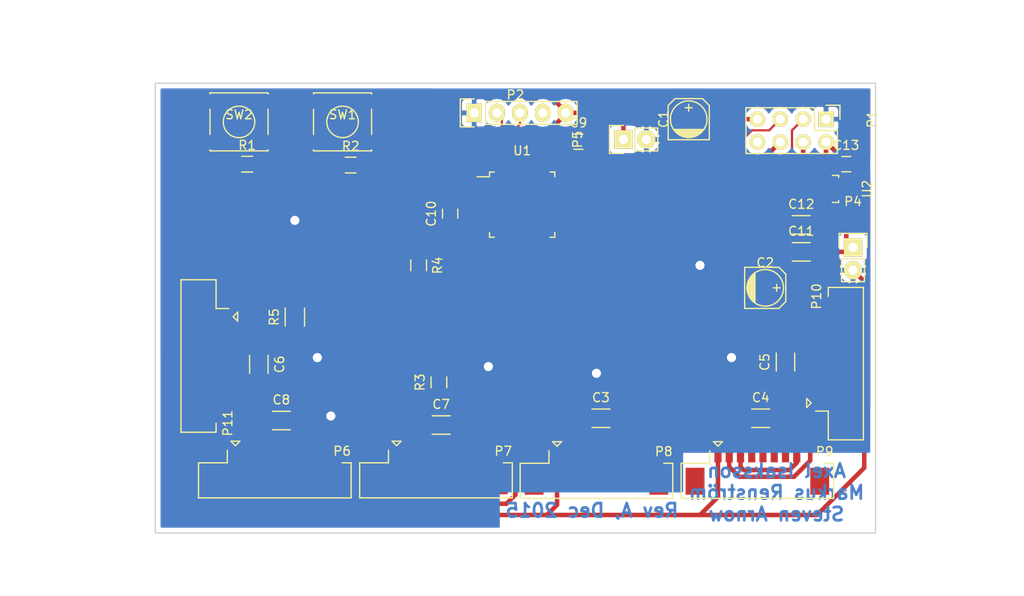
<source format=kicad_pcb>
(kicad_pcb (version 4) (host pcbnew "(2015-09-28 BZR 6225)-product")

  (general
    (links 99)
    (no_connects 1)
    (area 102.25 40.75 216.000001 107.000001)
    (thickness 1.6)
    (drawings 8)
    (tracks 412)
    (zones 0)
    (modules 32)
    (nets 21)
  )

  (page A4)
  (layers
    (0 F.Cu signal)
    (31 B.Cu signal)
    (32 B.Adhes user)
    (33 F.Adhes user)
    (34 B.Paste user)
    (35 F.Paste user)
    (36 B.SilkS user)
    (37 F.SilkS user)
    (38 B.Mask user)
    (39 F.Mask user)
    (40 Dwgs.User user)
    (41 Cmts.User user)
    (42 Eco1.User user)
    (43 Eco2.User user)
    (44 Edge.Cuts user)
    (45 Margin user)
    (46 B.CrtYd user)
    (47 F.CrtYd user)
    (48 B.Fab user)
    (49 F.Fab user)
  )

  (setup
    (last_trace_width 0.5)
    (user_trace_width 0.25)
    (trace_clearance 0.24999)
    (zone_clearance 0.508)
    (zone_45_only no)
    (trace_min 0.009843)
    (segment_width 0.2)
    (edge_width 0.15)
    (via_size 1.44)
    (via_drill 0.5588)
    (via_min_size 0.056693)
    (via_min_drill 0.5588)
    (user_via 2.54 1.016)
    (uvia_size 0.3)
    (uvia_drill 0.1)
    (uvias_allowed no)
    (uvia_min_size 0)
    (uvia_min_drill 0)
    (pcb_text_width 0.3)
    (pcb_text_size 1.5 1.5)
    (mod_edge_width 0.15)
    (mod_text_size 1 1)
    (mod_text_width 0.15)
    (pad_size 2.1 3)
    (pad_drill 0)
    (pad_to_mask_clearance 0.2)
    (aux_axis_origin 0 0)
    (visible_elements FFFFFF7F)
    (pcbplotparams
      (layerselection 0x01000_80000001)
      (usegerberextensions false)
      (excludeedgelayer true)
      (linewidth 0.100000)
      (plotframeref false)
      (viasonmask false)
      (mode 1)
      (useauxorigin false)
      (hpglpennumber 1)
      (hpglpenspeed 20)
      (hpglpendiameter 15)
      (hpglpenoverlay 2)
      (psnegative false)
      (psa4output false)
      (plotreference true)
      (plotvalue true)
      (plotinvisibletext false)
      (padsonsilk false)
      (subtractmaskfromsilk false)
      (outputformat 1)
      (mirror false)
      (drillshape 0)
      (scaleselection 1)
      (outputdirectory grb/))
  )

  (net 0 "")
  (net 1 +3V3)
  (net 2 GND)
  (net 3 /RADIO_CE)
  (net 4 /RADIO_CSN)
  (net 5 /SCK)
  (net 6 /MOSI)
  (net 7 /MISO)
  (net 8 /TX)
  (net 9 /RX)
  (net 10 "Net-(R1-Pad2)")
  (net 11 "Net-(R2-Pad2)")
  (net 12 /SDA)
  (net 13 /SCL)
  (net 14 "Net-(C11-Pad2)")
  (net 15 /IMUA0)
  (net 16 /IMUA1)
  (net 17 /IMUA2)
  (net 18 /IMUA3)
  (net 19 /IMUA4)
  (net 20 /IMUA5)

  (net_class Default "This is the default net class."
    (clearance 0.24999)
    (trace_width 0.5)
    (via_dia 1.44)
    (via_drill 0.5588)
    (uvia_dia 0.3)
    (uvia_drill 0.1)
    (add_net +3V3)
    (add_net /IMUA0)
    (add_net /IMUA1)
    (add_net /IMUA2)
    (add_net /IMUA3)
    (add_net /IMUA4)
    (add_net /IMUA5)
    (add_net /MISO)
    (add_net /MOSI)
    (add_net /RADIO_CE)
    (add_net /RADIO_CSN)
    (add_net /RX)
    (add_net /SCK)
    (add_net /SCL)
    (add_net /SDA)
    (add_net /TX)
    (add_net GND)
    (add_net "Net-(C11-Pad2)")
    (add_net "Net-(R1-Pad2)")
    (add_net "Net-(R2-Pad2)")
  )

  (module Capacitors_SMD:c_elec_4x5.7 (layer F.Cu) (tedit 0) (tstamp 566999FE)
    (at 178.75 54 90)
    (descr "SMT capacitor, aluminium electrolytic, 4x5.7")
    (path /5669AA24)
    (fp_text reference C1 (at 0 -2.794 90) (layer F.SilkS)
      (effects (font (size 1 1) (thickness 0.15)))
    )
    (fp_text value CP (at 0 2.794 90) (layer F.Fab)
      (effects (font (size 1 1) (thickness 0.15)))
    )
    (fp_line (start 1.651 0) (end 0.889 0) (layer F.SilkS) (width 0.15))
    (fp_line (start 1.27 -0.381) (end 1.27 0.381) (layer F.SilkS) (width 0.15))
    (fp_line (start 1.524 2.286) (end -2.286 2.286) (layer F.SilkS) (width 0.15))
    (fp_line (start 2.286 -1.524) (end 2.286 1.524) (layer F.SilkS) (width 0.15))
    (fp_line (start 1.524 2.286) (end 2.286 1.524) (layer F.SilkS) (width 0.15))
    (fp_line (start 1.524 -2.286) (end -2.286 -2.286) (layer F.SilkS) (width 0.15))
    (fp_line (start 1.524 -2.286) (end 2.286 -1.524) (layer F.SilkS) (width 0.15))
    (fp_line (start -2.032 0.127) (end -2.032 -0.127) (layer F.SilkS) (width 0.15))
    (fp_line (start -1.905 -0.635) (end -1.905 0.635) (layer F.SilkS) (width 0.15))
    (fp_line (start -1.778 0.889) (end -1.778 -0.889) (layer F.SilkS) (width 0.15))
    (fp_line (start -1.651 1.143) (end -1.651 -1.143) (layer F.SilkS) (width 0.15))
    (fp_line (start -1.524 -1.27) (end -1.524 1.27) (layer F.SilkS) (width 0.15))
    (fp_line (start -1.397 1.397) (end -1.397 -1.397) (layer F.SilkS) (width 0.15))
    (fp_line (start -1.27 -1.524) (end -1.27 1.524) (layer F.SilkS) (width 0.15))
    (fp_line (start -1.143 -1.651) (end -1.143 1.651) (layer F.SilkS) (width 0.15))
    (fp_circle (center 0 0) (end -2.032 0) (layer F.SilkS) (width 0.15))
    (fp_line (start -2.286 -2.286) (end -2.286 2.286) (layer F.SilkS) (width 0.15))
    (pad 1 smd rect (at 1.80086 0 90) (size 2.60096 1.6002) (layers F.Cu F.Paste F.Mask)
      (net 1 +3V3))
    (pad 2 smd rect (at -1.80086 0 90) (size 2.60096 1.6002) (layers F.Cu F.Paste F.Mask)
      (net 2 GND))
    (model Capacitors_SMD.3dshapes/c_elec_4x5.7.wrl
      (at (xyz 0 0 0))
      (scale (xyz 1 1 1))
      (rotate (xyz 0 0 0))
    )
  )

  (module Capacitors_SMD:c_elec_4x5.7 (layer F.Cu) (tedit 0) (tstamp 56699A04)
    (at 187.25 72.75)
    (descr "SMT capacitor, aluminium electrolytic, 4x5.7")
    (path /5669A994)
    (fp_text reference C2 (at 0 -2.794) (layer F.SilkS)
      (effects (font (size 1 1) (thickness 0.15)))
    )
    (fp_text value CP (at 0 2.794) (layer F.Fab)
      (effects (font (size 1 1) (thickness 0.15)))
    )
    (fp_line (start 1.651 0) (end 0.889 0) (layer F.SilkS) (width 0.15))
    (fp_line (start 1.27 -0.381) (end 1.27 0.381) (layer F.SilkS) (width 0.15))
    (fp_line (start 1.524 2.286) (end -2.286 2.286) (layer F.SilkS) (width 0.15))
    (fp_line (start 2.286 -1.524) (end 2.286 1.524) (layer F.SilkS) (width 0.15))
    (fp_line (start 1.524 2.286) (end 2.286 1.524) (layer F.SilkS) (width 0.15))
    (fp_line (start 1.524 -2.286) (end -2.286 -2.286) (layer F.SilkS) (width 0.15))
    (fp_line (start 1.524 -2.286) (end 2.286 -1.524) (layer F.SilkS) (width 0.15))
    (fp_line (start -2.032 0.127) (end -2.032 -0.127) (layer F.SilkS) (width 0.15))
    (fp_line (start -1.905 -0.635) (end -1.905 0.635) (layer F.SilkS) (width 0.15))
    (fp_line (start -1.778 0.889) (end -1.778 -0.889) (layer F.SilkS) (width 0.15))
    (fp_line (start -1.651 1.143) (end -1.651 -1.143) (layer F.SilkS) (width 0.15))
    (fp_line (start -1.524 -1.27) (end -1.524 1.27) (layer F.SilkS) (width 0.15))
    (fp_line (start -1.397 1.397) (end -1.397 -1.397) (layer F.SilkS) (width 0.15))
    (fp_line (start -1.27 -1.524) (end -1.27 1.524) (layer F.SilkS) (width 0.15))
    (fp_line (start -1.143 -1.651) (end -1.143 1.651) (layer F.SilkS) (width 0.15))
    (fp_circle (center 0 0) (end -2.032 0) (layer F.SilkS) (width 0.15))
    (fp_line (start -2.286 -2.286) (end -2.286 2.286) (layer F.SilkS) (width 0.15))
    (pad 1 smd rect (at 1.80086 0) (size 2.60096 1.6002) (layers F.Cu F.Paste F.Mask)
      (net 1 +3V3))
    (pad 2 smd rect (at -1.80086 0) (size 2.60096 1.6002) (layers F.Cu F.Paste F.Mask)
      (net 2 GND))
    (model Capacitors_SMD.3dshapes/c_elec_4x5.7.wrl
      (at (xyz 0 0 0))
      (scale (xyz 1 1 1))
      (rotate (xyz 0 0 0))
    )
  )

  (module Pin_Headers:Pin_Header_Straight_2x04 (layer F.Cu) (tedit 0) (tstamp 56699A40)
    (at 194 54 270)
    (descr "Through hole pin header")
    (tags "pin header")
    (path /566992EF)
    (fp_text reference P1 (at 0 -5.1 270) (layer F.SilkS)
      (effects (font (size 1 1) (thickness 0.15)))
    )
    (fp_text value CONN_02X04 (at 0 -3.1 270) (layer F.Fab)
      (effects (font (size 1 1) (thickness 0.15)))
    )
    (fp_line (start -1.75 -1.75) (end -1.75 9.4) (layer F.CrtYd) (width 0.05))
    (fp_line (start 4.3 -1.75) (end 4.3 9.4) (layer F.CrtYd) (width 0.05))
    (fp_line (start -1.75 -1.75) (end 4.3 -1.75) (layer F.CrtYd) (width 0.05))
    (fp_line (start -1.75 9.4) (end 4.3 9.4) (layer F.CrtYd) (width 0.05))
    (fp_line (start -1.27 1.27) (end -1.27 8.89) (layer F.SilkS) (width 0.15))
    (fp_line (start -1.27 8.89) (end 3.81 8.89) (layer F.SilkS) (width 0.15))
    (fp_line (start 3.81 8.89) (end 3.81 -1.27) (layer F.SilkS) (width 0.15))
    (fp_line (start 3.81 -1.27) (end 1.27 -1.27) (layer F.SilkS) (width 0.15))
    (fp_line (start 0 -1.55) (end -1.55 -1.55) (layer F.SilkS) (width 0.15))
    (fp_line (start 1.27 -1.27) (end 1.27 1.27) (layer F.SilkS) (width 0.15))
    (fp_line (start 1.27 1.27) (end -1.27 1.27) (layer F.SilkS) (width 0.15))
    (fp_line (start -1.55 -1.55) (end -1.55 0) (layer F.SilkS) (width 0.15))
    (pad 1 thru_hole rect (at 0 0 270) (size 1.7272 1.7272) (drill 1.016) (layers *.Cu *.Mask F.SilkS)
      (net 2 GND))
    (pad 2 thru_hole oval (at 2.54 0 270) (size 1.7272 1.7272) (drill 1.016) (layers *.Cu *.Mask F.SilkS)
      (net 1 +3V3))
    (pad 3 thru_hole oval (at 0 2.54 270) (size 1.7272 1.7272) (drill 1.016) (layers *.Cu *.Mask F.SilkS)
      (net 3 /RADIO_CE))
    (pad 4 thru_hole oval (at 2.54 2.54 270) (size 1.7272 1.7272) (drill 1.016) (layers *.Cu *.Mask F.SilkS)
      (net 4 /RADIO_CSN))
    (pad 5 thru_hole oval (at 0 5.08 270) (size 1.7272 1.7272) (drill 1.016) (layers *.Cu *.Mask F.SilkS)
      (net 5 /SCK))
    (pad 6 thru_hole oval (at 2.54 5.08 270) (size 1.7272 1.7272) (drill 1.016) (layers *.Cu *.Mask F.SilkS)
      (net 6 /MOSI))
    (pad 7 thru_hole oval (at 0 7.62 270) (size 1.7272 1.7272) (drill 1.016) (layers *.Cu *.Mask F.SilkS)
      (net 7 /MISO))
    (pad 8 thru_hole oval (at 2.54 7.62 270) (size 1.7272 1.7272) (drill 1.016) (layers *.Cu *.Mask F.SilkS))
    (model Pin_Headers.3dshapes/Pin_Header_Straight_2x04.wrl
      (at (xyz 0.05 -0.15 0))
      (scale (xyz 1 1 1))
      (rotate (xyz 0 0 90))
    )
  )

  (module Pin_Headers:Pin_Header_Straight_1x05 (layer F.Cu) (tedit 54EA0684) (tstamp 56699A49)
    (at 154.92 53.3 90)
    (descr "Through hole pin header")
    (tags "pin header")
    (path /5669948B)
    (fp_text reference P2 (at 2 4.58 180) (layer F.SilkS)
      (effects (font (size 1 1) (thickness 0.15)))
    )
    (fp_text value CONN_01X05 (at -2.6 3.68 180) (layer F.Fab)
      (effects (font (size 1 1) (thickness 0.15)))
    )
    (fp_line (start -1.55 0) (end -1.55 -1.55) (layer F.SilkS) (width 0.15))
    (fp_line (start -1.55 -1.55) (end 1.55 -1.55) (layer F.SilkS) (width 0.15))
    (fp_line (start 1.55 -1.55) (end 1.55 0) (layer F.SilkS) (width 0.15))
    (fp_line (start -1.75 -1.75) (end -1.75 11.95) (layer F.CrtYd) (width 0.05))
    (fp_line (start 1.75 -1.75) (end 1.75 11.95) (layer F.CrtYd) (width 0.05))
    (fp_line (start -1.75 -1.75) (end 1.75 -1.75) (layer F.CrtYd) (width 0.05))
    (fp_line (start -1.75 11.95) (end 1.75 11.95) (layer F.CrtYd) (width 0.05))
    (fp_line (start 1.27 1.27) (end 1.27 11.43) (layer F.SilkS) (width 0.15))
    (fp_line (start 1.27 11.43) (end -1.27 11.43) (layer F.SilkS) (width 0.15))
    (fp_line (start -1.27 11.43) (end -1.27 1.27) (layer F.SilkS) (width 0.15))
    (fp_line (start 1.27 1.27) (end -1.27 1.27) (layer F.SilkS) (width 0.15))
    (pad 1 thru_hole rect (at 0 0 90) (size 2.032 1.7272) (drill 1.016) (layers *.Cu *.Mask F.SilkS)
      (net 2 GND))
    (pad 2 thru_hole oval (at 0 2.54 90) (size 2.032 1.7272) (drill 1.016) (layers *.Cu *.Mask F.SilkS)
      (net 8 /TX))
    (pad 3 thru_hole oval (at 0 5.08 90) (size 2.032 1.7272) (drill 1.016) (layers *.Cu *.Mask F.SilkS)
      (net 9 /RX))
    (pad 4 thru_hole oval (at 0 7.62 90) (size 2.032 1.7272) (drill 1.016) (layers *.Cu *.Mask F.SilkS))
    (pad 5 thru_hole oval (at 0 10.16 90) (size 2.032 1.7272) (drill 1.016) (layers *.Cu *.Mask F.SilkS)
      (net 1 +3V3))
    (model Pin_Headers.3dshapes/Pin_Header_Straight_1x05.wrl
      (at (xyz 0 -0.2 0))
      (scale (xyz 1 1 1))
      (rotate (xyz 0 0 90))
    )
  )

  (module Resistors_SMD:R_0805_HandSoldering (layer F.Cu) (tedit 54189DEE) (tstamp 56699A4F)
    (at 129.7 59)
    (descr "Resistor SMD 0805, hand soldering")
    (tags "resistor 0805")
    (path /56698F4D)
    (attr smd)
    (fp_text reference R1 (at 0 -2.1) (layer F.SilkS)
      (effects (font (size 1 1) (thickness 0.15)))
    )
    (fp_text value R (at 0 2.1) (layer F.Fab)
      (effects (font (size 1 1) (thickness 0.15)))
    )
    (fp_line (start -2.4 -1) (end 2.4 -1) (layer F.CrtYd) (width 0.05))
    (fp_line (start -2.4 1) (end 2.4 1) (layer F.CrtYd) (width 0.05))
    (fp_line (start -2.4 -1) (end -2.4 1) (layer F.CrtYd) (width 0.05))
    (fp_line (start 2.4 -1) (end 2.4 1) (layer F.CrtYd) (width 0.05))
    (fp_line (start 0.6 0.875) (end -0.6 0.875) (layer F.SilkS) (width 0.15))
    (fp_line (start -0.6 -0.875) (end 0.6 -0.875) (layer F.SilkS) (width 0.15))
    (pad 1 smd rect (at -1.35 0) (size 1.5 1.3) (layers F.Cu F.Paste F.Mask)
      (net 1 +3V3))
    (pad 2 smd rect (at 1.35 0) (size 1.5 1.3) (layers F.Cu F.Paste F.Mask)
      (net 10 "Net-(R1-Pad2)"))
    (model Resistors_SMD.3dshapes/R_0805_HandSoldering.wrl
      (at (xyz 0 0 0))
      (scale (xyz 1 1 1))
      (rotate (xyz 0 0 0))
    )
  )

  (module Resistors_SMD:R_0805_HandSoldering (layer F.Cu) (tedit 54189DEE) (tstamp 56699A55)
    (at 141.2 59.1)
    (descr "Resistor SMD 0805, hand soldering")
    (tags "resistor 0805")
    (path /56698FFC)
    (attr smd)
    (fp_text reference R2 (at 0 -2.1) (layer F.SilkS)
      (effects (font (size 1 1) (thickness 0.15)))
    )
    (fp_text value R (at 0 2.1) (layer F.Fab)
      (effects (font (size 1 1) (thickness 0.15)))
    )
    (fp_line (start -2.4 -1) (end 2.4 -1) (layer F.CrtYd) (width 0.05))
    (fp_line (start -2.4 1) (end 2.4 1) (layer F.CrtYd) (width 0.05))
    (fp_line (start -2.4 -1) (end -2.4 1) (layer F.CrtYd) (width 0.05))
    (fp_line (start 2.4 -1) (end 2.4 1) (layer F.CrtYd) (width 0.05))
    (fp_line (start 0.6 0.875) (end -0.6 0.875) (layer F.SilkS) (width 0.15))
    (fp_line (start -0.6 -0.875) (end 0.6 -0.875) (layer F.SilkS) (width 0.15))
    (pad 1 smd rect (at -1.35 0) (size 1.5 1.3) (layers F.Cu F.Paste F.Mask)
      (net 1 +3V3))
    (pad 2 smd rect (at 1.35 0) (size 1.5 1.3) (layers F.Cu F.Paste F.Mask)
      (net 11 "Net-(R2-Pad2)"))
    (model Resistors_SMD.3dshapes/R_0805_HandSoldering.wrl
      (at (xyz 0 0 0))
      (scale (xyz 1 1 1))
      (rotate (xyz 0 0 0))
    )
  )

  (module Buttons_Switches_SMD:SW_SPST_PTS645 (layer F.Cu) (tedit 54EA6920) (tstamp 56699A5D)
    (at 140.3 54.3)
    (descr "C&K Components SPST SMD PTS645 Series 6mm Tact Switch")
    (tags "SPST Button Switch")
    (path /56698DB9)
    (fp_text reference SW1 (at 0 -0.8) (layer F.SilkS)
      (effects (font (size 1 1) (thickness 0.15)))
    )
    (fp_text value SW_PUSH (at 0.05 0.8) (layer F.Fab)
      (effects (font (size 1 1) (thickness 0.15)))
    )
    (fp_circle (center 0 0) (end 1.75 -0.05) (layer F.SilkS) (width 0.15))
    (fp_line (start 5.05 3.4) (end 5.05 -3.4) (layer F.CrtYd) (width 0.05))
    (fp_line (start -5.05 -3.4) (end -5.05 3.4) (layer F.CrtYd) (width 0.05))
    (fp_line (start -5.05 3.4) (end 5.05 3.4) (layer F.CrtYd) (width 0.05))
    (fp_line (start -5.05 -3.4) (end 5.05 -3.4) (layer F.CrtYd) (width 0.05))
    (fp_line (start 3.225 -3.225) (end 3.225 -3.1) (layer F.SilkS) (width 0.15))
    (fp_line (start 3.225 3.225) (end 3.225 3.1) (layer F.SilkS) (width 0.15))
    (fp_line (start -3.225 3.225) (end -3.225 3.1) (layer F.SilkS) (width 0.15))
    (fp_line (start -3.225 -3.1) (end -3.225 -3.225) (layer F.SilkS) (width 0.15))
    (fp_line (start 3.225 -1.4) (end 3.225 1.4) (layer F.SilkS) (width 0.15))
    (fp_line (start -3.225 -3.225) (end 3.225 -3.225) (layer F.SilkS) (width 0.15))
    (fp_line (start -3.225 -1.4) (end -3.225 1.4) (layer F.SilkS) (width 0.15))
    (fp_line (start -3.225 3.225) (end 3.225 3.225) (layer F.SilkS) (width 0.15))
    (pad 2 smd rect (at -3.975 2.25) (size 1.55 1.3) (layers F.Cu F.Paste F.Mask)
      (net 11 "Net-(R2-Pad2)"))
    (pad 1 smd rect (at -3.975 -2.25) (size 1.55 1.3) (layers F.Cu F.Paste F.Mask)
      (net 2 GND))
    (pad 1 smd rect (at 3.975 -2.25) (size 1.55 1.3) (layers F.Cu F.Paste F.Mask)
      (net 2 GND))
    (pad 2 smd rect (at 3.975 2.25) (size 1.55 1.3) (layers F.Cu F.Paste F.Mask)
      (net 11 "Net-(R2-Pad2)"))
  )

  (module Buttons_Switches_SMD:SW_SPST_PTS645 (layer F.Cu) (tedit 54EA6920) (tstamp 56699A65)
    (at 128.8 54.3)
    (descr "C&K Components SPST SMD PTS645 Series 6mm Tact Switch")
    (tags "SPST Button Switch")
    (path /56698ECA)
    (fp_text reference SW2 (at 0 -0.8) (layer F.SilkS)
      (effects (font (size 1 1) (thickness 0.15)))
    )
    (fp_text value SW_PUSH (at 0.05 0.8) (layer F.Fab)
      (effects (font (size 1 1) (thickness 0.15)))
    )
    (fp_circle (center 0 0) (end 1.75 -0.05) (layer F.SilkS) (width 0.15))
    (fp_line (start 5.05 3.4) (end 5.05 -3.4) (layer F.CrtYd) (width 0.05))
    (fp_line (start -5.05 -3.4) (end -5.05 3.4) (layer F.CrtYd) (width 0.05))
    (fp_line (start -5.05 3.4) (end 5.05 3.4) (layer F.CrtYd) (width 0.05))
    (fp_line (start -5.05 -3.4) (end 5.05 -3.4) (layer F.CrtYd) (width 0.05))
    (fp_line (start 3.225 -3.225) (end 3.225 -3.1) (layer F.SilkS) (width 0.15))
    (fp_line (start 3.225 3.225) (end 3.225 3.1) (layer F.SilkS) (width 0.15))
    (fp_line (start -3.225 3.225) (end -3.225 3.1) (layer F.SilkS) (width 0.15))
    (fp_line (start -3.225 -3.1) (end -3.225 -3.225) (layer F.SilkS) (width 0.15))
    (fp_line (start 3.225 -1.4) (end 3.225 1.4) (layer F.SilkS) (width 0.15))
    (fp_line (start -3.225 -3.225) (end 3.225 -3.225) (layer F.SilkS) (width 0.15))
    (fp_line (start -3.225 -1.4) (end -3.225 1.4) (layer F.SilkS) (width 0.15))
    (fp_line (start -3.225 3.225) (end 3.225 3.225) (layer F.SilkS) (width 0.15))
    (pad 2 smd rect (at -3.975 2.25) (size 1.55 1.3) (layers F.Cu F.Paste F.Mask)
      (net 10 "Net-(R1-Pad2)"))
    (pad 1 smd rect (at -3.975 -2.25) (size 1.55 1.3) (layers F.Cu F.Paste F.Mask)
      (net 2 GND))
    (pad 1 smd rect (at 3.975 -2.25) (size 1.55 1.3) (layers F.Cu F.Paste F.Mask)
      (net 2 GND))
    (pad 2 smd rect (at 3.975 2.25) (size 1.55 1.3) (layers F.Cu F.Paste F.Mask)
      (net 10 "Net-(R1-Pad2)"))
  )

  (module Housings_QFP:TQFP-48_7x7mm_Pitch0.5mm (layer F.Cu) (tedit 54130A77) (tstamp 56699A99)
    (at 160.25 63.5)
    (descr "48 LEAD TQFP 7x7mm (see MICREL TQFP7x7-48LD-PL-1.pdf)")
    (tags "QFP 0.5")
    (path /56698C7B)
    (attr smd)
    (fp_text reference U1 (at 0 -6) (layer F.SilkS)
      (effects (font (size 1 1) (thickness 0.15)))
    )
    (fp_text value LPC1114/302 (at 0 6) (layer F.Fab)
      (effects (font (size 1 1) (thickness 0.15)))
    )
    (fp_line (start -5.25 -5.25) (end -5.25 5.25) (layer F.CrtYd) (width 0.05))
    (fp_line (start 5.25 -5.25) (end 5.25 5.25) (layer F.CrtYd) (width 0.05))
    (fp_line (start -5.25 -5.25) (end 5.25 -5.25) (layer F.CrtYd) (width 0.05))
    (fp_line (start -5.25 5.25) (end 5.25 5.25) (layer F.CrtYd) (width 0.05))
    (fp_line (start -3.625 -3.625) (end -3.625 -3.1) (layer F.SilkS) (width 0.15))
    (fp_line (start 3.625 -3.625) (end 3.625 -3.1) (layer F.SilkS) (width 0.15))
    (fp_line (start 3.625 3.625) (end 3.625 3.1) (layer F.SilkS) (width 0.15))
    (fp_line (start -3.625 3.625) (end -3.625 3.1) (layer F.SilkS) (width 0.15))
    (fp_line (start -3.625 -3.625) (end -3.1 -3.625) (layer F.SilkS) (width 0.15))
    (fp_line (start -3.625 3.625) (end -3.1 3.625) (layer F.SilkS) (width 0.15))
    (fp_line (start 3.625 3.625) (end 3.1 3.625) (layer F.SilkS) (width 0.15))
    (fp_line (start 3.625 -3.625) (end 3.1 -3.625) (layer F.SilkS) (width 0.15))
    (fp_line (start -3.625 -3.1) (end -5 -3.1) (layer F.SilkS) (width 0.15))
    (pad 1 smd rect (at -4.35 -2.75) (size 1.3 0.25) (layers F.Cu F.Paste F.Mask))
    (pad 2 smd rect (at -4.35 -2.25) (size 1.3 0.25) (layers F.Cu F.Paste F.Mask))
    (pad 3 smd rect (at -4.35 -1.75) (size 1.3 0.25) (layers F.Cu F.Paste F.Mask)
      (net 11 "Net-(R2-Pad2)"))
    (pad 4 smd rect (at -4.35 -1.25) (size 1.3 0.25) (layers F.Cu F.Paste F.Mask)
      (net 10 "Net-(R1-Pad2)"))
    (pad 5 smd rect (at -4.35 -0.75) (size 1.3 0.25) (layers F.Cu F.Paste F.Mask)
      (net 2 GND))
    (pad 6 smd rect (at -4.35 -0.25) (size 1.3 0.25) (layers F.Cu F.Paste F.Mask))
    (pad 7 smd rect (at -4.35 0.25) (size 1.3 0.25) (layers F.Cu F.Paste F.Mask))
    (pad 8 smd rect (at -4.35 0.75) (size 1.3 0.25) (layers F.Cu F.Paste F.Mask)
      (net 1 +3V3))
    (pad 9 smd rect (at -4.35 1.25) (size 1.3 0.25) (layers F.Cu F.Paste F.Mask))
    (pad 10 smd rect (at -4.35 1.75) (size 1.3 0.25) (layers F.Cu F.Paste F.Mask))
    (pad 11 smd rect (at -4.35 2.25) (size 1.3 0.25) (layers F.Cu F.Paste F.Mask))
    (pad 12 smd rect (at -4.35 2.75) (size 1.3 0.25) (layers F.Cu F.Paste F.Mask))
    (pad 13 smd rect (at -2.75 4.35 90) (size 1.3 0.25) (layers F.Cu F.Paste F.Mask)
      (net 20 /IMUA5))
    (pad 14 smd rect (at -2.25 4.35 90) (size 1.3 0.25) (layers F.Cu F.Paste F.Mask)
      (net 15 /IMUA0))
    (pad 15 smd rect (at -1.75 4.35 90) (size 1.3 0.25) (layers F.Cu F.Paste F.Mask)
      (net 13 /SCL))
    (pad 16 smd rect (at -1.25 4.35 90) (size 1.3 0.25) (layers F.Cu F.Paste F.Mask)
      (net 12 /SDA))
    (pad 17 smd rect (at -0.75 4.35 90) (size 1.3 0.25) (layers F.Cu F.Paste F.Mask)
      (net 1 +3V3))
    (pad 18 smd rect (at -0.25 4.35 90) (size 1.3 0.25) (layers F.Cu F.Paste F.Mask)
      (net 1 +3V3))
    (pad 19 smd rect (at 0.25 4.35 90) (size 1.3 0.25) (layers F.Cu F.Paste F.Mask)
      (net 2 GND))
    (pad 20 smd rect (at 0.75 4.35 90) (size 1.3 0.25) (layers F.Cu F.Paste F.Mask)
      (net 2 GND))
    (pad 21 smd rect (at 1.25 4.35 90) (size 1.3 0.25) (layers F.Cu F.Paste F.Mask)
      (net 16 /IMUA1))
    (pad 22 smd rect (at 1.75 4.35 90) (size 1.3 0.25) (layers F.Cu F.Paste F.Mask)
      (net 17 /IMUA2))
    (pad 23 smd rect (at 2.25 4.35 90) (size 1.3 0.25) (layers F.Cu F.Paste F.Mask)
      (net 18 /IMUA3))
    (pad 24 smd rect (at 2.75 4.35 90) (size 1.3 0.25) (layers F.Cu F.Paste F.Mask)
      (net 19 /IMUA4))
    (pad 25 smd rect (at 4.35 2.75) (size 1.3 0.25) (layers F.Cu F.Paste F.Mask)
      (net 4 /RADIO_CSN))
    (pad 26 smd rect (at 4.35 2.25) (size 1.3 0.25) (layers F.Cu F.Paste F.Mask)
      (net 3 /RADIO_CE))
    (pad 27 smd rect (at 4.35 1.75) (size 1.3 0.25) (layers F.Cu F.Paste F.Mask)
      (net 7 /MISO))
    (pad 28 smd rect (at 4.35 1.25) (size 1.3 0.25) (layers F.Cu F.Paste F.Mask)
      (net 6 /MOSI))
    (pad 29 smd rect (at 4.35 0.75) (size 1.3 0.25) (layers F.Cu F.Paste F.Mask)
      (net 5 /SCK))
    (pad 30 smd rect (at 4.35 0.25) (size 1.3 0.25) (layers F.Cu F.Paste F.Mask))
    (pad 31 smd rect (at 4.35 -0.25) (size 1.3 0.25) (layers F.Cu F.Paste F.Mask))
    (pad 32 smd rect (at 4.35 -0.75) (size 1.3 0.25) (layers F.Cu F.Paste F.Mask))
    (pad 33 smd rect (at 4.35 -1.25) (size 1.3 0.25) (layers F.Cu F.Paste F.Mask))
    (pad 34 smd rect (at 4.35 -1.75) (size 1.3 0.25) (layers F.Cu F.Paste F.Mask))
    (pad 35 smd rect (at 4.35 -2.25) (size 1.3 0.25) (layers F.Cu F.Paste F.Mask))
    (pad 36 smd rect (at 4.35 -2.75) (size 1.3 0.25) (layers F.Cu F.Paste F.Mask))
    (pad 37 smd rect (at 2.75 -4.35 90) (size 1.3 0.25) (layers F.Cu F.Paste F.Mask))
    (pad 38 smd rect (at 2.25 -4.35 90) (size 1.3 0.25) (layers F.Cu F.Paste F.Mask))
    (pad 39 smd rect (at 1.75 -4.35 90) (size 1.3 0.25) (layers F.Cu F.Paste F.Mask))
    (pad 40 smd rect (at 1.25 -4.35 90) (size 1.3 0.25) (layers F.Cu F.Paste F.Mask))
    (pad 41 smd rect (at 0.75 -4.35 90) (size 1.3 0.25) (layers F.Cu F.Paste F.Mask)
      (net 2 GND))
    (pad 42 smd rect (at 0.25 -4.35 90) (size 1.3 0.25) (layers F.Cu F.Paste F.Mask))
    (pad 43 smd rect (at -0.25 -4.35 90) (size 1.3 0.25) (layers F.Cu F.Paste F.Mask))
    (pad 44 smd rect (at -0.75 -4.35 90) (size 1.3 0.25) (layers F.Cu F.Paste F.Mask)
      (net 1 +3V3))
    (pad 45 smd rect (at -1.25 -4.35 90) (size 1.3 0.25) (layers F.Cu F.Paste F.Mask))
    (pad 46 smd rect (at -1.75 -4.35 90) (size 1.3 0.25) (layers F.Cu F.Paste F.Mask)
      (net 9 /RX))
    (pad 47 smd rect (at -2.25 -4.35 90) (size 1.3 0.25) (layers F.Cu F.Paste F.Mask)
      (net 8 /TX))
    (pad 48 smd rect (at -2.75 -4.35 90) (size 1.3 0.25) (layers F.Cu F.Paste F.Mask))
    (model Housings_QFP.3dshapes/TQFP-48_7x7mm_Pitch0.5mm.wrl
      (at (xyz 0 0 0))
      (scale (xyz 1 1 1))
      (rotate (xyz 0 0 0))
    )
  )

  (module Resistors_SMD:R_0805_HandSoldering (layer F.Cu) (tedit 54189DEE) (tstamp 566AD458)
    (at 151 83.25 90)
    (descr "Resistor SMD 0805, hand soldering")
    (tags "resistor 0805")
    (path /566AC1FF)
    (attr smd)
    (fp_text reference R3 (at 0 -2.1 90) (layer F.SilkS)
      (effects (font (size 1 1) (thickness 0.15)))
    )
    (fp_text value 4k7 (at 0 2.1 90) (layer F.Fab)
      (effects (font (size 1 1) (thickness 0.15)))
    )
    (fp_line (start -2.4 -1) (end 2.4 -1) (layer F.CrtYd) (width 0.05))
    (fp_line (start -2.4 1) (end 2.4 1) (layer F.CrtYd) (width 0.05))
    (fp_line (start -2.4 -1) (end -2.4 1) (layer F.CrtYd) (width 0.05))
    (fp_line (start 2.4 -1) (end 2.4 1) (layer F.CrtYd) (width 0.05))
    (fp_line (start 0.6 0.875) (end -0.6 0.875) (layer F.SilkS) (width 0.15))
    (fp_line (start -0.6 -0.875) (end 0.6 -0.875) (layer F.SilkS) (width 0.15))
    (pad 1 smd rect (at -1.35 0 90) (size 1.5 1.3) (layers F.Cu F.Paste F.Mask)
      (net 1 +3V3))
    (pad 2 smd rect (at 1.35 0 90) (size 1.5 1.3) (layers F.Cu F.Paste F.Mask)
      (net 12 /SDA))
    (model Resistors_SMD.3dshapes/R_0805_HandSoldering.wrl
      (at (xyz 0 0 0))
      (scale (xyz 1 1 1))
      (rotate (xyz 0 0 0))
    )
  )

  (module Resistors_SMD:R_0805_HandSoldering (layer F.Cu) (tedit 54189DEE) (tstamp 566AD45E)
    (at 148.75 70.25 270)
    (descr "Resistor SMD 0805, hand soldering")
    (tags "resistor 0805")
    (path /566ABFBD)
    (attr smd)
    (fp_text reference R4 (at 0 -2.1 270) (layer F.SilkS)
      (effects (font (size 1 1) (thickness 0.15)))
    )
    (fp_text value 4k7 (at 0 2.1 270) (layer F.Fab)
      (effects (font (size 1 1) (thickness 0.15)))
    )
    (fp_line (start -2.4 -1) (end 2.4 -1) (layer F.CrtYd) (width 0.05))
    (fp_line (start -2.4 1) (end 2.4 1) (layer F.CrtYd) (width 0.05))
    (fp_line (start -2.4 -1) (end -2.4 1) (layer F.CrtYd) (width 0.05))
    (fp_line (start 2.4 -1) (end 2.4 1) (layer F.CrtYd) (width 0.05))
    (fp_line (start 0.6 0.875) (end -0.6 0.875) (layer F.SilkS) (width 0.15))
    (fp_line (start -0.6 -0.875) (end 0.6 -0.875) (layer F.SilkS) (width 0.15))
    (pad 1 smd rect (at -1.35 0 270) (size 1.5 1.3) (layers F.Cu F.Paste F.Mask)
      (net 1 +3V3))
    (pad 2 smd rect (at 1.35 0 270) (size 1.5 1.3) (layers F.Cu F.Paste F.Mask)
      (net 13 /SCL))
    (model Resistors_SMD.3dshapes/R_0805_HandSoldering.wrl
      (at (xyz 0 0 0))
      (scale (xyz 1 1 1))
      (rotate (xyz 0 0 0))
    )
  )

  (module Capacitors_SMD:C_1206_HandSoldering (layer F.Cu) (tedit 541A9C03) (tstamp 566AD840)
    (at 191.25 68.75)
    (descr "Capacitor SMD 1206, hand soldering")
    (tags "capacitor 1206")
    (path /566AEAAC)
    (attr smd)
    (fp_text reference C11 (at 0 -2.3) (layer F.SilkS)
      (effects (font (size 1 1) (thickness 0.15)))
    )
    (fp_text value 1u (at 0 2.3) (layer F.Fab)
      (effects (font (size 1 1) (thickness 0.15)))
    )
    (fp_line (start -3.3 -1.15) (end 3.3 -1.15) (layer F.CrtYd) (width 0.05))
    (fp_line (start -3.3 1.15) (end 3.3 1.15) (layer F.CrtYd) (width 0.05))
    (fp_line (start -3.3 -1.15) (end -3.3 1.15) (layer F.CrtYd) (width 0.05))
    (fp_line (start 3.3 -1.15) (end 3.3 1.15) (layer F.CrtYd) (width 0.05))
    (fp_line (start 1 -1.025) (end -1 -1.025) (layer F.SilkS) (width 0.15))
    (fp_line (start -1 1.025) (end 1 1.025) (layer F.SilkS) (width 0.15))
    (pad 1 smd rect (at -2 0) (size 2 1.6) (layers F.Cu F.Paste F.Mask)
      (net 2 GND))
    (pad 2 smd rect (at 2 0) (size 2 1.6) (layers F.Cu F.Paste F.Mask)
      (net 14 "Net-(C11-Pad2)"))
    (model Capacitors_SMD.3dshapes/C_1206_HandSoldering.wrl
      (at (xyz 0 0 0))
      (scale (xyz 1 1 1))
      (rotate (xyz 0 0 0))
    )
  )

  (module Capacitors_SMD:C_1206_HandSoldering (layer F.Cu) (tedit 541A9C03) (tstamp 566AD846)
    (at 191.25 65.75)
    (descr "Capacitor SMD 1206, hand soldering")
    (tags "capacitor 1206")
    (path /566AE98F)
    (attr smd)
    (fp_text reference C12 (at 0 -2.3) (layer F.SilkS)
      (effects (font (size 1 1) (thickness 0.15)))
    )
    (fp_text value 1u (at 0 2.3) (layer F.Fab)
      (effects (font (size 1 1) (thickness 0.15)))
    )
    (fp_line (start -3.3 -1.15) (end 3.3 -1.15) (layer F.CrtYd) (width 0.05))
    (fp_line (start -3.3 1.15) (end 3.3 1.15) (layer F.CrtYd) (width 0.05))
    (fp_line (start -3.3 -1.15) (end -3.3 1.15) (layer F.CrtYd) (width 0.05))
    (fp_line (start 3.3 -1.15) (end 3.3 1.15) (layer F.CrtYd) (width 0.05))
    (fp_line (start 1 -1.025) (end -1 -1.025) (layer F.SilkS) (width 0.15))
    (fp_line (start -1 1.025) (end 1 1.025) (layer F.SilkS) (width 0.15))
    (pad 1 smd rect (at -2 0) (size 2 1.6) (layers F.Cu F.Paste F.Mask)
      (net 2 GND))
    (pad 2 smd rect (at 2 0) (size 2 1.6) (layers F.Cu F.Paste F.Mask)
      (net 1 +3V3))
    (model Capacitors_SMD.3dshapes/C_1206_HandSoldering.wrl
      (at (xyz 0 0 0))
      (scale (xyz 1 1 1))
      (rotate (xyz 0 0 0))
    )
  )

  (module Pin_Headers:Pin_Header_Straight_1x02 (layer F.Cu) (tedit 54EA090C) (tstamp 566AD84C)
    (at 197 68.25)
    (descr "Through hole pin header")
    (tags "pin header")
    (path /566AE268)
    (fp_text reference P4 (at 0 -5.1) (layer F.SilkS)
      (effects (font (size 1 1) (thickness 0.15)))
    )
    (fp_text value CONN_01X02 (at 0 -3.1) (layer F.Fab)
      (effects (font (size 1 1) (thickness 0.15)))
    )
    (fp_line (start 1.27 1.27) (end 1.27 3.81) (layer F.SilkS) (width 0.15))
    (fp_line (start 1.55 -1.55) (end 1.55 0) (layer F.SilkS) (width 0.15))
    (fp_line (start -1.75 -1.75) (end -1.75 4.3) (layer F.CrtYd) (width 0.05))
    (fp_line (start 1.75 -1.75) (end 1.75 4.3) (layer F.CrtYd) (width 0.05))
    (fp_line (start -1.75 -1.75) (end 1.75 -1.75) (layer F.CrtYd) (width 0.05))
    (fp_line (start -1.75 4.3) (end 1.75 4.3) (layer F.CrtYd) (width 0.05))
    (fp_line (start 1.27 1.27) (end -1.27 1.27) (layer F.SilkS) (width 0.15))
    (fp_line (start -1.55 0) (end -1.55 -1.55) (layer F.SilkS) (width 0.15))
    (fp_line (start -1.55 -1.55) (end 1.55 -1.55) (layer F.SilkS) (width 0.15))
    (fp_line (start -1.27 1.27) (end -1.27 3.81) (layer F.SilkS) (width 0.15))
    (fp_line (start -1.27 3.81) (end 1.27 3.81) (layer F.SilkS) (width 0.15))
    (pad 1 thru_hole rect (at 0 0) (size 2.032 2.032) (drill 1.016) (layers *.Cu *.Mask F.SilkS)
      (net 14 "Net-(C11-Pad2)"))
    (pad 2 thru_hole oval (at 0 2.54) (size 2.032 2.032) (drill 1.016) (layers *.Cu *.Mask F.SilkS)
      (net 2 GND))
    (model Pin_Headers.3dshapes/Pin_Header_Straight_1x02.wrl
      (at (xyz 0 -0.05 0))
      (scale (xyz 1 1 1))
      (rotate (xyz 0 0 90))
    )
  )

  (module Pin_Headers:Pin_Header_Straight_1x02 (layer F.Cu) (tedit 54EA090C) (tstamp 566AD852)
    (at 171.5 56.25 90)
    (descr "Through hole pin header")
    (tags "pin header")
    (path /566AE14F)
    (fp_text reference P5 (at 0 -5.1 90) (layer F.SilkS)
      (effects (font (size 1 1) (thickness 0.15)))
    )
    (fp_text value CONN_01X02 (at 0 -3.1 90) (layer F.Fab)
      (effects (font (size 1 1) (thickness 0.15)))
    )
    (fp_line (start 1.27 1.27) (end 1.27 3.81) (layer F.SilkS) (width 0.15))
    (fp_line (start 1.55 -1.55) (end 1.55 0) (layer F.SilkS) (width 0.15))
    (fp_line (start -1.75 -1.75) (end -1.75 4.3) (layer F.CrtYd) (width 0.05))
    (fp_line (start 1.75 -1.75) (end 1.75 4.3) (layer F.CrtYd) (width 0.05))
    (fp_line (start -1.75 -1.75) (end 1.75 -1.75) (layer F.CrtYd) (width 0.05))
    (fp_line (start -1.75 4.3) (end 1.75 4.3) (layer F.CrtYd) (width 0.05))
    (fp_line (start 1.27 1.27) (end -1.27 1.27) (layer F.SilkS) (width 0.15))
    (fp_line (start -1.55 0) (end -1.55 -1.55) (layer F.SilkS) (width 0.15))
    (fp_line (start -1.55 -1.55) (end 1.55 -1.55) (layer F.SilkS) (width 0.15))
    (fp_line (start -1.27 1.27) (end -1.27 3.81) (layer F.SilkS) (width 0.15))
    (fp_line (start -1.27 3.81) (end 1.27 3.81) (layer F.SilkS) (width 0.15))
    (pad 1 thru_hole rect (at 0 0 90) (size 2.032 2.032) (drill 1.016) (layers *.Cu *.Mask F.SilkS)
      (net 1 +3V3))
    (pad 2 thru_hole oval (at 0 2.54 90) (size 2.032 2.032) (drill 1.016) (layers *.Cu *.Mask F.SilkS)
      (net 2 GND))
    (model Pin_Headers.3dshapes/Pin_Header_Straight_1x02.wrl
      (at (xyz 0 -0.05 0))
      (scale (xyz 1 1 1))
      (rotate (xyz 0 0 90))
    )
  )

  (module Housings_SOT-23_SOT-143_TSOT-6:SOT-23_Handsoldering (layer F.Cu) (tedit 54E9291B) (tstamp 566AD8CE)
    (at 194.75 61.75 270)
    (descr "SOT-23, Handsoldering")
    (tags SOT-23)
    (path /566ADFB7)
    (attr smd)
    (fp_text reference U2 (at 0 -3.81 270) (layer F.SilkS)
      (effects (font (size 1 1) (thickness 0.15)))
    )
    (fp_text value mcp1700 (at 0 3.81 270) (layer F.Fab)
      (effects (font (size 1 1) (thickness 0.15)))
    )
    (fp_line (start -1.49982 0.0508) (end -1.49982 -0.65024) (layer F.SilkS) (width 0.15))
    (fp_line (start -1.49982 -0.65024) (end -1.2509 -0.65024) (layer F.SilkS) (width 0.15))
    (fp_line (start 1.29916 -0.65024) (end 1.49982 -0.65024) (layer F.SilkS) (width 0.15))
    (fp_line (start 1.49982 -0.65024) (end 1.49982 0.0508) (layer F.SilkS) (width 0.15))
    (pad 1 smd rect (at -0.95 1.50114 270) (size 0.8001 1.80086) (layers F.Cu F.Paste F.Mask)
      (net 2 GND))
    (pad 2 smd rect (at 0.95 1.50114 270) (size 0.8001 1.80086) (layers F.Cu F.Paste F.Mask)
      (net 1 +3V3))
    (pad 3 smd rect (at 0 -1.50114 270) (size 0.8001 1.80086) (layers F.Cu F.Paste F.Mask)
      (net 14 "Net-(C11-Pad2)"))
    (model Housings_SOT-23_SOT-143_TSOT-6.3dshapes/SOT-23_Handsoldering.wrl
      (at (xyz 0 0 0))
      (scale (xyz 1 1 1))
      (rotate (xyz 0 0 0))
    )
  )

  (module Connectors_Molex:Connector_Molex_PicoBlade_53398-0871 locked (layer F.Cu) (tedit 566AE43F) (tstamp 566ADBE5)
    (at 132.775 94.2)
    (descr "Molex PicoBlade 1.25mm shrouded header. Vertical, SMD. 8 ways")
    (path /566AFCCD)
    (fp_text reference P6 (at 7.475 -3.3) (layer F.SilkS)
      (effects (font (size 1 1) (thickness 0.15)))
    )
    (fp_text value CONN_01X08 (at 0 3.3) (layer F.Fab)
      (effects (font (size 1 1) (thickness 0.15)))
    )
    (fp_line (start -5.275 -3.4) (end -5.275 -2) (layer F.SilkS) (width 0.15))
    (fp_line (start -5.275 -2) (end -8.475 -2) (layer F.SilkS) (width 0.15))
    (fp_line (start -8.475 -2) (end -8.475 1.9) (layer F.SilkS) (width 0.15))
    (fp_line (start -8.475 1.9) (end 8.475 1.9) (layer F.SilkS) (width 0.15))
    (fp_line (start 8.475 1.9) (end 8.475 -2) (layer F.SilkS) (width 0.15))
    (fp_line (start 8.475 -2) (end 7.475 -2) (layer F.SilkS) (width 0.15))
    (fp_line (start -4.375 -3.9) (end -4.875 -4.4) (layer F.SilkS) (width 0.15))
    (fp_line (start -4.875 -4.4) (end -3.875 -4.4) (layer F.SilkS) (width 0.15))
    (fp_line (start -3.875 -4.4) (end -4.375 -3.9) (layer F.SilkS) (width 0.15))
    (fp_line (start -5.875 -2.1) (end -5.875 1.9) (layer F.Adhes) (width 0.2))
    (fp_line (start -5.875 1.9) (end 5.875 1.9) (layer F.Adhes) (width 0.2))
    (fp_line (start 5.875 1.9) (end 5.875 -2.1) (layer F.Adhes) (width 0.2))
    (fp_line (start 5.875 -2.1) (end -5.875 -2.1) (layer F.Adhes) (width 0.2))
    (fp_line (start 5.875 -1.5) (end 7.975 -1.5) (layer F.Adhes) (width 0.2))
    (fp_line (start 7.975 -1.5) (end 7.975 1.5) (layer F.Adhes) (width 0.2))
    (fp_line (start 7.975 1.5) (end 5.875 1.5) (layer F.Adhes) (width 0.2))
    (fp_line (start -5.875 -1.5) (end -7.975 -1.5) (layer F.Adhes) (width 0.2))
    (fp_line (start -7.975 -1.5) (end -7.975 1.5) (layer F.Adhes) (width 0.2))
    (fp_line (start -7.975 1.5) (end -5.875 1.5) (layer F.Adhes) (width 0.2))
    (fp_line (start -5.875 -2.1) (end -4.375 -0.6) (layer F.Adhes) (width 0.2))
    (fp_line (start -4.375 -0.6) (end -2.875 -2.1) (layer F.Adhes) (width 0.2))
    (pad 1 smd rect (at -4.375 -2.75) (size 0.8 1.3) (layers F.Cu F.Paste F.Mask)
      (net 13 /SCL))
    (pad 2 smd rect (at -3.125 -2.75) (size 0.8 1.3) (layers F.Cu F.Paste F.Mask)
      (net 12 /SDA))
    (pad 3 smd rect (at -1.875 -2.75) (size 0.8 1.3) (layers F.Cu F.Paste F.Mask))
    (pad 4 smd rect (at -0.625 -2.75) (size 0.8 1.3) (layers F.Cu F.Paste F.Mask)
      (net 1 +3V3))
    (pad 5 smd rect (at 0.625 -2.75) (size 0.8 1.3) (layers F.Cu F.Paste F.Mask))
    (pad 6 smd rect (at 1.875 -2.75) (size 0.8 1.3) (layers F.Cu F.Paste F.Mask)
      (net 2 GND))
    (pad 7 smd rect (at 3.125 -2.75) (size 0.8 1.3) (layers F.Cu F.Paste F.Mask))
    (pad 8 smd rect (at 4.375 -2.75) (size 0.8 1.3) (layers F.Cu F.Paste F.Mask)
      (net 15 /IMUA0))
    (pad "" smd rect (at -6.925 0) (size 2.1 3) (layers F.Cu F.Paste F.Mask))
    (pad "" smd rect (at 6.925 0) (size 2.1 3) (layers F.Cu F.Paste F.Mask))
  )

  (module Connectors_Molex:Connector_Molex_PicoBlade_53398-0871 locked (layer F.Cu) (tedit 566AE435) (tstamp 566ADBF3)
    (at 150.675 94.2)
    (descr "Molex PicoBlade 1.25mm shrouded header. Vertical, SMD. 8 ways")
    (path /566B0CD6)
    (fp_text reference P7 (at 7.475 -3.3) (layer F.SilkS)
      (effects (font (size 1 1) (thickness 0.15)))
    )
    (fp_text value CONN_01X08 (at 0 3.3) (layer F.Fab)
      (effects (font (size 1 1) (thickness 0.15)))
    )
    (fp_line (start -5.275 -3.4) (end -5.275 -2) (layer F.SilkS) (width 0.15))
    (fp_line (start -5.275 -2) (end -8.475 -2) (layer F.SilkS) (width 0.15))
    (fp_line (start -8.475 -2) (end -8.475 1.9) (layer F.SilkS) (width 0.15))
    (fp_line (start -8.475 1.9) (end 8.475 1.9) (layer F.SilkS) (width 0.15))
    (fp_line (start 8.475 1.9) (end 8.475 -2) (layer F.SilkS) (width 0.15))
    (fp_line (start 8.475 -2) (end 7.475 -2) (layer F.SilkS) (width 0.15))
    (fp_line (start -4.375 -3.9) (end -4.875 -4.4) (layer F.SilkS) (width 0.15))
    (fp_line (start -4.875 -4.4) (end -3.875 -4.4) (layer F.SilkS) (width 0.15))
    (fp_line (start -3.875 -4.4) (end -4.375 -3.9) (layer F.SilkS) (width 0.15))
    (fp_line (start -5.875 -2.1) (end -5.875 1.9) (layer F.Adhes) (width 0.2))
    (fp_line (start -5.875 1.9) (end 5.875 1.9) (layer F.Adhes) (width 0.2))
    (fp_line (start 5.875 1.9) (end 5.875 -2.1) (layer F.Adhes) (width 0.2))
    (fp_line (start 5.875 -2.1) (end -5.875 -2.1) (layer F.Adhes) (width 0.2))
    (fp_line (start 5.875 -1.5) (end 7.975 -1.5) (layer F.Adhes) (width 0.2))
    (fp_line (start 7.975 -1.5) (end 7.975 1.5) (layer F.Adhes) (width 0.2))
    (fp_line (start 7.975 1.5) (end 5.875 1.5) (layer F.Adhes) (width 0.2))
    (fp_line (start -5.875 -1.5) (end -7.975 -1.5) (layer F.Adhes) (width 0.2))
    (fp_line (start -7.975 -1.5) (end -7.975 1.5) (layer F.Adhes) (width 0.2))
    (fp_line (start -7.975 1.5) (end -5.875 1.5) (layer F.Adhes) (width 0.2))
    (fp_line (start -5.875 -2.1) (end -4.375 -0.6) (layer F.Adhes) (width 0.2))
    (fp_line (start -4.375 -0.6) (end -2.875 -2.1) (layer F.Adhes) (width 0.2))
    (pad 1 smd rect (at -4.375 -2.75) (size 0.8 1.3) (layers F.Cu F.Paste F.Mask)
      (net 13 /SCL))
    (pad 2 smd rect (at -3.125 -2.75) (size 0.8 1.3) (layers F.Cu F.Paste F.Mask)
      (net 12 /SDA))
    (pad 3 smd rect (at -1.875 -2.75) (size 0.8 1.3) (layers F.Cu F.Paste F.Mask))
    (pad 4 smd rect (at -0.625 -2.75) (size 0.8 1.3) (layers F.Cu F.Paste F.Mask)
      (net 1 +3V3))
    (pad 5 smd rect (at 0.625 -2.75) (size 0.8 1.3) (layers F.Cu F.Paste F.Mask))
    (pad 6 smd rect (at 1.875 -2.75) (size 0.8 1.3) (layers F.Cu F.Paste F.Mask)
      (net 2 GND))
    (pad 7 smd rect (at 3.125 -2.75) (size 0.8 1.3) (layers F.Cu F.Paste F.Mask))
    (pad 8 smd rect (at 4.375 -2.75) (size 0.8 1.3) (layers F.Cu F.Paste F.Mask)
      (net 16 /IMUA1))
    (pad "" smd rect (at -6.925 0) (size 2.1 3) (layers F.Cu F.Paste F.Mask))
    (pad "" smd rect (at 6.925 0) (size 2.1 3) (layers F.Cu F.Paste F.Mask))
  )

  (module Connectors_Molex:Connector_Molex_PicoBlade_53398-0871 locked (layer F.Cu) (tedit 566AE427) (tstamp 566ADC01)
    (at 168.5 94.25)
    (descr "Molex PicoBlade 1.25mm shrouded header. Vertical, SMD. 8 ways")
    (path /566B0D69)
    (fp_text reference P8 (at 7.475 -3.3) (layer F.SilkS)
      (effects (font (size 1 1) (thickness 0.15)))
    )
    (fp_text value CONN_01X08 (at 0 3.3) (layer F.Fab)
      (effects (font (size 1 1) (thickness 0.15)))
    )
    (fp_line (start -5.275 -3.4) (end -5.275 -2) (layer F.SilkS) (width 0.15))
    (fp_line (start -5.275 -2) (end -8.475 -2) (layer F.SilkS) (width 0.15))
    (fp_line (start -8.475 -2) (end -8.475 1.9) (layer F.SilkS) (width 0.15))
    (fp_line (start -8.475 1.9) (end 8.475 1.9) (layer F.SilkS) (width 0.15))
    (fp_line (start 8.475 1.9) (end 8.475 -2) (layer F.SilkS) (width 0.15))
    (fp_line (start 8.475 -2) (end 7.475 -2) (layer F.SilkS) (width 0.15))
    (fp_line (start -4.375 -3.9) (end -4.875 -4.4) (layer F.SilkS) (width 0.15))
    (fp_line (start -4.875 -4.4) (end -3.875 -4.4) (layer F.SilkS) (width 0.15))
    (fp_line (start -3.875 -4.4) (end -4.375 -3.9) (layer F.SilkS) (width 0.15))
    (fp_line (start -5.875 -2.1) (end -5.875 1.9) (layer F.Adhes) (width 0.2))
    (fp_line (start -5.875 1.9) (end 5.875 1.9) (layer F.Adhes) (width 0.2))
    (fp_line (start 5.875 1.9) (end 5.875 -2.1) (layer F.Adhes) (width 0.2))
    (fp_line (start 5.875 -2.1) (end -5.875 -2.1) (layer F.Adhes) (width 0.2))
    (fp_line (start 5.875 -1.5) (end 7.975 -1.5) (layer F.Adhes) (width 0.2))
    (fp_line (start 7.975 -1.5) (end 7.975 1.5) (layer F.Adhes) (width 0.2))
    (fp_line (start 7.975 1.5) (end 5.875 1.5) (layer F.Adhes) (width 0.2))
    (fp_line (start -5.875 -1.5) (end -7.975 -1.5) (layer F.Adhes) (width 0.2))
    (fp_line (start -7.975 -1.5) (end -7.975 1.5) (layer F.Adhes) (width 0.2))
    (fp_line (start -7.975 1.5) (end -5.875 1.5) (layer F.Adhes) (width 0.2))
    (fp_line (start -5.875 -2.1) (end -4.375 -0.6) (layer F.Adhes) (width 0.2))
    (fp_line (start -4.375 -0.6) (end -2.875 -2.1) (layer F.Adhes) (width 0.2))
    (pad 1 smd rect (at -4.375 -2.75) (size 0.8 1.3) (layers F.Cu F.Paste F.Mask)
      (net 13 /SCL))
    (pad 2 smd rect (at -3.125 -2.75) (size 0.8 1.3) (layers F.Cu F.Paste F.Mask)
      (net 12 /SDA))
    (pad 3 smd rect (at -1.875 -2.75) (size 0.8 1.3) (layers F.Cu F.Paste F.Mask))
    (pad 4 smd rect (at -0.625 -2.75) (size 0.8 1.3) (layers F.Cu F.Paste F.Mask)
      (net 1 +3V3))
    (pad 5 smd rect (at 0.625 -2.75) (size 0.8 1.3) (layers F.Cu F.Paste F.Mask))
    (pad 6 smd rect (at 1.875 -2.75) (size 0.8 1.3) (layers F.Cu F.Paste F.Mask)
      (net 2 GND))
    (pad 7 smd rect (at 3.125 -2.75) (size 0.8 1.3) (layers F.Cu F.Paste F.Mask))
    (pad 8 smd rect (at 4.375 -2.75) (size 0.8 1.3) (layers F.Cu F.Paste F.Mask)
      (net 17 /IMUA2))
    (pad "" smd rect (at -6.925 0) (size 2.1 3) (layers F.Cu F.Paste F.Mask))
    (pad "" smd rect (at 6.925 0) (size 2.1 3) (layers F.Cu F.Paste F.Mask))
  )

  (module Connectors_Molex:Connector_Molex_PicoBlade_53398-0871 locked (layer F.Cu) (tedit 566AE3F7) (tstamp 566ADC0F)
    (at 186.375 94.25)
    (descr "Molex PicoBlade 1.25mm shrouded header. Vertical, SMD. 8 ways")
    (path /566B0EAC)
    (fp_text reference P9 (at 7.475 -3.3) (layer F.SilkS)
      (effects (font (size 1 1) (thickness 0.15)))
    )
    (fp_text value CONN_01X08 (at 0 3.3) (layer F.Fab)
      (effects (font (size 1 1) (thickness 0.15)))
    )
    (fp_line (start -5.275 -3.4) (end -5.275 -2) (layer F.SilkS) (width 0.15))
    (fp_line (start -5.275 -2) (end -8.475 -2) (layer F.SilkS) (width 0.15))
    (fp_line (start -8.475 -2) (end -8.475 1.9) (layer F.SilkS) (width 0.15))
    (fp_line (start -8.475 1.9) (end 8.475 1.9) (layer F.SilkS) (width 0.15))
    (fp_line (start 8.475 1.9) (end 8.475 -2) (layer F.SilkS) (width 0.15))
    (fp_line (start 8.475 -2) (end 7.475 -2) (layer F.SilkS) (width 0.15))
    (fp_line (start -4.375 -3.9) (end -4.875 -4.4) (layer F.SilkS) (width 0.15))
    (fp_line (start -4.875 -4.4) (end -3.875 -4.4) (layer F.SilkS) (width 0.15))
    (fp_line (start -3.875 -4.4) (end -4.375 -3.9) (layer F.SilkS) (width 0.15))
    (fp_line (start -5.875 -2.1) (end -5.875 1.9) (layer F.Adhes) (width 0.2))
    (fp_line (start -5.875 1.9) (end 5.875 1.9) (layer F.Adhes) (width 0.2))
    (fp_line (start 5.875 1.9) (end 5.875 -2.1) (layer F.Adhes) (width 0.2))
    (fp_line (start 5.875 -2.1) (end -5.875 -2.1) (layer F.Adhes) (width 0.2))
    (fp_line (start 5.875 -1.5) (end 7.975 -1.5) (layer F.Adhes) (width 0.2))
    (fp_line (start 7.975 -1.5) (end 7.975 1.5) (layer F.Adhes) (width 0.2))
    (fp_line (start 7.975 1.5) (end 5.875 1.5) (layer F.Adhes) (width 0.2))
    (fp_line (start -5.875 -1.5) (end -7.975 -1.5) (layer F.Adhes) (width 0.2))
    (fp_line (start -7.975 -1.5) (end -7.975 1.5) (layer F.Adhes) (width 0.2))
    (fp_line (start -7.975 1.5) (end -5.875 1.5) (layer F.Adhes) (width 0.2))
    (fp_line (start -5.875 -2.1) (end -4.375 -0.6) (layer F.Adhes) (width 0.2))
    (fp_line (start -4.375 -0.6) (end -2.875 -2.1) (layer F.Adhes) (width 0.2))
    (pad 1 smd rect (at -4.375 -2.75) (size 0.8 1.3) (layers F.Cu F.Paste F.Mask)
      (net 13 /SCL))
    (pad 2 smd rect (at -3.125 -2.75) (size 0.8 1.3) (layers F.Cu F.Paste F.Mask)
      (net 12 /SDA))
    (pad 3 smd rect (at -1.875 -2.75) (size 0.8 1.3) (layers F.Cu F.Paste F.Mask)
      (net 18 /IMUA3))
    (pad 4 smd rect (at -0.625 -2.75) (size 0.8 1.3) (layers F.Cu F.Paste F.Mask)
      (net 1 +3V3))
    (pad 5 smd rect (at 0.625 -2.75) (size 0.8 1.3) (layers F.Cu F.Paste F.Mask))
    (pad 6 smd rect (at 1.875 -2.75) (size 0.8 1.3) (layers F.Cu F.Paste F.Mask)
      (net 2 GND))
    (pad 7 smd rect (at 3.125 -2.75) (size 0.8 1.3) (layers F.Cu F.Paste F.Mask))
    (pad 8 smd rect (at 4.375 -2.75) (size 0.8 1.3) (layers F.Cu F.Paste F.Mask)
      (net 18 /IMUA3))
    (pad "" smd rect (at -6.925 0) (size 2.1 3) (layers F.Cu F.Paste F.Mask))
    (pad "" smd rect (at 6.925 0) (size 2.1 3) (layers F.Cu F.Paste F.Mask))
  )

  (module Connectors_Molex:Connector_Molex_PicoBlade_53398-0871 locked (layer F.Cu) (tedit 566AE3E9) (tstamp 566ADC1D)
    (at 196.25 81.175 90)
    (descr "Molex PicoBlade 1.25mm shrouded header. Vertical, SMD. 8 ways")
    (path /566B10E1)
    (fp_text reference P10 (at 7.475 -3.3 90) (layer F.SilkS)
      (effects (font (size 1 1) (thickness 0.15)))
    )
    (fp_text value CONN_01X08 (at 0 3.3 90) (layer F.Fab)
      (effects (font (size 1 1) (thickness 0.15)))
    )
    (fp_line (start -5.275 -3.4) (end -5.275 -2) (layer F.SilkS) (width 0.15))
    (fp_line (start -5.275 -2) (end -8.475 -2) (layer F.SilkS) (width 0.15))
    (fp_line (start -8.475 -2) (end -8.475 1.9) (layer F.SilkS) (width 0.15))
    (fp_line (start -8.475 1.9) (end 8.475 1.9) (layer F.SilkS) (width 0.15))
    (fp_line (start 8.475 1.9) (end 8.475 -2) (layer F.SilkS) (width 0.15))
    (fp_line (start 8.475 -2) (end 7.475 -2) (layer F.SilkS) (width 0.15))
    (fp_line (start -4.375 -3.9) (end -4.875 -4.4) (layer F.SilkS) (width 0.15))
    (fp_line (start -4.875 -4.4) (end -3.875 -4.4) (layer F.SilkS) (width 0.15))
    (fp_line (start -3.875 -4.4) (end -4.375 -3.9) (layer F.SilkS) (width 0.15))
    (fp_line (start -5.875 -2.1) (end -5.875 1.9) (layer F.Adhes) (width 0.2))
    (fp_line (start -5.875 1.9) (end 5.875 1.9) (layer F.Adhes) (width 0.2))
    (fp_line (start 5.875 1.9) (end 5.875 -2.1) (layer F.Adhes) (width 0.2))
    (fp_line (start 5.875 -2.1) (end -5.875 -2.1) (layer F.Adhes) (width 0.2))
    (fp_line (start 5.875 -1.5) (end 7.975 -1.5) (layer F.Adhes) (width 0.2))
    (fp_line (start 7.975 -1.5) (end 7.975 1.5) (layer F.Adhes) (width 0.2))
    (fp_line (start 7.975 1.5) (end 5.875 1.5) (layer F.Adhes) (width 0.2))
    (fp_line (start -5.875 -1.5) (end -7.975 -1.5) (layer F.Adhes) (width 0.2))
    (fp_line (start -7.975 -1.5) (end -7.975 1.5) (layer F.Adhes) (width 0.2))
    (fp_line (start -7.975 1.5) (end -5.875 1.5) (layer F.Adhes) (width 0.2))
    (fp_line (start -5.875 -2.1) (end -4.375 -0.6) (layer F.Adhes) (width 0.2))
    (fp_line (start -4.375 -0.6) (end -2.875 -2.1) (layer F.Adhes) (width 0.2))
    (pad 1 smd rect (at -4.375 -2.75 90) (size 0.8 1.3) (layers F.Cu F.Paste F.Mask)
      (net 13 /SCL))
    (pad 2 smd rect (at -3.125 -2.75 90) (size 0.8 1.3) (layers F.Cu F.Paste F.Mask)
      (net 12 /SDA))
    (pad 3 smd rect (at -1.875 -2.75 90) (size 0.8 1.3) (layers F.Cu F.Paste F.Mask)
      (net 2 GND))
    (pad 4 smd rect (at -0.625 -2.75 90) (size 0.8 1.3) (layers F.Cu F.Paste F.Mask)
      (net 1 +3V3))
    (pad 5 smd rect (at 0.625 -2.75 90) (size 0.8 1.3) (layers F.Cu F.Paste F.Mask))
    (pad 6 smd rect (at 1.875 -2.75 90) (size 0.8 1.3) (layers F.Cu F.Paste F.Mask)
      (net 2 GND))
    (pad 7 smd rect (at 3.125 -2.75 90) (size 0.8 1.3) (layers F.Cu F.Paste F.Mask))
    (pad 8 smd rect (at 4.375 -2.75 90) (size 0.8 1.3) (layers F.Cu F.Paste F.Mask)
      (net 19 /IMUA4))
    (pad "" smd rect (at -6.925 0 90) (size 2.1 3) (layers F.Cu F.Paste F.Mask))
    (pad "" smd rect (at 6.925 0 90) (size 2.1 3) (layers F.Cu F.Paste F.Mask))
  )

  (module Connectors_Molex:Connector_Molex_PicoBlade_53398-0871 locked (layer F.Cu) (tedit 566AE44B) (tstamp 566ADC2B)
    (at 124.25 80.325 270)
    (descr "Molex PicoBlade 1.25mm shrouded header. Vertical, SMD. 8 ways")
    (path /566B10FE)
    (fp_text reference P11 (at 7.475 -3.3 270) (layer F.SilkS)
      (effects (font (size 1 1) (thickness 0.15)))
    )
    (fp_text value CONN_01X08 (at 0 3.3 270) (layer F.Fab)
      (effects (font (size 1 1) (thickness 0.15)))
    )
    (fp_line (start -5.275 -3.4) (end -5.275 -2) (layer F.SilkS) (width 0.15))
    (fp_line (start -5.275 -2) (end -8.475 -2) (layer F.SilkS) (width 0.15))
    (fp_line (start -8.475 -2) (end -8.475 1.9) (layer F.SilkS) (width 0.15))
    (fp_line (start -8.475 1.9) (end 8.475 1.9) (layer F.SilkS) (width 0.15))
    (fp_line (start 8.475 1.9) (end 8.475 -2) (layer F.SilkS) (width 0.15))
    (fp_line (start 8.475 -2) (end 7.475 -2) (layer F.SilkS) (width 0.15))
    (fp_line (start -4.375 -3.9) (end -4.875 -4.4) (layer F.SilkS) (width 0.15))
    (fp_line (start -4.875 -4.4) (end -3.875 -4.4) (layer F.SilkS) (width 0.15))
    (fp_line (start -3.875 -4.4) (end -4.375 -3.9) (layer F.SilkS) (width 0.15))
    (fp_line (start -5.875 -2.1) (end -5.875 1.9) (layer F.Adhes) (width 0.2))
    (fp_line (start -5.875 1.9) (end 5.875 1.9) (layer F.Adhes) (width 0.2))
    (fp_line (start 5.875 1.9) (end 5.875 -2.1) (layer F.Adhes) (width 0.2))
    (fp_line (start 5.875 -2.1) (end -5.875 -2.1) (layer F.Adhes) (width 0.2))
    (fp_line (start 5.875 -1.5) (end 7.975 -1.5) (layer F.Adhes) (width 0.2))
    (fp_line (start 7.975 -1.5) (end 7.975 1.5) (layer F.Adhes) (width 0.2))
    (fp_line (start 7.975 1.5) (end 5.875 1.5) (layer F.Adhes) (width 0.2))
    (fp_line (start -5.875 -1.5) (end -7.975 -1.5) (layer F.Adhes) (width 0.2))
    (fp_line (start -7.975 -1.5) (end -7.975 1.5) (layer F.Adhes) (width 0.2))
    (fp_line (start -7.975 1.5) (end -5.875 1.5) (layer F.Adhes) (width 0.2))
    (fp_line (start -5.875 -2.1) (end -4.375 -0.6) (layer F.Adhes) (width 0.2))
    (fp_line (start -4.375 -0.6) (end -2.875 -2.1) (layer F.Adhes) (width 0.2))
    (pad 1 smd rect (at -4.375 -2.75 270) (size 0.8 1.3) (layers F.Cu F.Paste F.Mask)
      (net 13 /SCL))
    (pad 2 smd rect (at -3.125 -2.75 270) (size 0.8 1.3) (layers F.Cu F.Paste F.Mask)
      (net 12 /SDA))
    (pad 3 smd rect (at -1.875 -2.75 270) (size 0.8 1.3) (layers F.Cu F.Paste F.Mask))
    (pad 4 smd rect (at -0.625 -2.75 270) (size 0.8 1.3) (layers F.Cu F.Paste F.Mask)
      (net 1 +3V3))
    (pad 5 smd rect (at 0.625 -2.75 270) (size 0.8 1.3) (layers F.Cu F.Paste F.Mask))
    (pad 6 smd rect (at 1.875 -2.75 270) (size 0.8 1.3) (layers F.Cu F.Paste F.Mask)
      (net 2 GND))
    (pad 7 smd rect (at 3.125 -2.75 270) (size 0.8 1.3) (layers F.Cu F.Paste F.Mask))
    (pad 8 smd rect (at 4.375 -2.75 270) (size 0.8 1.3) (layers F.Cu F.Paste F.Mask)
      (net 20 /IMUA5))
    (pad "" smd rect (at -6.925 0 270) (size 2.1 3) (layers F.Cu F.Paste F.Mask))
    (pad "" smd rect (at 6.925 0 270) (size 2.1 3) (layers F.Cu F.Paste F.Mask))
  )

  (module Capacitors_SMD:C_0805_HandSoldering (layer F.Cu) (tedit 541A9B8D) (tstamp 566AE041)
    (at 196.25 59)
    (descr "Capacitor SMD 0805, hand soldering")
    (tags "capacitor 0805")
    (path /566B349B)
    (attr smd)
    (fp_text reference C13 (at 0 -2.1) (layer F.SilkS)
      (effects (font (size 1 1) (thickness 0.15)))
    )
    (fp_text value 100n (at 0 2.1) (layer F.Fab)
      (effects (font (size 1 1) (thickness 0.15)))
    )
    (fp_line (start -2.3 -1) (end 2.3 -1) (layer F.CrtYd) (width 0.05))
    (fp_line (start -2.3 1) (end 2.3 1) (layer F.CrtYd) (width 0.05))
    (fp_line (start -2.3 -1) (end -2.3 1) (layer F.CrtYd) (width 0.05))
    (fp_line (start 2.3 -1) (end 2.3 1) (layer F.CrtYd) (width 0.05))
    (fp_line (start 0.5 -0.85) (end -0.5 -0.85) (layer F.SilkS) (width 0.15))
    (fp_line (start -0.5 0.85) (end 0.5 0.85) (layer F.SilkS) (width 0.15))
    (pad 1 smd rect (at -1.25 0) (size 1.5 1.25) (layers F.Cu F.Paste F.Mask)
      (net 1 +3V3))
    (pad 2 smd rect (at 1.25 0) (size 1.5 1.25) (layers F.Cu F.Paste F.Mask)
      (net 2 GND))
    (model Capacitors_SMD.3dshapes/C_0805_HandSoldering.wrl
      (at (xyz 0 0 0))
      (scale (xyz 1 1 1))
      (rotate (xyz 0 0 0))
    )
  )

  (module Capacitors_SMD:C_1206_HandSoldering (layer F.Cu) (tedit 541A9C03) (tstamp 566AE079)
    (at 169 87.25)
    (descr "Capacitor SMD 1206, hand soldering")
    (tags "capacitor 1206")
    (path /566B2DBA)
    (attr smd)
    (fp_text reference C3 (at 0 -2.3) (layer F.SilkS)
      (effects (font (size 1 1) (thickness 0.15)))
    )
    (fp_text value 1u (at 0 2.3) (layer F.Fab)
      (effects (font (size 1 1) (thickness 0.15)))
    )
    (fp_line (start -3.3 -1.15) (end 3.3 -1.15) (layer F.CrtYd) (width 0.05))
    (fp_line (start -3.3 1.15) (end 3.3 1.15) (layer F.CrtYd) (width 0.05))
    (fp_line (start -3.3 -1.15) (end -3.3 1.15) (layer F.CrtYd) (width 0.05))
    (fp_line (start 3.3 -1.15) (end 3.3 1.15) (layer F.CrtYd) (width 0.05))
    (fp_line (start 1 -1.025) (end -1 -1.025) (layer F.SilkS) (width 0.15))
    (fp_line (start -1 1.025) (end 1 1.025) (layer F.SilkS) (width 0.15))
    (pad 1 smd rect (at -2 0) (size 2 1.6) (layers F.Cu F.Paste F.Mask)
      (net 1 +3V3))
    (pad 2 smd rect (at 2 0) (size 2 1.6) (layers F.Cu F.Paste F.Mask)
      (net 2 GND))
    (model Capacitors_SMD.3dshapes/C_1206_HandSoldering.wrl
      (at (xyz 0 0 0))
      (scale (xyz 1 1 1))
      (rotate (xyz 0 0 0))
    )
  )

  (module Capacitors_SMD:C_1206_HandSoldering (layer F.Cu) (tedit 541A9C03) (tstamp 566AE07E)
    (at 186.75 87.25)
    (descr "Capacitor SMD 1206, hand soldering")
    (tags "capacitor 1206")
    (path /5669AA7C)
    (attr smd)
    (fp_text reference C4 (at 0 -2.3) (layer F.SilkS)
      (effects (font (size 1 1) (thickness 0.15)))
    )
    (fp_text value 1u (at 0 2.3) (layer F.Fab)
      (effects (font (size 1 1) (thickness 0.15)))
    )
    (fp_line (start -3.3 -1.15) (end 3.3 -1.15) (layer F.CrtYd) (width 0.05))
    (fp_line (start -3.3 1.15) (end 3.3 1.15) (layer F.CrtYd) (width 0.05))
    (fp_line (start -3.3 -1.15) (end -3.3 1.15) (layer F.CrtYd) (width 0.05))
    (fp_line (start 3.3 -1.15) (end 3.3 1.15) (layer F.CrtYd) (width 0.05))
    (fp_line (start 1 -1.025) (end -1 -1.025) (layer F.SilkS) (width 0.15))
    (fp_line (start -1 1.025) (end 1 1.025) (layer F.SilkS) (width 0.15))
    (pad 1 smd rect (at -2 0) (size 2 1.6) (layers F.Cu F.Paste F.Mask)
      (net 1 +3V3))
    (pad 2 smd rect (at 2 0) (size 2 1.6) (layers F.Cu F.Paste F.Mask)
      (net 2 GND))
    (model Capacitors_SMD.3dshapes/C_1206_HandSoldering.wrl
      (at (xyz 0 0 0))
      (scale (xyz 1 1 1))
      (rotate (xyz 0 0 0))
    )
  )

  (module Capacitors_SMD:C_1206_HandSoldering (layer F.Cu) (tedit 541A9C03) (tstamp 566AE083)
    (at 189.5 81 90)
    (descr "Capacitor SMD 1206, hand soldering")
    (tags "capacitor 1206")
    (path /566B2E6B)
    (attr smd)
    (fp_text reference C5 (at 0 -2.3 90) (layer F.SilkS)
      (effects (font (size 1 1) (thickness 0.15)))
    )
    (fp_text value 1u (at 0 2.3 90) (layer F.Fab)
      (effects (font (size 1 1) (thickness 0.15)))
    )
    (fp_line (start -3.3 -1.15) (end 3.3 -1.15) (layer F.CrtYd) (width 0.05))
    (fp_line (start -3.3 1.15) (end 3.3 1.15) (layer F.CrtYd) (width 0.05))
    (fp_line (start -3.3 -1.15) (end -3.3 1.15) (layer F.CrtYd) (width 0.05))
    (fp_line (start 3.3 -1.15) (end 3.3 1.15) (layer F.CrtYd) (width 0.05))
    (fp_line (start 1 -1.025) (end -1 -1.025) (layer F.SilkS) (width 0.15))
    (fp_line (start -1 1.025) (end 1 1.025) (layer F.SilkS) (width 0.15))
    (pad 1 smd rect (at -2 0 90) (size 2 1.6) (layers F.Cu F.Paste F.Mask)
      (net 1 +3V3))
    (pad 2 smd rect (at 2 0 90) (size 2 1.6) (layers F.Cu F.Paste F.Mask)
      (net 2 GND))
    (model Capacitors_SMD.3dshapes/C_1206_HandSoldering.wrl
      (at (xyz 0 0 0))
      (scale (xyz 1 1 1))
      (rotate (xyz 0 0 0))
    )
  )

  (module Capacitors_SMD:C_1206_HandSoldering (layer F.Cu) (tedit 541A9C03) (tstamp 566AE088)
    (at 131 81.25 270)
    (descr "Capacitor SMD 1206, hand soldering")
    (tags "capacitor 1206")
    (path /5669AB21)
    (attr smd)
    (fp_text reference C6 (at 0 -2.3 270) (layer F.SilkS)
      (effects (font (size 1 1) (thickness 0.15)))
    )
    (fp_text value 1u (at 0 2.3 270) (layer F.Fab)
      (effects (font (size 1 1) (thickness 0.15)))
    )
    (fp_line (start -3.3 -1.15) (end 3.3 -1.15) (layer F.CrtYd) (width 0.05))
    (fp_line (start -3.3 1.15) (end 3.3 1.15) (layer F.CrtYd) (width 0.05))
    (fp_line (start -3.3 -1.15) (end -3.3 1.15) (layer F.CrtYd) (width 0.05))
    (fp_line (start 3.3 -1.15) (end 3.3 1.15) (layer F.CrtYd) (width 0.05))
    (fp_line (start 1 -1.025) (end -1 -1.025) (layer F.SilkS) (width 0.15))
    (fp_line (start -1 1.025) (end 1 1.025) (layer F.SilkS) (width 0.15))
    (pad 1 smd rect (at -2 0 270) (size 2 1.6) (layers F.Cu F.Paste F.Mask)
      (net 1 +3V3))
    (pad 2 smd rect (at 2 0 270) (size 2 1.6) (layers F.Cu F.Paste F.Mask)
      (net 2 GND))
    (model Capacitors_SMD.3dshapes/C_1206_HandSoldering.wrl
      (at (xyz 0 0 0))
      (scale (xyz 1 1 1))
      (rotate (xyz 0 0 0))
    )
  )

  (module Capacitors_SMD:C_1206_HandSoldering (layer F.Cu) (tedit 541A9C03) (tstamp 566AE08D)
    (at 151.25 88)
    (descr "Capacitor SMD 1206, hand soldering")
    (tags "capacitor 1206")
    (path /566B2EDC)
    (attr smd)
    (fp_text reference C7 (at 0 -2.3) (layer F.SilkS)
      (effects (font (size 1 1) (thickness 0.15)))
    )
    (fp_text value 1u (at 0 2.3) (layer F.Fab)
      (effects (font (size 1 1) (thickness 0.15)))
    )
    (fp_line (start -3.3 -1.15) (end 3.3 -1.15) (layer F.CrtYd) (width 0.05))
    (fp_line (start -3.3 1.15) (end 3.3 1.15) (layer F.CrtYd) (width 0.05))
    (fp_line (start -3.3 -1.15) (end -3.3 1.15) (layer F.CrtYd) (width 0.05))
    (fp_line (start 3.3 -1.15) (end 3.3 1.15) (layer F.CrtYd) (width 0.05))
    (fp_line (start 1 -1.025) (end -1 -1.025) (layer F.SilkS) (width 0.15))
    (fp_line (start -1 1.025) (end 1 1.025) (layer F.SilkS) (width 0.15))
    (pad 1 smd rect (at -2 0) (size 2 1.6) (layers F.Cu F.Paste F.Mask)
      (net 1 +3V3))
    (pad 2 smd rect (at 2 0) (size 2 1.6) (layers F.Cu F.Paste F.Mask)
      (net 2 GND))
    (model Capacitors_SMD.3dshapes/C_1206_HandSoldering.wrl
      (at (xyz 0 0 0))
      (scale (xyz 1 1 1))
      (rotate (xyz 0 0 0))
    )
  )

  (module Capacitors_SMD:C_1206_HandSoldering (layer F.Cu) (tedit 541A9C03) (tstamp 566AE092)
    (at 133.5 87.5)
    (descr "Capacitor SMD 1206, hand soldering")
    (tags "capacitor 1206")
    (path /566B2FB5)
    (attr smd)
    (fp_text reference C8 (at 0 -2.3) (layer F.SilkS)
      (effects (font (size 1 1) (thickness 0.15)))
    )
    (fp_text value 1u (at 0 2.3) (layer F.Fab)
      (effects (font (size 1 1) (thickness 0.15)))
    )
    (fp_line (start -3.3 -1.15) (end 3.3 -1.15) (layer F.CrtYd) (width 0.05))
    (fp_line (start -3.3 1.15) (end 3.3 1.15) (layer F.CrtYd) (width 0.05))
    (fp_line (start -3.3 -1.15) (end -3.3 1.15) (layer F.CrtYd) (width 0.05))
    (fp_line (start 3.3 -1.15) (end 3.3 1.15) (layer F.CrtYd) (width 0.05))
    (fp_line (start 1 -1.025) (end -1 -1.025) (layer F.SilkS) (width 0.15))
    (fp_line (start -1 1.025) (end 1 1.025) (layer F.SilkS) (width 0.15))
    (pad 1 smd rect (at -2 0) (size 2 1.6) (layers F.Cu F.Paste F.Mask)
      (net 1 +3V3))
    (pad 2 smd rect (at 2 0) (size 2 1.6) (layers F.Cu F.Paste F.Mask)
      (net 2 GND))
    (model Capacitors_SMD.3dshapes/C_1206_HandSoldering.wrl
      (at (xyz 0 0 0))
      (scale (xyz 1 1 1))
      (rotate (xyz 0 0 0))
    )
  )

  (module Capacitors_SMD:C_0805_HandSoldering (layer F.Cu) (tedit 541A9B8D) (tstamp 566AE097)
    (at 166.5 56.5)
    (descr "Capacitor SMD 0805, hand soldering")
    (tags "capacitor 0805")
    (path /566B3021)
    (attr smd)
    (fp_text reference C9 (at 0 -2.1) (layer F.SilkS)
      (effects (font (size 1 1) (thickness 0.15)))
    )
    (fp_text value 100n (at 0 2.1) (layer F.Fab)
      (effects (font (size 1 1) (thickness 0.15)))
    )
    (fp_line (start -2.3 -1) (end 2.3 -1) (layer F.CrtYd) (width 0.05))
    (fp_line (start -2.3 1) (end 2.3 1) (layer F.CrtYd) (width 0.05))
    (fp_line (start -2.3 -1) (end -2.3 1) (layer F.CrtYd) (width 0.05))
    (fp_line (start 2.3 -1) (end 2.3 1) (layer F.CrtYd) (width 0.05))
    (fp_line (start 0.5 -0.85) (end -0.5 -0.85) (layer F.SilkS) (width 0.15))
    (fp_line (start -0.5 0.85) (end 0.5 0.85) (layer F.SilkS) (width 0.15))
    (pad 1 smd rect (at -1.25 0) (size 1.5 1.25) (layers F.Cu F.Paste F.Mask)
      (net 1 +3V3))
    (pad 2 smd rect (at 1.25 0) (size 1.5 1.25) (layers F.Cu F.Paste F.Mask)
      (net 2 GND))
    (model Capacitors_SMD.3dshapes/C_0805_HandSoldering.wrl
      (at (xyz 0 0 0))
      (scale (xyz 1 1 1))
      (rotate (xyz 0 0 0))
    )
  )

  (module Capacitors_SMD:C_0805_HandSoldering (layer F.Cu) (tedit 541A9B8D) (tstamp 566AE09C)
    (at 152.25 64.5 90)
    (descr "Capacitor SMD 0805, hand soldering")
    (tags "capacitor 0805")
    (path /566B309A)
    (attr smd)
    (fp_text reference C10 (at 0 -2.1 90) (layer F.SilkS)
      (effects (font (size 1 1) (thickness 0.15)))
    )
    (fp_text value 100n (at 0 2.1 90) (layer F.Fab)
      (effects (font (size 1 1) (thickness 0.15)))
    )
    (fp_line (start -2.3 -1) (end 2.3 -1) (layer F.CrtYd) (width 0.05))
    (fp_line (start -2.3 1) (end 2.3 1) (layer F.CrtYd) (width 0.05))
    (fp_line (start -2.3 -1) (end -2.3 1) (layer F.CrtYd) (width 0.05))
    (fp_line (start 2.3 -1) (end 2.3 1) (layer F.CrtYd) (width 0.05))
    (fp_line (start 0.5 -0.85) (end -0.5 -0.85) (layer F.SilkS) (width 0.15))
    (fp_line (start -0.5 0.85) (end 0.5 0.85) (layer F.SilkS) (width 0.15))
    (pad 1 smd rect (at -1.25 0 90) (size 1.5 1.25) (layers F.Cu F.Paste F.Mask)
      (net 1 +3V3))
    (pad 2 smd rect (at 1.25 0 90) (size 1.5 1.25) (layers F.Cu F.Paste F.Mask)
      (net 2 GND))
    (model Capacitors_SMD.3dshapes/C_0805_HandSoldering.wrl
      (at (xyz 0 0 0))
      (scale (xyz 1 1 1))
      (rotate (xyz 0 0 0))
    )
  )

  (module Resistors_SMD:R_1206_HandSoldering (layer F.Cu) (tedit 5418A20D) (tstamp 566AF69E)
    (at 135 76 90)
    (descr "Resistor SMD 1206, hand soldering")
    (tags "resistor 1206")
    (path /566B8EEA)
    (attr smd)
    (fp_text reference R5 (at 0 -2.3 90) (layer F.SilkS)
      (effects (font (size 1 1) (thickness 0.15)))
    )
    (fp_text value 0 (at 0 2.3 90) (layer F.Fab)
      (effects (font (size 1 1) (thickness 0.15)))
    )
    (fp_line (start -3.3 -1.2) (end 3.3 -1.2) (layer F.CrtYd) (width 0.05))
    (fp_line (start -3.3 1.2) (end 3.3 1.2) (layer F.CrtYd) (width 0.05))
    (fp_line (start -3.3 -1.2) (end -3.3 1.2) (layer F.CrtYd) (width 0.05))
    (fp_line (start 3.3 -1.2) (end 3.3 1.2) (layer F.CrtYd) (width 0.05))
    (fp_line (start 1 1.075) (end -1 1.075) (layer F.SilkS) (width 0.15))
    (fp_line (start -1 -1.075) (end 1 -1.075) (layer F.SilkS) (width 0.15))
    (pad 1 smd rect (at -2 0 90) (size 2 1.7) (layers F.Cu F.Paste F.Mask)
      (net 1 +3V3))
    (pad 2 smd rect (at 2 0 90) (size 2 1.7) (layers F.Cu F.Paste F.Mask)
      (net 1 +3V3))
    (model Resistors_SMD.3dshapes/R_1206_HandSoldering.wrl
      (at (xyz 0 0 0))
      (scale (xyz 1 1 1))
      (rotate (xyz 0 0 0))
    )
  )

  (gr_text "Rev A, Dec 2015" (at 168 97.5) (layer B.Cu)
    (effects (font (size 1.5 1.5) (thickness 0.3)) (justify mirror))
  )
  (gr_text "Axel Isaksson\nMarkus Renström\nSteven Arnow" (at 188.5 95.5) (layer B.Cu)
    (effects (font (size 1.5 1.5) (thickness 0.3)) (justify mirror))
  )
  (gr_line (start 119.5 100) (end 119.5 50) (layer Edge.Cuts) (width 0.15))
  (gr_line (start 199.5 100) (end 119.5 100) (layer Edge.Cuts) (width 0.15))
  (gr_line (start 199.5 50) (end 199.5 100) (layer Edge.Cuts) (width 0.15))
  (gr_line (start 119.5 50) (end 199.5 50) (layer Edge.Cuts) (width 0.15))
  (dimension 50 (width 0.3) (layer Eco1.User)
    (gr_text "50.000 mm" (at 205.35 75 270) (layer Eco1.User)
      (effects (font (size 1.5 1.5) (thickness 0.3)))
    )
    (feature1 (pts (xy 200 100) (xy 206.7 100)))
    (feature2 (pts (xy 200 50) (xy 206.7 50)))
    (crossbar (pts (xy 204 50) (xy 204 100)))
    (arrow1a (pts (xy 204 100) (xy 203.413579 98.873496)))
    (arrow1b (pts (xy 204 100) (xy 204.586421 98.873496)))
    (arrow2a (pts (xy 204 50) (xy 203.413579 51.126504)))
    (arrow2b (pts (xy 204 50) (xy 204.586421 51.126504)))
  )
  (dimension 80 (width 0.3) (layer Eco1.User)
    (gr_text "80.000 mm" (at 160 43.65) (layer Eco1.User)
      (effects (font (size 1.5 1.5) (thickness 0.3)))
    )
    (feature1 (pts (xy 200 50) (xy 200 42.3)))
    (feature2 (pts (xy 120 50) (xy 120 42.3)))
    (crossbar (pts (xy 120 45) (xy 200 45)))
    (arrow1a (pts (xy 200 45) (xy 198.873496 45.586421)))
    (arrow1b (pts (xy 200 45) (xy 198.873496 44.413579)))
    (arrow2a (pts (xy 120 45) (xy 121.126504 45.586421)))
    (arrow2b (pts (xy 120 45) (xy 121.126504 44.413579)))
  )

  (segment (start 194 56.54) (end 194 58) (width 0.5) (layer F.Cu) (net 1))
  (segment (start 194 58) (end 195 59) (width 0.5) (layer F.Cu) (net 1))
  (segment (start 193.24886 62.7) (end 193.74924 62.7) (width 0.5) (layer F.Cu) (net 1))
  (segment (start 195 60.125) (end 195 59) (width 0.5) (layer F.Cu) (net 1))
  (segment (start 193.74924 62.7) (end 194.850709 61.598531) (width 0.5) (layer F.Cu) (net 1))
  (segment (start 194.850709 61.598531) (end 194.850709 60.274291) (width 0.5) (layer F.Cu) (net 1))
  (segment (start 194.850709 60.274291) (end 195 60.125) (width 0.5) (layer F.Cu) (net 1))
  (segment (start 135 78) (end 132.25 78) (width 0.5) (layer F.Cu) (net 1))
  (segment (start 132.25 78) (end 131 79.25) (width 0.5) (layer F.Cu) (net 1))
  (segment (start 147 72) (end 147 70.75) (width 0.5) (layer F.Cu) (net 1))
  (segment (start 147 70.75) (end 148.75 69) (width 0.5) (layer F.Cu) (net 1))
  (segment (start 148.75 69) (end 148.75 68.9) (width 0.5) (layer F.Cu) (net 1))
  (segment (start 145 74) (end 147 72) (width 0.5) (layer F.Cu) (net 1))
  (segment (start 135 74) (end 145 74) (width 0.5) (layer F.Cu) (net 1))
  (segment (start 122.799998 89.25) (end 128.25 89.25) (width 0.5) (layer F.Cu) (net 1))
  (segment (start 128.25 89.25) (end 130 87.5) (width 0.5) (layer F.Cu) (net 1))
  (segment (start 130 87.5) (end 131.5 87.5) (width 0.5) (layer F.Cu) (net 1))
  (segment (start 122.25 83.3) (end 122.249999 88.700001) (width 0.5) (layer F.Cu) (net 1))
  (segment (start 122.249999 88.700001) (end 122.799998 89.25) (width 0.5) (layer F.Cu) (net 1))
  (segment (start 127 79.7) (end 125.85 79.7) (width 0.5) (layer F.Cu) (net 1))
  (segment (start 125.85 79.7) (end 122.25 83.3) (width 0.5) (layer F.Cu) (net 1))
  (segment (start 132.15 91.45) (end 132.15 92.6) (width 0.5) (layer F.Cu) (net 1))
  (segment (start 132.15 92.6) (end 132.8 93.25) (width 0.5) (layer F.Cu) (net 1))
  (segment (start 196.7 56.9) (end 196.7 55.156575) (width 0.5) (layer F.Cu) (net 1))
  (segment (start 196.7 55.156575) (end 196.7 52.9) (width 0.5) (layer F.Cu) (net 1))
  (segment (start 150.05 91.45) (end 150.050001 92.600001) (width 0.5) (layer F.Cu) (net 1))
  (segment (start 150.050001 92.600001) (end 155.799999 92.600001) (width 0.5) (layer F.Cu) (net 1))
  (segment (start 155.799999 92.600001) (end 161.15 87.25) (width 0.5) (layer F.Cu) (net 1))
  (segment (start 161.15 87.25) (end 165.5 87.25) (width 0.5) (layer F.Cu) (net 1))
  (segment (start 165.5 87.25) (end 167 87.25) (width 0.5) (layer F.Cu) (net 1))
  (segment (start 189.5 83) (end 189 83) (width 0.5) (layer F.Cu) (net 1))
  (segment (start 189 83) (end 184.75 87.25) (width 0.5) (layer F.Cu) (net 1) (tstamp 566AED69))
  (segment (start 193.5 81.8) (end 194.650001 81.799999) (width 0.5) (layer F.Cu) (net 1))
  (segment (start 194.650001 81.799999) (end 194.650001 75.999999) (width 0.5) (layer F.Cu) (net 1))
  (segment (start 194.650001 75.999999) (end 191.400002 72.75) (width 0.5) (layer F.Cu) (net 1))
  (segment (start 191.400002 72.75) (end 190.85134 72.75) (width 0.5) (layer F.Cu) (net 1))
  (segment (start 190.85134 72.75) (end 189.05086 72.75) (width 0.5) (layer F.Cu) (net 1))
  (segment (start 191 67.8) (end 191 71.30124) (width 0.5) (layer F.Cu) (net 1))
  (segment (start 191 71.30124) (end 189.55124 72.75) (width 0.5) (layer F.Cu) (net 1))
  (segment (start 189.55124 72.75) (end 189.05086 72.75) (width 0.5) (layer F.Cu) (net 1))
  (segment (start 193.25 65.75) (end 193.05 65.75) (width 0.5) (layer F.Cu) (net 1))
  (segment (start 193.05 65.75) (end 191 67.8) (width 0.5) (layer F.Cu) (net 1))
  (segment (start 177.672266 51.4) (end 179.235754 51.4) (width 0.5) (layer F.Cu) (net 1))
  (segment (start 168.3436 51.4) (end 177.672266 51.4) (width 0.5) (layer F.Cu) (net 1))
  (segment (start 177.672266 51.4) (end 177.95086 51.4) (width 0.5) (layer F.Cu) (net 1))
  (segment (start 177.95086 51.4) (end 178.75 52.19914) (width 0.5) (layer F.Cu) (net 1))
  (segment (start 179.235754 51.4) (end 195.2 51.4) (width 0.5) (layer F.Cu) (net 1))
  (segment (start 179.25 51.414246) (end 179.235754 51.4) (width 0.5) (layer F.Cu) (net 1))
  (segment (start 163.333784 55.198616) (end 163.823616 55.198616) (width 0.5) (layer F.Cu) (net 1))
  (segment (start 163.823616 55.198616) (end 165.125 56.5) (width 0.5) (layer F.Cu) (net 1))
  (segment (start 165.125 56.5) (end 165.25 56.5) (width 0.5) (layer F.Cu) (net 1))
  (segment (start 163.333784 55.198616) (end 165.08 53.4524) (width 0.5) (layer F.Cu) (net 1))
  (segment (start 160.801384 55.198616) (end 163.333784 55.198616) (width 0.5) (layer F.Cu) (net 1))
  (segment (start 159.5 56.5) (end 160.801384 55.198616) (width 0.5) (layer F.Cu) (net 1))
  (segment (start 159.5 57.5) (end 159.5 56.5) (width 0.5) (layer F.Cu) (net 1))
  (segment (start 160 67.85) (end 159.877912 67.85) (width 0.25) (layer F.Cu) (net 1))
  (segment (start 159.877912 67.85) (end 159.75 67.722088) (width 0.25) (layer F.Cu) (net 1))
  (segment (start 159.75 66) (end 159.75 67.722088) (width 0.5) (layer F.Cu) (net 1))
  (segment (start 159.75 67.722088) (end 159.75 68.75) (width 0.5) (layer F.Cu) (net 1))
  (segment (start 159.5 67.85) (end 159.622088 67.85) (width 0.25) (layer F.Cu) (net 1))
  (segment (start 159.622088 67.85) (end 159.75 67.722088) (width 0.25) (layer F.Cu) (net 1))
  (segment (start 152.5 79.5) (end 152.5 83) (width 0.5) (layer F.Cu) (net 1))
  (segment (start 152.5 83) (end 151 84.5) (width 0.5) (layer F.Cu) (net 1))
  (segment (start 151 84.5) (end 151 84.6) (width 0.5) (layer F.Cu) (net 1))
  (segment (start 160 72) (end 152.5 79.5) (width 0.5) (layer F.Cu) (net 1))
  (segment (start 160 69) (end 160 72) (width 0.5) (layer F.Cu) (net 1))
  (segment (start 159.75 68.75) (end 160 69) (width 0.5) (layer F.Cu) (net 1))
  (segment (start 158.5 64.75) (end 159.75 66) (width 0.5) (layer F.Cu) (net 1))
  (segment (start 158.5 64.25) (end 158.5 64.75) (width 0.5) (layer F.Cu) (net 1))
  (segment (start 149.25 88) (end 149.25 86.35) (width 0.5) (layer F.Cu) (net 1))
  (segment (start 149.25 86.35) (end 151 84.6) (width 0.5) (layer F.Cu) (net 1))
  (segment (start 148.75 68.9) (end 149.1 68.9) (width 0.5) (layer F.Cu) (net 1))
  (segment (start 149.1 68.9) (end 152.25 65.75) (width 0.5) (layer F.Cu) (net 1))
  (segment (start 155 64.25) (end 153.5 65.75) (width 0.25) (layer F.Cu) (net 1))
  (segment (start 153.5 65.75) (end 152.25 65.75) (width 0.25) (layer F.Cu) (net 1) (status 20))
  (segment (start 155.9 64.25) (end 155 64.25) (width 0.25) (layer F.Cu) (net 1) (status 10))
  (segment (start 171.5 56.25) (end 171.5 54.734) (width 0.5) (layer F.Cu) (net 1) (status 10))
  (segment (start 171.5 54.734) (end 168.3436 51.5776) (width 0.5) (layer F.Cu) (net 1))
  (segment (start 168.3436 51.5776) (end 168.3436 51.4) (width 0.5) (layer F.Cu) (net 1))
  (segment (start 127 79.7) (end 130.55 79.7) (width 0.5) (layer F.Cu) (net 1) (status 30))
  (segment (start 130.55 79.7) (end 131 79.25) (width 0.5) (layer F.Cu) (net 1) (status 30))
  (segment (start 132.15 91.45) (end 132.15 88.15) (width 0.5) (layer F.Cu) (net 1) (status 30))
  (segment (start 132.15 88.15) (end 131.5 87.5) (width 0.5) (layer F.Cu) (net 1) (status 30))
  (segment (start 150.05 91.45) (end 150.05 88.8) (width 0.5) (layer F.Cu) (net 1) (status 30))
  (segment (start 150.05 88.8) (end 149.25 88) (width 0.5) (layer F.Cu) (net 1) (status 30))
  (segment (start 167.875 91.5) (end 167.875 88.125) (width 0.5) (layer F.Cu) (net 1) (status 10))
  (segment (start 167.875 88.125) (end 167 87.25) (width 0.5) (layer F.Cu) (net 1) (status 20))
  (segment (start 185.75 91.5) (end 185.75 88.25) (width 0.5) (layer F.Cu) (net 1) (status 10))
  (segment (start 185.75 88.25) (end 184.75 87.25) (width 0.5) (layer F.Cu) (net 1) (status 20))
  (segment (start 193.5 81.8) (end 190.7 81.8) (width 0.5) (layer F.Cu) (net 1) (status 10))
  (segment (start 190.7 81.8) (end 189.5 83) (width 0.5) (layer F.Cu) (net 1) (status 20))
  (segment (start 193.24886 62.7) (end 193.24886 65.74886) (width 0.5) (layer F.Cu) (net 1) (status 30))
  (segment (start 193.24886 65.74886) (end 193.25 65.75) (width 0.5) (layer F.Cu) (net 1) (status 30))
  (segment (start 158.5 64.25) (end 159.5 63.25) (width 0.5) (layer F.Cu) (net 1))
  (segment (start 159.5 63.25) (end 159.5 60.75) (width 0.5) (layer F.Cu) (net 1))
  (segment (start 157.5 64.25) (end 158.5 64.25) (width 0.5) (layer F.Cu) (net 1))
  (segment (start 165.08 53.4524) (end 165.08 53.3) (width 0.5) (layer F.Cu) (net 1) (status 30))
  (segment (start 159.5 59.15) (end 159.5 57.5) (width 0.25) (layer F.Cu) (net 1) (status 10))
  (segment (start 159.5 59.15) (end 159.5 60.75) (width 0.25) (layer F.Cu) (net 1) (status 10))
  (segment (start 155.9 64.25) (end 157.5 64.25) (width 0.25) (layer F.Cu) (net 1) (status 10))
  (segment (start 196.7 52.9) (end 195.2 51.4) (width 0.5) (layer F.Cu) (net 1))
  (segment (start 196.196401 57.403599) (end 196.7 56.9) (width 0.5) (layer F.Cu) (net 1))
  (segment (start 194 56.54) (end 194.863599 57.403599) (width 0.5) (layer F.Cu) (net 1) (status 10))
  (segment (start 194.863599 57.403599) (end 196.196401 57.403599) (width 0.5) (layer F.Cu) (net 1))
  (segment (start 165.08 53.3) (end 166.4436 53.3) (width 0.5) (layer F.Cu) (net 1) (status 10))
  (segment (start 166.4436 53.3) (end 168.3436 51.4) (width 0.5) (layer F.Cu) (net 1))
  (segment (start 134.604812 57.604812) (end 136.1 59.1) (width 0.5) (layer F.Cu) (net 1))
  (segment (start 136.1 59.1) (end 139.85 59.1) (width 0.5) (layer F.Cu) (net 1) (status 20))
  (segment (start 134.604812 54.8) (end 147.2 54.8) (width 0.5) (layer F.Cu) (net 1))
  (segment (start 124.249998 54.8) (end 134.604812 54.8) (width 0.5) (layer F.Cu) (net 1))
  (segment (start 134.604812 54.8) (end 134.604812 57.604812) (width 0.5) (layer F.Cu) (net 1))
  (segment (start 150.7 51.3) (end 163.2324 51.3) (width 0.5) (layer F.Cu) (net 1))
  (segment (start 163.2324 51.3) (end 165.08 53.1476) (width 0.5) (layer F.Cu) (net 1) (status 20))
  (segment (start 165.08 53.1476) (end 165.08 53.3) (width 0.5) (layer F.Cu) (net 1) (status 30))
  (segment (start 147.2 54.8) (end 150.7 51.3) (width 0.5) (layer F.Cu) (net 1))
  (segment (start 122.5 57.9) (end 122.5 56.549998) (width 0.5) (layer F.Cu) (net 1))
  (segment (start 122.5 56.549998) (end 124.249998 54.8) (width 0.5) (layer F.Cu) (net 1))
  (segment (start 123.6 59) (end 122.5 57.9) (width 0.5) (layer F.Cu) (net 1))
  (segment (start 128.35 59) (end 123.6 59) (width 0.5) (layer F.Cu) (net 1) (status 10))
  (segment (start 156.8 62.75) (end 157.050001 62.499999) (width 0.25) (layer F.Cu) (net 2))
  (segment (start 157.050001 62.499999) (end 157 62.55) (width 0.25) (layer F.Cu) (net 2))
  (segment (start 157.5 62.05) (end 157.050001 62.499999) (width 0.5) (layer F.Cu) (net 2))
  (segment (start 157.5 60.75) (end 157.5 62.05) (width 0.5) (layer F.Cu) (net 2))
  (segment (start 156.276699 59.526699) (end 154.92 58.17) (width 0.25) (layer F.Cu) (net 2))
  (segment (start 157 60.25) (end 156.276699 59.526699) (width 0.25) (layer F.Cu) (net 2))
  (segment (start 156.276699 59.526699) (end 157.5 60.75) (width 0.5) (layer F.Cu) (net 2))
  (segment (start 164.210135 67.210135) (end 169.75 72.75) (width 0.25) (layer F.Cu) (net 2))
  (segment (start 162.917596 65.917596) (end 164.210135 67.210135) (width 0.25) (layer F.Cu) (net 2))
  (segment (start 164.210135 67.210135) (end 164.035137 67.210135) (width 0.5) (layer F.Cu) (net 2))
  (segment (start 164.035137 67.210135) (end 162.825002 66) (width 0.5) (layer F.Cu) (net 2))
  (segment (start 161 65.116807) (end 161 64.164131) (width 0.25) (layer F.Cu) (net 2))
  (segment (start 161 64.164131) (end 161 59.15) (width 0.25) (layer F.Cu) (net 2))
  (segment (start 161 65) (end 161 64.164131) (width 0.5) (layer F.Cu) (net 2))
  (segment (start 161 66) (end 161 65) (width 0.5) (layer F.Cu) (net 2))
  (segment (start 160.75 66.25) (end 161 66) (width 0.5) (layer F.Cu) (net 2))
  (segment (start 160.75 67.75) (end 160.75 66.25) (width 0.5) (layer F.Cu) (net 2))
  (segment (start 161 67.85) (end 161 66.434661) (width 0.25) (layer F.Cu) (net 2))
  (segment (start 161 66.434661) (end 161 65.904381) (width 0.25) (layer F.Cu) (net 2))
  (segment (start 160.5 66.5) (end 160.934661 66.5) (width 0.25) (layer F.Cu) (net 2))
  (segment (start 160.934661 66.5) (end 161 66.434661) (width 0.25) (layer F.Cu) (net 2))
  (segment (start 160.5 67.85) (end 160.5 66.5) (width 0.25) (layer F.Cu) (net 2))
  (segment (start 197 70.79) (end 198.186589 71.976589) (width 0.5) (layer F.Cu) (net 2))
  (segment (start 193.5 83.05) (end 194.650001 83.049999) (width 0.5) (layer F.Cu) (net 2))
  (segment (start 194.650001 83.049999) (end 198.250001 79.449999) (width 0.5) (layer F.Cu) (net 2))
  (segment (start 198.250001 79.449999) (end 198.250001 72.040001) (width 0.5) (layer F.Cu) (net 2))
  (segment (start 198.250001 72.040001) (end 198.186589 71.976589) (width 0.5) (layer F.Cu) (net 2))
  (segment (start 180 70.25) (end 177.25 70.25) (width 0.5) (layer B.Cu) (net 2))
  (segment (start 182.44876 70.25) (end 180 70.25) (width 0.5) (layer F.Cu) (net 2))
  (via (at 180 70.25) (size 2.54) (drill 1.016) (layers F.Cu B.Cu) (net 2))
  (segment (start 184.94876 72.75) (end 182.44876 70.25) (width 0.5) (layer F.Cu) (net 2))
  (segment (start 183.5 80.5) (end 181.25 80.5) (width 0.5) (layer B.Cu) (net 2))
  (segment (start 189.5 79) (end 185 79) (width 0.5) (layer F.Cu) (net 2))
  (segment (start 185 79) (end 183.5 80.5) (width 0.5) (layer F.Cu) (net 2))
  (via (at 183.5 80.5) (size 2.54) (drill 1.016) (layers F.Cu B.Cu) (net 2))
  (segment (start 168.5 82.25) (end 167.230001 80.980001) (width 0.5) (layer B.Cu) (net 2))
  (segment (start 167.230001 80.980001) (end 167.230001 80.730001) (width 0.5) (layer B.Cu) (net 2))
  (segment (start 171 87.25) (end 171 84.75) (width 0.5) (layer F.Cu) (net 2))
  (segment (start 171 84.75) (end 168.5 82.25) (width 0.5) (layer F.Cu) (net 2))
  (via (at 168.5 82.25) (size 2.54) (drill 1.016) (layers F.Cu B.Cu) (net 2))
  (segment (start 156.5 81.5) (end 157.769999 80.230001) (width 0.5) (layer B.Cu) (net 2))
  (segment (start 157.769999 80.230001) (end 157.769999 80.019999) (width 0.5) (layer B.Cu) (net 2))
  (segment (start 158.281582 83.168418) (end 159.776735 81.673265) (width 0.5) (layer F.Cu) (net 2))
  (segment (start 153.45 88) (end 158.281582 83.168418) (width 0.5) (layer F.Cu) (net 2))
  (segment (start 158.281582 83.168418) (end 158.168418 83.168418) (width 0.5) (layer F.Cu) (net 2))
  (segment (start 158.168418 83.168418) (end 156.5 81.5) (width 0.5) (layer F.Cu) (net 2))
  (via (at 156.5 81.5) (size 2.54) (drill 1.016) (layers F.Cu B.Cu) (net 2))
  (segment (start 139 87) (end 140.269999 85.730001) (width 0.5) (layer B.Cu) (net 2))
  (segment (start 140.269999 85.730001) (end 140.480001 85.730001) (width 0.5) (layer B.Cu) (net 2))
  (segment (start 135.5 87.5) (end 138.5 87.5) (width 0.5) (layer F.Cu) (net 2))
  (segment (start 138.5 87.5) (end 139 87) (width 0.5) (layer F.Cu) (net 2))
  (via (at 139 87) (size 2.54) (drill 1.016) (layers F.Cu B.Cu) (net 2))
  (segment (start 137.5 80.5) (end 140 80.5) (width 0.5) (layer B.Cu) (net 2))
  (segment (start 131 83.25) (end 134.75 83.25) (width 0.5) (layer F.Cu) (net 2))
  (segment (start 134.75 83.25) (end 137.5 80.5) (width 0.5) (layer F.Cu) (net 2))
  (via (at 137.5 80.5) (size 2.54) (drill 1.016) (layers F.Cu B.Cu) (net 2))
  (segment (start 135 65.25) (end 136.796051 65.25) (width 0.5) (layer B.Cu) (net 2))
  (segment (start 136.796051 65.25) (end 137 65.453949) (width 0.5) (layer B.Cu) (net 2))
  (segment (start 121.5 61.25) (end 125.519763 65.269763) (width 0.5) (layer F.Cu) (net 2))
  (segment (start 125.519763 65.269763) (end 134.980237 65.269763) (width 0.5) (layer F.Cu) (net 2))
  (segment (start 134.980237 65.269763) (end 135 65.25) (width 0.5) (layer F.Cu) (net 2))
  (via (at 135 65.25) (size 2.54) (drill 1.016) (layers F.Cu B.Cu) (net 2))
  (segment (start 185.44914 72.75) (end 184.94876 72.75) (width 0.5) (layer F.Cu) (net 2))
  (segment (start 159.776735 81.673265) (end 160.75 80.7) (width 0.5) (layer F.Cu) (net 2))
  (segment (start 121.5 54.1) (end 121.5 61.25) (width 0.5) (layer F.Cu) (net 2))
  (segment (start 124.825 52.05) (end 123.55 52.05) (width 0.5) (layer F.Cu) (net 2))
  (segment (start 123.55 52.05) (end 121.5 54.1) (width 0.5) (layer F.Cu) (net 2))
  (segment (start 135.25 86) (end 135.3 86) (width 0.5) (layer F.Cu) (net 2))
  (segment (start 135.3 86) (end 135.5 86.2) (width 0.5) (layer F.Cu) (net 2))
  (segment (start 135.5 86.2) (end 135.5 87.5) (width 0.5) (layer F.Cu) (net 2))
  (segment (start 133.8 86) (end 135.25 86) (width 0.5) (layer F.Cu) (net 2))
  (segment (start 126.349998 86) (end 133.8 86) (width 0.5) (layer F.Cu) (net 2))
  (segment (start 127 82.2) (end 125.849999 82.200001) (width 0.5) (layer F.Cu) (net 2))
  (segment (start 125.849999 82.200001) (end 125.849999 85.500001) (width 0.5) (layer F.Cu) (net 2))
  (segment (start 125.849999 85.500001) (end 126.349998 86) (width 0.5) (layer F.Cu) (net 2))
  (segment (start 161.013215 65.917596) (end 161 65.904381) (width 0.25) (layer F.Cu) (net 2))
  (segment (start 161 65.904381) (end 161 65.116807) (width 0.25) (layer F.Cu) (net 2))
  (segment (start 162.917596 65.917596) (end 161.013215 65.917596) (width 0.25) (layer F.Cu) (net 2))
  (segment (start 169.75 72.75) (end 183.89866 72.75) (width 0.25) (layer F.Cu) (net 2))
  (segment (start 183.89866 72.75) (end 185.44914 72.75) (width 0.25) (layer F.Cu) (net 2))
  (segment (start 154.92 58.17) (end 154.92 53.3) (width 0.25) (layer F.Cu) (net 2))
  (segment (start 157 62.55) (end 157 60.25) (width 0.25) (layer F.Cu) (net 2))
  (segment (start 155.9 62.75) (end 156.8 62.75) (width 0.25) (layer F.Cu) (net 2))
  (segment (start 155 62.75) (end 154.5 63.25) (width 0.25) (layer F.Cu) (net 2))
  (segment (start 154.5 63.25) (end 152.25 63.25) (width 0.25) (layer F.Cu) (net 2))
  (segment (start 155.9 62.75) (end 155 62.75) (width 0.25) (layer F.Cu) (net 2))
  (segment (start 191.25 86.25) (end 191.25 84.15) (width 0.5) (layer F.Cu) (net 2))
  (segment (start 191.25 84.15) (end 192.35 83.05) (width 0.5) (layer F.Cu) (net 2))
  (segment (start 192.35 83.05) (end 193.5 83.05) (width 0.5) (layer F.Cu) (net 2))
  (segment (start 188.75 87.25) (end 190.25 87.25) (width 0.5) (layer F.Cu) (net 2))
  (segment (start 190.25 87.25) (end 191.25 86.25) (width 0.5) (layer F.Cu) (net 2))
  (segment (start 167.75 57.75) (end 167.75 56.5) (width 0.25) (layer F.Cu) (net 2))
  (segment (start 161.5 57.75) (end 167.75 57.75) (width 0.25) (layer F.Cu) (net 2))
  (segment (start 161 58.25) (end 161.5 57.75) (width 0.25) (layer F.Cu) (net 2))
  (segment (start 161 59.15) (end 161 58.25) (width 0.25) (layer F.Cu) (net 2))
  (segment (start 161 67.85) (end 160.85 67.85) (width 0.25) (layer F.Cu) (net 2))
  (segment (start 160.85 67.85) (end 160.75 67.75) (width 0.25) (layer F.Cu) (net 2))
  (segment (start 160.5 67.85) (end 160.65 67.85) (width 0.25) (layer F.Cu) (net 2))
  (segment (start 160.65 67.85) (end 160.75 67.75) (width 0.25) (layer F.Cu) (net 2))
  (segment (start 160.75 67.75) (end 160.75 67.5) (width 0.5) (layer F.Cu) (net 2))
  (segment (start 160.75 80.7) (end 160.75 67.75) (width 0.5) (layer F.Cu) (net 2))
  (segment (start 153.25 88) (end 153.45 88) (width 0.5) (layer F.Cu) (net 2))
  (segment (start 182.75 65.5) (end 168.26493 65.5) (width 0.5) (layer F.Cu) (net 3))
  (segment (start 164.6 65.75) (end 167.366103 65.75) (width 0.25) (layer F.Cu) (net 3) (status 10))
  (segment (start 167.366103 65.75) (end 167.491113 65.62499) (width 0.25) (layer F.Cu) (net 3))
  (segment (start 168.13994 65.62499) (end 168.26493 65.5) (width 0.25) (layer F.Cu) (net 3))
  (segment (start 167.491113 65.62499) (end 168.13994 65.62499) (width 0.25) (layer F.Cu) (net 3))
  (segment (start 189.5 58.75) (end 182.75 65.5) (width 0.5) (layer F.Cu) (net 3))
  (segment (start 190.221399 58.028601) (end 189.5 58.75) (width 0.25) (layer F.Cu) (net 3))
  (segment (start 191.46 54) (end 190.221399 55.238601) (width 0.25) (layer F.Cu) (net 3) (status 10))
  (segment (start 190.221399 55.238601) (end 190.221399 58.028601) (width 0.25) (layer F.Cu) (net 3))
  (segment (start 164.6 66.25) (end 167.75 66.25) (width 0.25) (layer F.Cu) (net 4) (status 10))
  (segment (start 184.5 66.25) (end 167.75 66.25) (width 0.5) (layer F.Cu) (net 4))
  (segment (start 191.46 59.29) (end 184.5 66.25) (width 0.5) (layer F.Cu) (net 4))
  (segment (start 191.46 56.54) (end 191.46 59.29) (width 0.5) (layer F.Cu) (net 4) (status 10))
  (segment (start 164.6 64.25) (end 166.75 64.25) (width 0.25) (layer F.Cu) (net 5) (status 10))
  (segment (start 166.75 64.25) (end 167 64) (width 0.25) (layer F.Cu) (net 5))
  (segment (start 177 64) (end 167 64) (width 0.5) (layer F.Cu) (net 5))
  (segment (start 184.25 56.75) (end 177 64) (width 0.5) (layer F.Cu) (net 5))
  (segment (start 185.761399 55.238601) (end 184.25 56.75) (width 0.25) (layer F.Cu) (net 5))
  (segment (start 188.92 54) (end 187.681399 55.238601) (width 0.25) (layer F.Cu) (net 5) (status 10))
  (segment (start 187.681399 55.238601) (end 185.761399 55.238601) (width 0.25) (layer F.Cu) (net 5))
  (segment (start 164.6 64.75) (end 167.75 64.75) (width 0.25) (layer F.Cu) (net 6) (status 10))
  (segment (start 180.71 64.75) (end 167.75 64.75) (width 0.5) (layer F.Cu) (net 6))
  (segment (start 188.92 56.54) (end 180.71 64.75) (width 0.5) (layer F.Cu) (net 6) (status 10))
  (segment (start 164.265328 59.40967) (end 162.75 60.924998) (width 0.5) (layer F.Cu) (net 7))
  (segment (start 186.38 54) (end 184.286335 54) (width 0.5) (layer F.Cu) (net 7) (status 10))
  (segment (start 164.265328 59.40967) (end 178.876665 59.40967) (width 0.5) (layer F.Cu) (net 7))
  (segment (start 178.876665 59.40967) (end 184.286335 54) (width 0.5) (layer F.Cu) (net 7))
  (segment (start 163 65.25) (end 164.6 65.25) (width 0.25) (layer F.Cu) (net 7) (status 20))
  (segment (start 162.75 65) (end 163 65.25) (width 0.25) (layer F.Cu) (net 7))
  (segment (start 162.75 60.924998) (end 162.75 65) (width 0.5) (layer F.Cu) (net 7))
  (segment (start 158 59.15) (end 158 53.84) (width 0.25) (layer F.Cu) (net 8) (status 30))
  (segment (start 158 53.84) (end 157.46 53.3) (width 0.25) (layer F.Cu) (net 8) (status 30))
  (segment (start 160 53.3) (end 160 54.566) (width 0.25) (layer F.Cu) (net 9) (status 10))
  (segment (start 160 54.566) (end 158.5 56.066) (width 0.25) (layer F.Cu) (net 9))
  (segment (start 158.5 56.066) (end 158.5 59.15) (width 0.25) (layer F.Cu) (net 9) (status 20))
  (segment (start 132.5 61.75) (end 131.05 60.3) (width 0.5) (layer F.Cu) (net 10))
  (segment (start 131.05 60.3) (end 131.05 59) (width 0.5) (layer F.Cu) (net 10) (status 20))
  (segment (start 153.25 61.75) (end 132.5 61.75) (width 0.5) (layer F.Cu) (net 10))
  (segment (start 153.75 62.25) (end 153.25 61.75) (width 0.5) (layer F.Cu) (net 10))
  (segment (start 154.5 62.25) (end 153.75 62.25) (width 0.5) (layer F.Cu) (net 10))
  (segment (start 155.9 62.25) (end 154.5 62.25) (width 0.25) (layer F.Cu) (net 10) (status 10))
  (segment (start 131.05 59) (end 131.15 59) (width 0.5) (layer F.Cu) (net 10) (status 30))
  (segment (start 132.775 56.55) (end 124.825 56.55) (width 0.5) (layer F.Cu) (net 10) (status 30))
  (segment (start 131.05 59) (end 131.05 58.275) (width 0.5) (layer F.Cu) (net 10) (status 10))
  (segment (start 131.05 58.275) (end 132.775 56.55) (width 0.5) (layer F.Cu) (net 10) (status 20))
  (segment (start 154.25 61.5) (end 154.37499 61.62499) (width 0.25) (layer F.Cu) (net 11))
  (segment (start 154.37499 61.62499) (end 154.758887 61.62499) (width 0.25) (layer F.Cu) (net 11))
  (segment (start 154.758887 61.62499) (end 154.883897 61.75) (width 0.25) (layer F.Cu) (net 11))
  (segment (start 154.883897 61.75) (end 155.9 61.75) (width 0.25) (layer F.Cu) (net 11) (status 20))
  (segment (start 153.75 61) (end 154.25 61.5) (width 0.5) (layer F.Cu) (net 11))
  (segment (start 148.85 61) (end 153.75 61) (width 0.5) (layer F.Cu) (net 11))
  (segment (start 144.275 56.55) (end 144.4 56.55) (width 0.5) (layer F.Cu) (net 11) (status 30))
  (segment (start 144.4 56.55) (end 148.85 61) (width 0.5) (layer F.Cu) (net 11) (status 10))
  (segment (start 136.325 56.55) (end 144.275 56.55) (width 0.5) (layer F.Cu) (net 11) (status 30))
  (segment (start 142.55 59.1) (end 142.55 58.275) (width 0.5) (layer F.Cu) (net 11) (status 10))
  (segment (start 142.55 58.275) (end 144.275 56.55) (width 0.5) (layer F.Cu) (net 11) (status 20))
  (segment (start 129.65 90.3) (end 129.65 91.45) (width 0.5) (layer F.Cu) (net 12))
  (segment (start 125.85 77.2) (end 121.499989 81.550011) (width 0.5) (layer F.Cu) (net 12))
  (segment (start 122.239325 90.3) (end 129.65 90.3) (width 0.5) (layer F.Cu) (net 12))
  (segment (start 121.499989 81.550011) (end 121.499989 89.560664) (width 0.5) (layer F.Cu) (net 12))
  (segment (start 127 77.2) (end 125.85 77.2) (width 0.5) (layer F.Cu) (net 12))
  (segment (start 121.499989 89.560664) (end 122.239325 90.3) (width 0.5) (layer F.Cu) (net 12))
  (segment (start 144.499998 90) (end 144.898498 90) (width 0.5) (layer F.Cu) (net 12))
  (segment (start 144.898498 90) (end 147 90) (width 0.5) (layer F.Cu) (net 12))
  (segment (start 141.75 95.600002) (end 141.75 92.749998) (width 0.5) (layer F.Cu) (net 12))
  (segment (start 141.75 92.749998) (end 144.499998 90) (width 0.5) (layer F.Cu) (net 12))
  (segment (start 134.3 97.25) (end 140.100002 97.25) (width 0.5) (layer F.Cu) (net 12))
  (segment (start 140.100002 97.25) (end 141.75 95.600002) (width 0.5) (layer F.Cu) (net 12))
  (segment (start 129.650001 92.600001) (end 134.3 97.25) (width 0.5) (layer F.Cu) (net 12))
  (segment (start 158.500002 96.75) (end 151.7 96.75) (width 0.5) (layer F.Cu) (net 12))
  (segment (start 151.7 96.75) (end 147.55 92.6) (width 0.5) (layer F.Cu) (net 12))
  (segment (start 159.5 92.874998) (end 159.5 95.750002) (width 0.5) (layer F.Cu) (net 12))
  (segment (start 159.5 95.750002) (end 158.500002 96.75) (width 0.5) (layer F.Cu) (net 12))
  (segment (start 163.964375 90) (end 165.025 90) (width 0.5) (layer F.Cu) (net 12))
  (segment (start 163.964375 90) (end 162.374998 90) (width 0.5) (layer F.Cu) (net 12))
  (segment (start 162.374998 90) (end 159.5 92.874998) (width 0.5) (layer F.Cu) (net 12))
  (segment (start 184.35 93.75) (end 190.450002 93.75) (width 0.5) (layer F.Cu) (net 12))
  (segment (start 190.450002 93.75) (end 192.25 91.950002) (width 0.5) (layer F.Cu) (net 12))
  (segment (start 183.25 91.5) (end 183.25 92.65) (width 0.5) (layer F.Cu) (net 12))
  (segment (start 183.25 92.65) (end 184.35 93.75) (width 0.5) (layer F.Cu) (net 12))
  (segment (start 147 83.25) (end 149.819604 80.430396) (width 0.5) (layer F.Cu) (net 12))
  (segment (start 149.819604 80.430396) (end 159.25 71) (width 0.5) (layer F.Cu) (net 12))
  (segment (start 151 81.9) (end 151 81.8) (width 0.5) (layer F.Cu) (net 12))
  (segment (start 151 81.8) (end 149.819604 80.619604) (width 0.5) (layer F.Cu) (net 12))
  (segment (start 149.819604 80.619604) (end 149.819604 80.430396) (width 0.5) (layer F.Cu) (net 12))
  (segment (start 192.25 91.950002) (end 192.25 84.4) (width 0.5) (layer F.Cu) (net 12))
  (segment (start 192.35 84.3) (end 193.5 84.3) (width 0.5) (layer F.Cu) (net 12))
  (segment (start 192.25 84.4) (end 192.35 84.3) (width 0.5) (layer F.Cu) (net 12))
  (segment (start 176.224998 90) (end 182.9 90) (width 0.5) (layer F.Cu) (net 12))
  (segment (start 182.9 90) (end 183.25 90.35) (width 0.5) (layer F.Cu) (net 12))
  (segment (start 183.25 90.35) (end 183.25 91.5) (width 0.5) (layer F.Cu) (net 12))
  (segment (start 165.475 92.75) (end 173.474998 92.75) (width 0.5) (layer F.Cu) (net 12))
  (segment (start 173.474998 92.75) (end 176.224998 90) (width 0.5) (layer F.Cu) (net 12))
  (segment (start 165.375 91.5) (end 165.375 92.65) (width 0.5) (layer F.Cu) (net 12))
  (segment (start 165.375 92.65) (end 165.475 92.75) (width 0.5) (layer F.Cu) (net 12))
  (segment (start 165.025 90) (end 165.375 90.35) (width 0.5) (layer F.Cu) (net 12))
  (segment (start 165.375 90.35) (end 165.375 91.5) (width 0.5) (layer F.Cu) (net 12))
  (segment (start 147.55 91.45) (end 147.55 92.6) (width 0.5) (layer F.Cu) (net 12))
  (segment (start 147 90) (end 147.25 90) (width 0.5) (layer F.Cu) (net 12))
  (segment (start 147.25 90) (end 147.55 90.3) (width 0.5) (layer F.Cu) (net 12))
  (segment (start 147.55 90.3) (end 147.55 91.45) (width 0.5) (layer F.Cu) (net 12))
  (segment (start 129.65 91.45) (end 129.650001 92.600001) (width 0.5) (layer F.Cu) (net 12))
  (segment (start 159.25 69.5) (end 159 69.25) (width 0.25) (layer F.Cu) (net 12))
  (segment (start 159.25 71) (end 159.25 69.5) (width 0.5) (layer F.Cu) (net 12))
  (segment (start 147 90) (end 147 83.25) (width 0.5) (layer F.Cu) (net 12))
  (segment (start 159 67.85) (end 159 69.25) (width 0.25) (layer F.Cu) (net 12) (status 10))
  (segment (start 197.985102 86.3851) (end 197.150002 85.55) (width 0.5) (layer F.Cu) (net 13))
  (segment (start 194.774331 96.225671) (end 197.501551 93.498451) (width 0.5) (layer F.Cu) (net 13))
  (segment (start 197.985102 86.3851) (end 198.250001 86.649999) (width 0.5) (layer F.Cu) (net 13))
  (segment (start 198.250001 86.649999) (end 198.250001 92.750001) (width 0.5) (layer F.Cu) (net 13))
  (segment (start 198.250001 92.750001) (end 197.501551 93.498451) (width 0.5) (layer F.Cu) (net 13))
  (segment (start 125.85 75.95) (end 120.499978 81.300022) (width 0.5) (layer F.Cu) (net 13))
  (segment (start 120.499978 89.810653) (end 122.139325 91.45) (width 0.5) (layer F.Cu) (net 13))
  (segment (start 127 75.95) (end 125.85 75.95) (width 0.5) (layer F.Cu) (net 13))
  (segment (start 120.499978 81.300022) (end 120.499978 89.810653) (width 0.5) (layer F.Cu) (net 13))
  (segment (start 122.139325 91.45) (end 127.5 91.45) (width 0.5) (layer F.Cu) (net 13))
  (segment (start 127.5 91.45) (end 128.4 91.45) (width 0.5) (layer F.Cu) (net 13))
  (segment (start 182 91.5) (end 182 96) (width 0.5) (layer F.Cu) (net 13))
  (segment (start 182 96) (end 180 98) (width 0.5) (layer F.Cu) (net 13) (tstamp 566AEE11))
  (segment (start 164.125 91.5) (end 164.125 96.875) (width 0.5) (layer F.Cu) (net 13))
  (segment (start 164.125 96.875) (end 163 98) (width 0.5) (layer F.Cu) (net 13) (tstamp 566AEE0C))
  (segment (start 146.3 91.45) (end 146.3 96.45) (width 0.5) (layer F.Cu) (net 13))
  (segment (start 146.3 96.45) (end 144.75 98) (width 0.5) (layer F.Cu) (net 13) (tstamp 566AEE07))
  (segment (start 133.8 98) (end 144.75 98) (width 0.5) (layer F.Cu) (net 13))
  (segment (start 144.75 98) (end 163 98) (width 0.5) (layer F.Cu) (net 13) (tstamp 566AEE0A))
  (segment (start 163 98) (end 180 98) (width 0.5) (layer F.Cu) (net 13) (tstamp 566AEE0F))
  (segment (start 180 98) (end 193.000002 98) (width 0.5) (layer F.Cu) (net 13) (tstamp 566AEE15))
  (segment (start 193.000002 98) (end 194.774331 96.225671) (width 0.5) (layer F.Cu) (net 13))
  (segment (start 132.8 97) (end 133.8 98) (width 0.5) (layer F.Cu) (net 13))
  (segment (start 156.5 67.25) (end 150.049556 73.700444) (width 0.5) (layer F.Cu) (net 13))
  (segment (start 150.049556 73.700444) (end 147.8 75.95) (width 0.5) (layer F.Cu) (net 13))
  (segment (start 148.75 71.6) (end 148.75 72.85) (width 0.5) (layer F.Cu) (net 13))
  (segment (start 148.75 72.85) (end 149.600444 73.700444) (width 0.5) (layer F.Cu) (net 13))
  (segment (start 149.600444 73.700444) (end 150.049556 73.700444) (width 0.5) (layer F.Cu) (net 13))
  (segment (start 194.65 85.55) (end 193.5 85.55) (width 0.5) (layer F.Cu) (net 13))
  (segment (start 197.150002 85.55) (end 194.65 85.55) (width 0.5) (layer F.Cu) (net 13))
  (segment (start 128.4 91.45) (end 128.4 92.6) (width 0.5) (layer F.Cu) (net 13))
  (segment (start 128.4 92.6) (end 132.8 97) (width 0.5) (layer F.Cu) (net 13))
  (segment (start 147.8 75.95) (end 127 75.95) (width 0.5) (layer F.Cu) (net 13))
  (segment (start 157 66.75) (end 156.5 67.25) (width 0.25) (layer F.Cu) (net 13))
  (segment (start 158.3 66.75) (end 157 66.75) (width 0.25) (layer F.Cu) (net 13))
  (segment (start 158.5 67.85) (end 158.5 66.95) (width 0.25) (layer F.Cu) (net 13))
  (segment (start 158.5 66.95) (end 158.3 66.75) (width 0.25) (layer F.Cu) (net 13))
  (segment (start 193.25 68.75) (end 196.5 68.75) (width 0.5) (layer F.Cu) (net 14) (status 30))
  (segment (start 196.5 68.75) (end 197 68.25) (width 0.5) (layer F.Cu) (net 14) (status 30))
  (segment (start 196.25114 61.75) (end 196.25114 67.50114) (width 0.5) (layer F.Cu) (net 14) (status 30))
  (segment (start 196.25114 67.50114) (end 197 68.25) (width 0.5) (layer F.Cu) (net 14) (status 30))
  (segment (start 142.787037 85.562963) (end 158 70.35) (width 0.5) (layer F.Cu) (net 15))
  (segment (start 137.15 91.45) (end 138.05 91.45) (width 0.5) (layer F.Cu) (net 15))
  (segment (start 138.05 91.45) (end 142.787037 86.712963) (width 0.5) (layer F.Cu) (net 15))
  (segment (start 142.787037 86.712963) (end 142.787037 85.562963) (width 0.5) (layer F.Cu) (net 15))
  (segment (start 158 69.5) (end 158 67.85) (width 0.25) (layer F.Cu) (net 15))
  (segment (start 158 70.35) (end 158 69.5) (width 0.5) (layer F.Cu) (net 15))
  (segment (start 161.5 70) (end 161.5 67.85) (width 0.25) (layer F.Cu) (net 16) (status 20))
  (segment (start 161.5 84.75) (end 161.5 70) (width 0.5) (layer F.Cu) (net 16))
  (segment (start 155.05 91.45) (end 155.05 91.2) (width 0.5) (layer F.Cu) (net 16) (status 30))
  (segment (start 155.05 91.2) (end 161.5 84.75) (width 0.5) (layer F.Cu) (net 16) (status 10))
  (segment (start 172.875 91.5) (end 172.875 80.435674) (width 0.5) (layer F.Cu) (net 17))
  (segment (start 172.875 80.435674) (end 169.5 77.060674) (width 0.5) (layer F.Cu) (net 17))
  (segment (start 169.5 77.060674) (end 169 76.560674) (width 0.5) (layer F.Cu) (net 17))
  (segment (start 162 67.85) (end 162 69.560674) (width 0.25) (layer F.Cu) (net 17) (status 10))
  (segment (start 162 69.560674) (end 162.219663 69.780337) (width 0.25) (layer F.Cu) (net 17))
  (segment (start 169 76.560674) (end 162.219663 69.780337) (width 0.5) (layer F.Cu) (net 17))
  (segment (start 184.85 93) (end 189.950002 93) (width 0.5) (layer F.Cu) (net 18))
  (segment (start 189.950002 93) (end 190.75 92.200002) (width 0.5) (layer F.Cu) (net 18))
  (segment (start 190.75 92.200002) (end 190.75 91.5) (width 0.5) (layer F.Cu) (net 18))
  (segment (start 184.5 91.5) (end 184.5 92.65) (width 0.5) (layer F.Cu) (net 18))
  (segment (start 184.5 92.65) (end 184.85 93) (width 0.5) (layer F.Cu) (net 18))
  (segment (start 182.25 87.75) (end 184.5 90) (width 0.5) (layer F.Cu) (net 18))
  (segment (start 184.5 90) (end 184.5 91.5) (width 0.5) (layer F.Cu) (net 18))
  (segment (start 182.25 84.75) (end 182.25 87.75) (width 0.5) (layer F.Cu) (net 18))
  (segment (start 175.25 77.75) (end 182.25 84.75) (width 0.5) (layer F.Cu) (net 18))
  (segment (start 174.72279 77.75) (end 171.25 77.75) (width 0.5) (layer F.Cu) (net 18))
  (segment (start 174.72279 77.75) (end 175.25 77.75) (width 0.5) (layer F.Cu) (net 18))
  (segment (start 162.5 67.85) (end 162.5 69) (width 0.25) (layer F.Cu) (net 18) (status 10))
  (segment (start 162.5 69) (end 162.75 69.25) (width 0.25) (layer F.Cu) (net 18))
  (segment (start 171.25 77.75) (end 162.75 69.25) (width 0.5) (layer F.Cu) (net 18))
  (segment (start 171.9 76.75) (end 163.395232 68.245232) (width 0.5) (layer F.Cu) (net 19))
  (segment (start 163.395232 68.245232) (end 163.12501 67.97501) (width 0.5) (layer F.Cu) (net 19))
  (segment (start 163 67.85) (end 163.395232 68.245232) (width 0.25) (layer F.Cu) (net 19))
  (segment (start 192.3 76.75) (end 171.9 76.75) (width 0.5) (layer F.Cu) (net 19))
  (segment (start 193.5 76.8) (end 192.35 76.8) (width 0.5) (layer F.Cu) (net 19))
  (segment (start 192.35 76.8) (end 192.3 76.75) (width 0.5) (layer F.Cu) (net 19))
  (segment (start 157.25 69.5) (end 157.37499 69.37501) (width 0.25) (layer F.Cu) (net 20))
  (segment (start 157.37499 69.37501) (end 157.37499 69.241113) (width 0.25) (layer F.Cu) (net 20))
  (segment (start 157.37499 69.241113) (end 157.5 69.116103) (width 0.25) (layer F.Cu) (net 20))
  (segment (start 157.5 69.116103) (end 157.5 67.85) (width 0.25) (layer F.Cu) (net 20))
  (segment (start 141.999999 84.750001) (end 157.25 69.5) (width 0.5) (layer F.Cu) (net 20))
  (segment (start 127 84.7) (end 128.15 84.7) (width 0.5) (layer F.Cu) (net 20))
  (segment (start 128.15 84.7) (end 128.200001 84.750001) (width 0.5) (layer F.Cu) (net 20))
  (segment (start 128.200001 84.750001) (end 141.999999 84.750001) (width 0.5) (layer F.Cu) (net 20))

  (zone (net 2) (net_name GND) (layer F.Cu) (tstamp 0) (hatch edge 0.508)
    (connect_pads (clearance 0.508))
    (min_thickness 0.254)
    (fill yes (arc_segments 16) (thermal_gap 0.508) (thermal_bridge_width 0.508))
    (polygon
      (pts
        (xy 117.4 47.7) (xy 208.1 47.6) (xy 209.6 103.2) (xy 113.3 104)
      )
    )
    (filled_polygon
      (pts
        (xy 128.200001 85.635002) (xy 128.200006 85.635001) (xy 141.902037 85.635001) (xy 141.902037 86.346384) (xy 137.946229 90.302191)
        (xy 137.80189 90.203569) (xy 137.55 90.15256) (xy 136.75 90.15256) (xy 136.51674 90.196451) (xy 136.3 90.15256)
        (xy 135.5 90.15256) (xy 135.264683 90.196838) (xy 135.260175 90.199739) (xy 135.176309 90.165) (xy 134.93575 90.165)
        (xy 134.777 90.32375) (xy 134.777 91.323) (xy 134.797 91.323) (xy 134.797 91.577) (xy 134.777 91.577)
        (xy 134.777 92.57625) (xy 134.93575 92.735) (xy 135.176309 92.735) (xy 135.262424 92.69933) (xy 135.5 92.74744)
        (xy 136.3 92.74744) (xy 136.53326 92.703549) (xy 136.75 92.74744) (xy 137.55 92.74744) (xy 137.785317 92.703162)
        (xy 138.001441 92.56409) (xy 138.042147 92.504515) (xy 138.00256 92.7) (xy 138.00256 95.7) (xy 138.046838 95.935317)
        (xy 138.18591 96.151441) (xy 138.39811 96.296431) (xy 138.65 96.34744) (xy 139.750982 96.34744) (xy 139.733422 96.365)
        (xy 134.666579 96.365) (xy 132.18373 93.88215) (xy 132.461326 94.067633) (xy 132.8 94.135001) (xy 133.138675 94.067633)
        (xy 133.42579 93.87579) (xy 133.617633 93.588675) (xy 133.685001 93.25) (xy 133.617633 92.911326) (xy 133.508129 92.74744)
        (xy 133.8 92.74744) (xy 134.035317 92.703162) (xy 134.039825 92.700261) (xy 134.123691 92.735) (xy 134.36425 92.735)
        (xy 134.523 92.57625) (xy 134.523 91.577) (xy 134.503 91.577) (xy 134.503 91.323) (xy 134.523 91.323)
        (xy 134.523 90.32375) (xy 134.36425 90.165) (xy 134.123691 90.165) (xy 134.037576 90.20067) (xy 133.8 90.15256)
        (xy 133.035 90.15256) (xy 133.035 88.641797) (xy 133.096431 88.55189) (xy 133.14744 88.3) (xy 133.14744 87.78575)
        (xy 133.865 87.78575) (xy 133.865 88.42631) (xy 133.961673 88.659699) (xy 134.140302 88.838327) (xy 134.373691 88.935)
        (xy 135.21425 88.935) (xy 135.373 88.77625) (xy 135.373 87.627) (xy 135.627 87.627) (xy 135.627 88.77625)
        (xy 135.78575 88.935) (xy 136.626309 88.935) (xy 136.859698 88.838327) (xy 137.038327 88.659699) (xy 137.135 88.42631)
        (xy 137.135 87.78575) (xy 136.97625 87.627) (xy 135.627 87.627) (xy 135.373 87.627) (xy 134.02375 87.627)
        (xy 133.865 87.78575) (xy 133.14744 87.78575) (xy 133.14744 86.7) (xy 133.123674 86.57369) (xy 133.865 86.57369)
        (xy 133.865 87.21425) (xy 134.02375 87.373) (xy 135.373 87.373) (xy 135.373 86.22375) (xy 135.627 86.22375)
        (xy 135.627 87.373) (xy 136.97625 87.373) (xy 137.135 87.21425) (xy 137.135 86.57369) (xy 137.038327 86.340301)
        (xy 136.859698 86.161673) (xy 136.626309 86.065) (xy 135.78575 86.065) (xy 135.627 86.22375) (xy 135.373 86.22375)
        (xy 135.21425 86.065) (xy 134.373691 86.065) (xy 134.140302 86.161673) (xy 133.961673 86.340301) (xy 133.865 86.57369)
        (xy 133.123674 86.57369) (xy 133.103162 86.464683) (xy 132.96409 86.248559) (xy 132.75189 86.103569) (xy 132.5 86.05256)
        (xy 130.5 86.05256) (xy 130.264683 86.096838) (xy 130.048559 86.23591) (xy 129.903569 86.44811) (xy 129.864307 86.641991)
        (xy 129.717516 86.67119) (xy 129.661325 86.682367) (xy 129.37421 86.87421) (xy 129.374208 86.874213) (xy 127.88342 88.365)
        (xy 126.384277 88.365) (xy 126.39744 88.3) (xy 126.39744 86.2) (xy 126.353162 85.964683) (xy 126.21409 85.748559)
        (xy 126.154515 85.707853) (xy 126.35 85.74744) (xy 127.65 85.74744) (xy 127.885317 85.703162) (xy 128.040535 85.603282)
      )
    )
    (filled_polygon
      (pts
        (xy 168.374208 77.186461) (xy 168.37421 77.186464) (xy 168.874208 77.686461) (xy 168.87421 77.686464) (xy 171.99 80.802253)
        (xy 171.99 85.815) (xy 171.28575 85.815) (xy 171.127 85.97375) (xy 171.127 87.123) (xy 171.147 87.123)
        (xy 171.147 87.377) (xy 171.127 87.377) (xy 171.127 88.52625) (xy 171.28575 88.685) (xy 171.99 88.685)
        (xy 171.99 90.20256) (xy 171.225 90.20256) (xy 170.989683 90.246838) (xy 170.985175 90.249739) (xy 170.901309 90.215)
        (xy 170.66075 90.215) (xy 170.502 90.37375) (xy 170.502 91.373) (xy 170.522 91.373) (xy 170.522 91.627)
        (xy 170.502 91.627) (xy 170.502 91.647) (xy 170.248 91.647) (xy 170.248 91.627) (xy 170.228 91.627)
        (xy 170.228 91.373) (xy 170.248 91.373) (xy 170.248 90.37375) (xy 170.08925 90.215) (xy 169.848691 90.215)
        (xy 169.762576 90.25067) (xy 169.525 90.20256) (xy 168.76 90.20256) (xy 168.76 88.125005) (xy 168.760001 88.125)
        (xy 168.692633 87.786326) (xy 168.692633 87.786325) (xy 168.64744 87.718689) (xy 168.64744 87.53575) (xy 169.365 87.53575)
        (xy 169.365 88.17631) (xy 169.461673 88.409699) (xy 169.640302 88.588327) (xy 169.873691 88.685) (xy 170.71425 88.685)
        (xy 170.873 88.52625) (xy 170.873 87.377) (xy 169.52375 87.377) (xy 169.365 87.53575) (xy 168.64744 87.53575)
        (xy 168.64744 86.45) (xy 168.623674 86.32369) (xy 169.365 86.32369) (xy 169.365 86.96425) (xy 169.52375 87.123)
        (xy 170.873 87.123) (xy 170.873 85.97375) (xy 170.71425 85.815) (xy 169.873691 85.815) (xy 169.640302 85.911673)
        (xy 169.461673 86.090301) (xy 169.365 86.32369) (xy 168.623674 86.32369) (xy 168.603162 86.214683) (xy 168.46409 85.998559)
        (xy 168.25189 85.853569) (xy 168 85.80256) (xy 166 85.80256) (xy 165.764683 85.846838) (xy 165.548559 85.98591)
        (xy 165.403569 86.19811) (xy 165.369773 86.365) (xy 161.150005 86.365) (xy 161.15 86.364999) (xy 161.133248 86.368331)
        (xy 162.125787 85.375792) (xy 162.12579 85.37579) (xy 162.317633 85.088675) (xy 162.385 84.75) (xy 162.385 71.197254)
      )
    )
    (filled_polygon
      (pts
        (xy 198.79 58.01934) (xy 198.788327 58.015301) (xy 198.609698 57.836673) (xy 198.376309 57.74) (xy 197.78575 57.74)
        (xy 197.627 57.89875) (xy 197.627 58.873) (xy 197.647 58.873) (xy 197.647 59.127) (xy 197.627 59.127)
        (xy 197.627 60.10125) (xy 197.78575 60.26) (xy 198.376309 60.26) (xy 198.609698 60.163327) (xy 198.788327 59.984699)
        (xy 198.79 59.98066) (xy 198.79 85.938419) (xy 198.610892 85.75931) (xy 198.610889 85.759308) (xy 197.775792 84.92421)
        (xy 197.71711 84.885) (xy 197.488677 84.732367) (xy 197.432486 84.72119) (xy 197.150002 84.664999) (xy 197.149997 84.665)
        (xy 194.79744 84.665) (xy 194.79744 83.9) (xy 194.753162 83.664683) (xy 194.750261 83.660175) (xy 194.785 83.576309)
        (xy 194.785 83.33575) (xy 194.62625 83.177) (xy 193.627 83.177) (xy 193.627 83.197) (xy 193.373 83.197)
        (xy 193.373 83.177) (xy 192.37375 83.177) (xy 192.215 83.33575) (xy 192.215 83.441853) (xy 192.011325 83.482367)
        (xy 191.72421 83.67421) (xy 191.724208 83.674213) (xy 191.62421 83.77421) (xy 191.432367 84.061325) (xy 191.432367 84.061326)
        (xy 191.364999 84.4) (xy 191.365 84.400005) (xy 191.365 90.246099) (xy 191.15 90.20256) (xy 190.35 90.20256)
        (xy 190.11674 90.246451) (xy 189.9 90.20256) (xy 189.1 90.20256) (xy 188.864683 90.246838) (xy 188.860175 90.249739)
        (xy 188.776309 90.215) (xy 188.53575 90.215) (xy 188.377 90.37375) (xy 188.377 91.373) (xy 188.397 91.373)
        (xy 188.397 91.627) (xy 188.377 91.627) (xy 188.377 91.647) (xy 188.123 91.647) (xy 188.123 91.627)
        (xy 188.103 91.627) (xy 188.103 91.373) (xy 188.123 91.373) (xy 188.123 90.37375) (xy 187.96425 90.215)
        (xy 187.723691 90.215) (xy 187.637576 90.25067) (xy 187.4 90.20256) (xy 186.635 90.20256) (xy 186.635 88.250005)
        (xy 186.635001 88.25) (xy 186.567634 87.911326) (xy 186.483727 87.78575) (xy 186.39744 87.656612) (xy 186.39744 87.53575)
        (xy 187.115 87.53575) (xy 187.115 88.17631) (xy 187.211673 88.409699) (xy 187.390302 88.588327) (xy 187.623691 88.685)
        (xy 188.46425 88.685) (xy 188.623 88.52625) (xy 188.623 87.377) (xy 188.877 87.377) (xy 188.877 88.52625)
        (xy 189.03575 88.685) (xy 189.876309 88.685) (xy 190.109698 88.588327) (xy 190.288327 88.409699) (xy 190.385 88.17631)
        (xy 190.385 87.53575) (xy 190.22625 87.377) (xy 188.877 87.377) (xy 188.623 87.377) (xy 187.27375 87.377)
        (xy 187.115 87.53575) (xy 186.39744 87.53575) (xy 186.39744 86.85414) (xy 186.927889 86.32369) (xy 187.115 86.32369)
        (xy 187.115 86.96425) (xy 187.27375 87.123) (xy 188.623 87.123) (xy 188.623 85.97375) (xy 188.877 85.97375)
        (xy 188.877 87.123) (xy 190.22625 87.123) (xy 190.385 86.96425) (xy 190.385 86.32369) (xy 190.288327 86.090301)
        (xy 190.109698 85.911673) (xy 189.876309 85.815) (xy 189.03575 85.815) (xy 188.877 85.97375) (xy 188.623 85.97375)
        (xy 188.46425 85.815) (xy 187.623691 85.815) (xy 187.390302 85.911673) (xy 187.211673 86.090301) (xy 187.115 86.32369)
        (xy 186.927889 86.32369) (xy 188.620282 84.631297) (xy 188.7 84.64744) (xy 190.3 84.64744) (xy 190.535317 84.603162)
        (xy 190.751441 84.46409) (xy 190.896431 84.25189) (xy 190.94744 84) (xy 190.94744 82.804139) (xy 191.066579 82.685)
        (xy 192.215 82.685) (xy 192.215 82.76425) (xy 192.37375 82.923) (xy 193.373 82.923) (xy 193.373 82.903)
        (xy 193.627 82.903) (xy 193.627 82.923) (xy 194.62625 82.923) (xy 194.785 82.76425) (xy 194.785 82.658146)
        (xy 194.988677 82.617632) (xy 195.18052 82.489447) (xy 195.275791 82.425789) (xy 195.467634 82.138674) (xy 195.535001 81.799999)
        (xy 195.535001 76.000004) (xy 195.535002 75.999999) (xy 195.524547 75.94744) (xy 197.75 75.94744) (xy 197.985317 75.903162)
        (xy 198.201441 75.76409) (xy 198.346431 75.55189) (xy 198.39744 75.3) (xy 198.39744 73.2) (xy 198.353162 72.964683)
        (xy 198.21409 72.748559) (xy 198.00189 72.603569) (xy 197.75 72.55256) (xy 194.75 72.55256) (xy 194.514683 72.596838)
        (xy 194.298559 72.73591) (xy 194.153569 72.94811) (xy 194.10256 73.2) (xy 194.10256 74.200979) (xy 192.025792 72.12421)
        (xy 191.888338 72.032367) (xy 191.738677 71.932367) (xy 191.682486 71.92119) (xy 191.635886 71.91192) (xy 191.817633 71.639915)
        (xy 191.832011 71.567633) (xy 191.885001 71.30124) (xy 191.885 71.301235) (xy 191.885 71.172944) (xy 195.394025 71.172944)
        (xy 195.593615 71.654818) (xy 196.031621 72.127188) (xy 196.617054 72.395983) (xy 196.873 72.277367) (xy 196.873 70.917)
        (xy 197.127 70.917) (xy 197.127 72.277367) (xy 197.382946 72.395983) (xy 197.968379 72.127188) (xy 198.406385 71.654818)
        (xy 198.605975 71.172944) (xy 198.486836 70.917) (xy 197.127 70.917) (xy 196.873 70.917) (xy 195.513164 70.917)
        (xy 195.394025 71.172944) (xy 191.885 71.172944) (xy 191.885 70.069146) (xy 191.99811 70.146431) (xy 192.25 70.19744)
        (xy 194.25 70.19744) (xy 194.485317 70.153162) (xy 194.701441 70.01409) (xy 194.846431 69.80189) (xy 194.880227 69.635)
        (xy 195.466861 69.635) (xy 195.51991 69.717441) (xy 195.682948 69.82884) (xy 195.593615 69.925182) (xy 195.394025 70.407056)
        (xy 195.513164 70.663) (xy 196.873 70.663) (xy 196.873 70.643) (xy 197.127 70.643) (xy 197.127 70.663)
        (xy 198.486836 70.663) (xy 198.605975 70.407056) (xy 198.406385 69.925182) (xy 198.315903 69.827602) (xy 198.467441 69.73009)
        (xy 198.612431 69.51789) (xy 198.66344 69.266) (xy 198.66344 67.234) (xy 198.619162 66.998683) (xy 198.48009 66.782559)
        (xy 198.26789 66.637569) (xy 198.016 66.58656) (xy 197.13614 66.58656) (xy 197.13614 62.79749) (xy 197.15157 62.79749)
        (xy 197.386887 62.753212) (xy 197.603011 62.61414) (xy 197.748001 62.40194) (xy 197.79901 62.15005) (xy 197.79901 61.34995)
        (xy 197.754732 61.114633) (xy 197.61566 60.898509) (xy 197.40346 60.753519) (xy 197.15157 60.70251) (xy 195.735709 60.70251)
        (xy 195.735709 60.586284) (xy 195.817633 60.463675) (xy 195.859781 60.251783) (xy 195.985317 60.228162) (xy 196.201441 60.08909)
        (xy 196.247969 60.020994) (xy 196.390302 60.163327) (xy 196.623691 60.26) (xy 197.21425 60.26) (xy 197.373 60.10125)
        (xy 197.373 59.127) (xy 197.353 59.127) (xy 197.353 58.873) (xy 197.373 58.873) (xy 197.373 57.89875)
        (xy 197.21425 57.74) (xy 197.111579 57.74) (xy 197.325787 57.525792) (xy 197.32579 57.52579) (xy 197.485076 57.287401)
        (xy 197.517634 57.238674) (xy 197.585001 56.9) (xy 197.585 56.899995) (xy 197.585 52.9) (xy 197.517633 52.561325)
        (xy 197.32579 52.27421) (xy 197.325787 52.274208) (xy 195.82579 50.77421) (xy 195.729692 50.71) (xy 198.79 50.71)
      )
    )
    (filled_polygon
      (pts
        (xy 160.615 84.383421) (xy 154.84586 90.15256) (xy 154.65 90.15256) (xy 154.41674 90.196451) (xy 154.2 90.15256)
        (xy 153.4 90.15256) (xy 153.164683 90.196838) (xy 153.160175 90.199739) (xy 153.076309 90.165) (xy 152.83575 90.165)
        (xy 152.677 90.32375) (xy 152.677 91.323) (xy 152.697 91.323) (xy 152.697 91.577) (xy 152.677 91.577)
        (xy 152.677 91.597) (xy 152.423 91.597) (xy 152.423 91.577) (xy 152.403 91.577) (xy 152.403 91.323)
        (xy 152.423 91.323) (xy 152.423 90.32375) (xy 152.26425 90.165) (xy 152.023691 90.165) (xy 151.937576 90.20067)
        (xy 151.7 90.15256) (xy 150.935 90.15256) (xy 150.935 88.800005) (xy 150.935001 88.8) (xy 150.89744 88.611172)
        (xy 150.89744 88.28575) (xy 151.615 88.28575) (xy 151.615 88.92631) (xy 151.711673 89.159699) (xy 151.890302 89.338327)
        (xy 152.123691 89.435) (xy 152.96425 89.435) (xy 153.123 89.27625) (xy 153.123 88.127) (xy 153.377 88.127)
        (xy 153.377 89.27625) (xy 153.53575 89.435) (xy 154.376309 89.435) (xy 154.609698 89.338327) (xy 154.788327 89.159699)
        (xy 154.885 88.92631) (xy 154.885 88.28575) (xy 154.72625 88.127) (xy 153.377 88.127) (xy 153.123 88.127)
        (xy 151.77375 88.127) (xy 151.615 88.28575) (xy 150.89744 88.28575) (xy 150.89744 87.2) (xy 150.873674 87.07369)
        (xy 151.615 87.07369) (xy 151.615 87.71425) (xy 151.77375 87.873) (xy 153.123 87.873) (xy 153.123 86.72375)
        (xy 153.377 86.72375) (xy 153.377 87.873) (xy 154.72625 87.873) (xy 154.885 87.71425) (xy 154.885 87.07369)
        (xy 154.788327 86.840301) (xy 154.609698 86.661673) (xy 154.376309 86.565) (xy 153.53575 86.565) (xy 153.377 86.72375)
        (xy 153.123 86.72375) (xy 152.96425 86.565) (xy 152.123691 86.565) (xy 151.890302 86.661673) (xy 151.711673 86.840301)
        (xy 151.615 87.07369) (xy 150.873674 87.07369) (xy 150.853162 86.964683) (xy 150.71409 86.748559) (xy 150.50189 86.603569)
        (xy 150.290765 86.560815) (xy 150.854139 85.99744) (xy 151.65 85.99744) (xy 151.885317 85.953162) (xy 152.101441 85.81409)
        (xy 152.246431 85.60189) (xy 152.29744 85.35) (xy 152.29744 84.45414) (xy 153.125787 83.625792) (xy 153.12579 83.62579)
        (xy 153.317633 83.338675) (xy 153.385 83) (xy 153.385 79.86658) (xy 160.615 72.636579)
      )
    )
    (filled_polygon
      (pts
        (xy 188.161673 77.640302) (xy 188.065 77.873691) (xy 188.065 78.71425) (xy 188.22375 78.873) (xy 189.373 78.873)
        (xy 189.373 78.853) (xy 189.627 78.853) (xy 189.627 78.873) (xy 190.77625 78.873) (xy 190.935 78.71425)
        (xy 190.935 77.873691) (xy 190.838327 77.640302) (xy 190.833025 77.635) (xy 192.098634 77.635) (xy 192.20256 77.655673)
        (xy 192.20256 78.45) (xy 192.246838 78.685317) (xy 192.249739 78.689825) (xy 192.215 78.773691) (xy 192.215 79.01425)
        (xy 192.37375 79.173) (xy 193.373 79.173) (xy 193.373 79.153) (xy 193.627 79.153) (xy 193.627 79.173)
        (xy 193.647 79.173) (xy 193.647 79.427) (xy 193.627 79.427) (xy 193.627 79.447) (xy 193.373 79.447)
        (xy 193.373 79.427) (xy 192.37375 79.427) (xy 192.215 79.58575) (xy 192.215 79.826309) (xy 192.25067 79.912424)
        (xy 192.20256 80.15) (xy 192.20256 80.915) (xy 190.700005 80.915) (xy 190.7 80.914999) (xy 190.36133 80.982366)
        (xy 190.361325 80.982367) (xy 190.07421 81.17421) (xy 190.074208 81.174213) (xy 189.895861 81.35256) (xy 188.7 81.35256)
        (xy 188.464683 81.396838) (xy 188.248559 81.53591) (xy 188.103569 81.74811) (xy 188.05256 82) (xy 188.05256 82.695861)
        (xy 184.94586 85.80256) (xy 183.75 85.80256) (xy 183.514683 85.846838) (xy 183.298559 85.98591) (xy 183.153569 86.19811)
        (xy 183.135 86.289806) (xy 183.135 84.750005) (xy 183.135001 84.75) (xy 183.067633 84.411326) (xy 183.067633 84.411325)
        (xy 182.87579 84.12421) (xy 182.875787 84.124208) (xy 178.03733 79.28575) (xy 188.065 79.28575) (xy 188.065 80.126309)
        (xy 188.161673 80.359698) (xy 188.340301 80.538327) (xy 188.57369 80.635) (xy 189.21425 80.635) (xy 189.373 80.47625)
        (xy 189.373 79.127) (xy 189.627 79.127) (xy 189.627 80.47625) (xy 189.78575 80.635) (xy 190.42631 80.635)
        (xy 190.659699 80.538327) (xy 190.838327 80.359698) (xy 190.935 80.126309) (xy 190.935 79.28575) (xy 190.77625 79.127)
        (xy 189.627 79.127) (xy 189.373 79.127) (xy 188.22375 79.127) (xy 188.065 79.28575) (xy 178.03733 79.28575)
        (xy 176.38658 77.635) (xy 188.166975 77.635)
      )
    )
    (filled_polygon
      (pts
        (xy 156.72756 68.5) (xy 156.74 68.566113) (xy 156.74 68.796843) (xy 156.62421 68.874211) (xy 141.633419 83.865001)
        (xy 132.435 83.865001) (xy 132.435 83.53575) (xy 132.27625 83.377) (xy 131.127 83.377) (xy 131.127 83.397)
        (xy 130.873 83.397) (xy 130.873 83.377) (xy 129.72375 83.377) (xy 129.565 83.53575) (xy 129.565 83.865001)
        (xy 128.401371 83.865001) (xy 128.401366 83.865) (xy 128.29744 83.844327) (xy 128.29744 83.05) (xy 128.253162 82.814683)
        (xy 128.250261 82.810175) (xy 128.285 82.726309) (xy 128.285 82.48575) (xy 128.12625 82.327) (xy 127.127 82.327)
        (xy 127.127 82.347) (xy 126.873 82.347) (xy 126.873 82.327) (xy 125.87375 82.327) (xy 125.715 82.48575)
        (xy 125.715 82.726309) (xy 125.75067 82.812424) (xy 125.70256 83.05) (xy 125.70256 83.85) (xy 125.746451 84.08326)
        (xy 125.70256 84.3) (xy 125.70256 85.1) (xy 125.746838 85.335317) (xy 125.88591 85.551441) (xy 125.945485 85.592147)
        (xy 125.75 85.55256) (xy 123.135 85.55256) (xy 123.135 83.66658) (xy 124.677888 82.123691) (xy 129.565 82.123691)
        (xy 129.565 82.96425) (xy 129.72375 83.123) (xy 130.873 83.123) (xy 130.873 81.77375) (xy 131.127 81.77375)
        (xy 131.127 83.123) (xy 132.27625 83.123) (xy 132.435 82.96425) (xy 132.435 82.123691) (xy 132.338327 81.890302)
        (xy 132.159699 81.711673) (xy 131.92631 81.615) (xy 131.28575 81.615) (xy 131.127 81.77375) (xy 130.873 81.77375)
        (xy 130.71425 81.615) (xy 130.07369 81.615) (xy 129.840301 81.711673) (xy 129.661673 81.890302) (xy 129.565 82.123691)
        (xy 124.677888 82.123691) (xy 125.70256 81.099019) (xy 125.70256 81.35) (xy 125.746838 81.585317) (xy 125.749739 81.589825)
        (xy 125.715 81.673691) (xy 125.715 81.91425) (xy 125.87375 82.073) (xy 126.873 82.073) (xy 126.873 82.053)
        (xy 127.127 82.053) (xy 127.127 82.073) (xy 128.12625 82.073) (xy 128.285 81.91425) (xy 128.285 81.673691)
        (xy 128.24933 81.587576) (xy 128.29744 81.35) (xy 128.29744 80.585) (xy 129.660982 80.585) (xy 129.73591 80.701441)
        (xy 129.94811 80.846431) (xy 130.2 80.89744) (xy 131.8 80.89744) (xy 132.035317 80.853162) (xy 132.251441 80.71409)
        (xy 132.396431 80.50189) (xy 132.44744 80.25) (xy 132.44744 79.054139) (xy 132.616579 78.885) (xy 133.50256 78.885)
        (xy 133.50256 79) (xy 133.546838 79.235317) (xy 133.68591 79.451441) (xy 133.89811 79.596431) (xy 134.15 79.64744)
        (xy 135.85 79.64744) (xy 136.085317 79.603162) (xy 136.301441 79.46409) (xy 136.446431 79.25189) (xy 136.49744 79)
        (xy 136.49744 77) (xy 136.466393 76.835) (xy 147.799995 76.835) (xy 147.8 76.835001) (xy 148.082484 76.77881)
        (xy 148.138675 76.767633) (xy 148.42579 76.57579) (xy 148.425791 76.575789) (xy 150.675343 74.326236) (xy 150.675346 74.326234)
        (xy 150.675347 74.326233) (xy 156.72756 68.274019)
      )
    )
    (filled_polygon
      (pts
        (xy 146.83342 53.915) (xy 124.250003 53.915) (xy 124.249998 53.914999) (xy 123.970273 53.970641) (xy 123.911323 53.982367)
        (xy 123.624208 54.17421) (xy 123.624206 54.174213) (xy 121.87421 55.924208) (xy 121.682367 56.211323) (xy 121.682113 56.212599)
        (xy 121.614999 56.549998) (xy 121.615 56.550003) (xy 121.615 57.899995) (xy 121.614999 57.9) (xy 121.662676 58.139683)
        (xy 121.682367 58.238675) (xy 121.822134 58.447852) (xy 121.87421 58.52579) (xy 122.974208 59.625787) (xy 122.97421 59.62579)
        (xy 123.261325 59.817633) (xy 123.317516 59.82881) (xy 123.6 59.885001) (xy 123.600005 59.885) (xy 126.996778 59.885)
        (xy 126.996838 59.885317) (xy 127.13591 60.101441) (xy 127.34811 60.246431) (xy 127.6 60.29744) (xy 129.1 60.29744)
        (xy 129.335317 60.253162) (xy 129.551441 60.11409) (xy 129.696431 59.90189) (xy 129.699081 59.888803) (xy 129.83591 60.101441)
        (xy 130.04811 60.246431) (xy 130.165 60.270102) (xy 130.165 60.299995) (xy 130.164999 60.3) (xy 130.210465 60.528569)
        (xy 130.232367 60.638675) (xy 130.39753 60.88586) (xy 130.42421 60.92579) (xy 131.874208 62.375787) (xy 131.87421 62.37579)
        (xy 132.161325 62.567633) (xy 132.217516 62.57881) (xy 132.5 62.635001) (xy 132.500005 62.635) (xy 150.99 62.635)
        (xy 150.99 62.96425) (xy 151.14875 63.123) (xy 152.123 63.123) (xy 152.123 63.103) (xy 152.377 63.103)
        (xy 152.377 63.123) (xy 153.35125 63.123) (xy 153.408503 63.065747) (xy 153.411325 63.067633) (xy 153.467516 63.07881)
        (xy 153.75 63.135001) (xy 153.750005 63.135) (xy 154.5 63.135) (xy 154.604755 63.114163) (xy 154.60256 63.125)
        (xy 154.60256 63.375) (xy 154.626944 63.504589) (xy 154.603946 63.618154) (xy 154.462599 63.712599) (xy 153.451676 64.723522)
        (xy 153.33909 64.548559) (xy 153.270994 64.502031) (xy 153.413327 64.359698) (xy 153.51 64.126309) (xy 153.51 63.53575)
        (xy 153.35125 63.377) (xy 152.377 63.377) (xy 152.377 63.397) (xy 152.123 63.397) (xy 152.123 63.377)
        (xy 151.14875 63.377) (xy 150.99 63.53575) (xy 150.99 64.126309) (xy 151.086673 64.359698) (xy 151.22791 64.500936)
        (xy 151.173559 64.53591) (xy 151.028569 64.74811) (xy 150.97756 65) (xy 150.97756 65.770861) (xy 149.24586 67.50256)
        (xy 148.1 67.50256) (xy 147.864683 67.546838) (xy 147.648559 67.68591) (xy 147.503569 67.89811) (xy 147.45256 68.15)
        (xy 147.45256 69.045861) (xy 146.37421 70.12421) (xy 146.182367 70.411325) (xy 146.182367 70.411326) (xy 146.114999 70.75)
        (xy 146.115 70.750005) (xy 146.115 71.633421) (xy 144.63342 73.115) (xy 136.49744 73.115) (xy 136.49744 73)
        (xy 136.453162 72.764683) (xy 136.31409 72.548559) (xy 136.10189 72.403569) (xy 135.85 72.35256) (xy 134.15 72.35256)
        (xy 133.914683 72.396838) (xy 133.698559 72.53591) (xy 133.553569 72.74811) (xy 133.50256 73) (xy 133.50256 75)
        (xy 133.514791 75.065) (xy 128.064975 75.065) (xy 127.90189 74.953569) (xy 127.65 74.90256) (xy 126.35 74.90256)
        (xy 126.165371 74.9373) (xy 126.201441 74.91409) (xy 126.346431 74.70189) (xy 126.39744 74.45) (xy 126.39744 72.35)
        (xy 126.353162 72.114683) (xy 126.21409 71.898559) (xy 126.00189 71.753569) (xy 125.75 71.70256) (xy 122.75 71.70256)
        (xy 122.514683 71.746838) (xy 122.298559 71.88591) (xy 122.153569 72.09811) (xy 122.10256 72.35) (xy 122.10256 74.45)
        (xy 122.146838 74.685317) (xy 122.28591 74.901441) (xy 122.49811 75.046431) (xy 122.75 75.09744) (xy 125.686912 75.09744)
        (xy 125.598639 75.114999) (xy 125.511325 75.132367) (xy 125.22421 75.32421) (xy 125.224208 75.324213) (xy 120.21 80.33842)
        (xy 120.21 52.33575) (xy 123.415 52.33575) (xy 123.415 52.82631) (xy 123.511673 53.059699) (xy 123.690302 53.238327)
        (xy 123.923691 53.335) (xy 124.53925 53.335) (xy 124.698 53.17625) (xy 124.698 52.177) (xy 124.952 52.177)
        (xy 124.952 53.17625) (xy 125.11075 53.335) (xy 125.726309 53.335) (xy 125.959698 53.238327) (xy 126.138327 53.059699)
        (xy 126.235 52.82631) (xy 126.235 52.33575) (xy 131.365 52.33575) (xy 131.365 52.82631) (xy 131.461673 53.059699)
        (xy 131.640302 53.238327) (xy 131.873691 53.335) (xy 132.48925 53.335) (xy 132.648 53.17625) (xy 132.648 52.177)
        (xy 132.902 52.177) (xy 132.902 53.17625) (xy 133.06075 53.335) (xy 133.676309 53.335) (xy 133.909698 53.238327)
        (xy 134.088327 53.059699) (xy 134.185 52.82631) (xy 134.185 52.33575) (xy 134.915 52.33575) (xy 134.915 52.82631)
        (xy 135.011673 53.059699) (xy 135.190302 53.238327) (xy 135.423691 53.335) (xy 136.03925 53.335) (xy 136.198 53.17625)
        (xy 136.198 52.177) (xy 136.452 52.177) (xy 136.452 53.17625) (xy 136.61075 53.335) (xy 137.226309 53.335)
        (xy 137.459698 53.238327) (xy 137.638327 53.059699) (xy 137.735 52.82631) (xy 137.735 52.33575) (xy 142.865 52.33575)
        (xy 142.865 52.82631) (xy 142.961673 53.059699) (xy 143.140302 53.238327) (xy 143.373691 53.335) (xy 143.98925 53.335)
        (xy 144.148 53.17625) (xy 144.148 52.177) (xy 144.402 52.177) (xy 144.402 53.17625) (xy 144.56075 53.335)
        (xy 145.176309 53.335) (xy 145.409698 53.238327) (xy 145.588327 53.059699) (xy 145.685 52.82631) (xy 145.685 52.33575)
        (xy 145.52625 52.177) (xy 144.402 52.177) (xy 144.148 52.177) (xy 143.02375 52.177) (xy 142.865 52.33575)
        (xy 137.735 52.33575) (xy 137.57625 52.177) (xy 136.452 52.177) (xy 136.198 52.177) (xy 135.07375 52.177)
        (xy 134.915 52.33575) (xy 134.185 52.33575) (xy 134.02625 52.177) (xy 132.902 52.177) (xy 132.648 52.177)
        (xy 131.52375 52.177) (xy 131.365 52.33575) (xy 126.235 52.33575) (xy 126.07625 52.177) (xy 124.952 52.177)
        (xy 124.698 52.177) (xy 123.57375 52.177) (xy 123.415 52.33575) (xy 120.21 52.33575) (xy 120.21 51.27369)
        (xy 123.415 51.27369) (xy 123.415 51.76425) (xy 123.57375 51.923) (xy 124.698 51.923) (xy 124.698 50.92375)
        (xy 124.952 50.92375) (xy 124.952 51.923) (xy 126.07625 51.923) (xy 126.235 51.76425) (xy 126.235 51.27369)
        (xy 131.365 51.27369) (xy 131.365 51.76425) (xy 131.52375 51.923) (xy 132.648 51.923) (xy 132.648 50.92375)
        (xy 132.902 50.92375) (xy 132.902 51.923) (xy 134.02625 51.923) (xy 134.185 51.76425) (xy 134.185 51.27369)
        (xy 134.915 51.27369) (xy 134.915 51.76425) (xy 135.07375 51.923) (xy 136.198 51.923) (xy 136.198 50.92375)
        (xy 136.452 50.92375) (xy 136.452 51.923) (xy 137.57625 51.923) (xy 137.735 51.76425) (xy 137.735 51.27369)
        (xy 142.865 51.27369) (xy 142.865 51.76425) (xy 143.02375 51.923) (xy 144.148 51.923) (xy 144.148 50.92375)
        (xy 144.402 50.92375) (xy 144.402 51.923) (xy 145.52625 51.923) (xy 145.685 51.76425) (xy 145.685 51.27369)
        (xy 145.588327 51.040301) (xy 145.409698 50.861673) (xy 145.176309 50.765) (xy 144.56075 50.765) (xy 144.402 50.92375)
        (xy 144.148 50.92375) (xy 143.98925 50.765) (xy 143.373691 50.765) (xy 143.140302 50.861673) (xy 142.961673 51.040301)
        (xy 142.865 51.27369) (xy 137.735 51.27369) (xy 137.638327 51.040301) (xy 137.459698 50.861673) (xy 137.226309 50.765)
        (xy 136.61075 50.765) (xy 136.452 50.92375) (xy 136.198 50.92375) (xy 136.03925 50.765) (xy 135.423691 50.765)
        (xy 135.190302 50.861673) (xy 135.011673 51.040301) (xy 134.915 51.27369) (xy 134.185 51.27369) (xy 134.088327 51.040301)
        (xy 133.909698 50.861673) (xy 133.676309 50.765) (xy 133.06075 50.765) (xy 132.902 50.92375) (xy 132.648 50.92375)
        (xy 132.48925 50.765) (xy 131.873691 50.765) (xy 131.640302 50.861673) (xy 131.461673 51.040301) (xy 131.365 51.27369)
        (xy 126.235 51.27369) (xy 126.138327 51.040301) (xy 125.959698 50.861673) (xy 125.726309 50.765) (xy 125.11075 50.765)
        (xy 124.952 50.92375) (xy 124.698 50.92375) (xy 124.53925 50.765) (xy 123.923691 50.765) (xy 123.690302 50.861673)
        (xy 123.511673 51.040301) (xy 123.415 51.27369) (xy 120.21 51.27369) (xy 120.21 50.71) (xy 150.038421 50.71)
      )
    )
    (filled_polygon
      (pts
        (xy 192.94033 57.629029) (xy 193.115 57.74574) (xy 193.115 57.999995) (xy 193.114999 58) (xy 193.157289 58.212599)
        (xy 193.182367 58.338675) (xy 193.306644 58.52467) (xy 193.37421 58.62579) (xy 193.60256 58.85414) (xy 193.60256 59.625)
        (xy 193.628893 59.76495) (xy 193.53461 59.76495) (xy 193.37586 59.9237) (xy 193.37586 60.673) (xy 193.39586 60.673)
        (xy 193.39586 60.927) (xy 193.37586 60.927) (xy 193.37586 60.947) (xy 193.12186 60.947) (xy 193.12186 60.927)
        (xy 191.87218 60.927) (xy 191.71343 61.08575) (xy 191.71343 61.326359) (xy 191.810103 61.559748) (xy 191.988731 61.738377)
        (xy 192.025082 61.753434) (xy 191.896989 61.83586) (xy 191.751999 62.04806) (xy 191.70099 62.29995) (xy 191.70099 63.10005)
        (xy 191.745268 63.335367) (xy 191.88434 63.551491) (xy 192.09654 63.696481) (xy 192.34843 63.74749) (xy 192.36386 63.74749)
        (xy 192.36386 64.30256) (xy 192.25 64.30256) (xy 192.014683 64.346838) (xy 191.798559 64.48591) (xy 191.653569 64.69811)
        (xy 191.60256 64.95) (xy 191.60256 65.945861) (xy 190.885 66.66342) (xy 190.885 66.03575) (xy 190.72625 65.877)
        (xy 189.377 65.877) (xy 189.377 67.02625) (xy 189.53575 67.185) (xy 190.367 67.185) (xy 190.280138 67.315)
        (xy 189.53575 67.315) (xy 189.377 67.47375) (xy 189.377 68.623) (xy 189.397 68.623) (xy 189.397 68.877)
        (xy 189.377 68.877) (xy 189.377 70.02625) (xy 189.53575 70.185) (xy 190.115 70.185) (xy 190.115 70.934661)
        (xy 189.747201 71.30246) (xy 187.75038 71.30246) (xy 187.515063 71.346738) (xy 187.298939 71.48581) (xy 187.252103 71.554357)
        (xy 187.109318 71.411573) (xy 186.875929 71.3149) (xy 185.73489 71.3149) (xy 185.57614 71.47365) (xy 185.57614 72.623)
        (xy 185.59614 72.623) (xy 185.59614 72.877) (xy 185.57614 72.877) (xy 185.57614 74.02635) (xy 185.73489 74.1851)
        (xy 186.875929 74.1851) (xy 187.109318 74.088427) (xy 187.251018 73.946727) (xy 187.28629 74.001541) (xy 187.49849 74.146531)
        (xy 187.75038 74.19754) (xy 190.35134 74.19754) (xy 190.586657 74.153262) (xy 190.802781 74.01419) (xy 190.947771 73.80199)
        (xy 190.981587 73.635) (xy 191.033422 73.635) (xy 193.150983 75.75256) (xy 192.85 75.75256) (xy 192.614683 75.796838)
        (xy 192.459464 75.896719) (xy 192.3 75.864999) (xy 192.299995 75.865) (xy 172.266579 75.865) (xy 169.43733 73.03575)
        (xy 183.51366 73.03575) (xy 183.51366 73.67641) (xy 183.610333 73.909799) (xy 183.788962 74.088427) (xy 184.022351 74.1851)
        (xy 185.16339 74.1851) (xy 185.32214 74.02635) (xy 185.32214 72.877) (xy 183.67241 72.877) (xy 183.51366 73.03575)
        (xy 169.43733 73.03575) (xy 168.22517 71.82359) (xy 183.51366 71.82359) (xy 183.51366 72.46425) (xy 183.67241 72.623)
        (xy 185.32214 72.623) (xy 185.32214 71.47365) (xy 185.16339 71.3149) (xy 184.022351 71.3149) (xy 183.788962 71.411573)
        (xy 183.610333 71.590201) (xy 183.51366 71.82359) (xy 168.22517 71.82359) (xy 165.43733 69.03575) (xy 187.615 69.03575)
        (xy 187.615 69.67631) (xy 187.711673 69.909699) (xy 187.890302 70.088327) (xy 188.123691 70.185) (xy 188.96425 70.185)
        (xy 189.123 70.02625) (xy 189.123 68.877) (xy 187.77375 68.877) (xy 187.615 69.03575) (xy 165.43733 69.03575)
        (xy 164.22527 67.82369) (xy 187.615 67.82369) (xy 187.615 68.46425) (xy 187.77375 68.623) (xy 189.123 68.623)
        (xy 189.123 67.47375) (xy 188.96425 67.315) (xy 188.123691 67.315) (xy 187.890302 67.411673) (xy 187.711673 67.590301)
        (xy 187.615 67.82369) (xy 164.22527 67.82369) (xy 164.021022 67.619442) (xy 164.021019 67.61944) (xy 163.77244 67.37086)
        (xy 163.77244 67.2) (xy 163.730672 66.978025) (xy 163.95 67.02244) (xy 165.25 67.02244) (xy 165.316113 67.01)
        (xy 167.325071 67.01) (xy 167.411325 67.067633) (xy 167.75 67.135) (xy 184.499995 67.135) (xy 184.5 67.135001)
        (xy 184.782484 67.07881) (xy 184.838675 67.067633) (xy 185.12579 66.87579) (xy 185.965829 66.03575) (xy 187.615 66.03575)
        (xy 187.615 66.67631) (xy 187.711673 66.909699) (xy 187.890302 67.088327) (xy 188.123691 67.185) (xy 188.96425 67.185)
        (xy 189.123 67.02625) (xy 189.123 65.877) (xy 187.77375 65.877) (xy 187.615 66.03575) (xy 185.965829 66.03575)
        (xy 187.177889 64.82369) (xy 187.615 64.82369) (xy 187.615 65.46425) (xy 187.77375 65.623) (xy 189.123 65.623)
        (xy 189.123 64.47375) (xy 189.377 64.47375) (xy 189.377 65.623) (xy 190.72625 65.623) (xy 190.885 65.46425)
        (xy 190.885 64.82369) (xy 190.788327 64.590301) (xy 190.609698 64.411673) (xy 190.376309 64.315) (xy 189.53575 64.315)
        (xy 189.377 64.47375) (xy 189.123 64.47375) (xy 188.96425 64.315) (xy 188.123691 64.315) (xy 187.890302 64.411673)
        (xy 187.711673 64.590301) (xy 187.615 64.82369) (xy 187.177889 64.82369) (xy 191.71343 60.288149) (xy 191.71343 60.51425)
        (xy 191.87218 60.673) (xy 193.12186 60.673) (xy 193.12186 59.9237) (xy 192.96311 59.76495) (xy 192.22212 59.76495)
        (xy 192.172976 59.785306) (xy 192.277633 59.628675) (xy 192.345 59.29) (xy 192.345 57.74574) (xy 192.51967 57.629029)
        (xy 192.73 57.314248)
      )
    )
    (filled_polygon
      (pts
        (xy 161.12311 60.396431) (xy 161.197808 60.411558) (xy 161.22125 60.435) (xy 161.25131 60.435) (xy 161.271753 60.426532)
        (xy 161.375 60.44744) (xy 161.625 60.44744) (xy 161.754589 60.423056) (xy 161.875 60.44744) (xy 162.025165 60.44744)
        (xy 161.932367 60.586323) (xy 161.932367 60.586324) (xy 161.864999 60.924998) (xy 161.865 60.925003) (xy 161.865 65)
        (xy 161.932367 65.338675) (xy 162.12421 65.62579) (xy 162.411325 65.817633) (xy 162.548757 65.84497) (xy 162.70916 65.952148)
        (xy 163 66.01) (xy 163.325848 66.01) (xy 163.30256 66.125) (xy 163.30256 66.375) (xy 163.344328 66.596975)
        (xy 163.125 66.55256) (xy 162.875 66.55256) (xy 162.745411 66.576944) (xy 162.625 66.55256) (xy 162.375 66.55256)
        (xy 162.245411 66.576944) (xy 162.125 66.55256) (xy 161.875 66.55256) (xy 161.745411 66.576944) (xy 161.625 66.55256)
        (xy 161.375 66.55256) (xy 161.269295 66.57245) (xy 161.25131 66.565) (xy 161.22125 66.565) (xy 161.200938 66.585312)
        (xy 161.139683 66.596838) (xy 161.005931 66.682905) (xy 160.984699 66.661673) (xy 160.798153 66.584403) (xy 160.77875 66.565)
        (xy 160.72125 66.565) (xy 160.701847 66.584403) (xy 160.635 66.612092) (xy 160.635 66.000005) (xy 160.635001 66)
        (xy 160.577832 65.712599) (xy 160.567633 65.661325) (xy 160.37579 65.37421) (xy 160.375787 65.374208) (xy 159.50158 64.5)
        (xy 160.125787 63.875792) (xy 160.12579 63.87579) (xy 160.260916 63.673559) (xy 160.317634 63.588674) (xy 160.385001 63.25)
        (xy 160.385 63.249995) (xy 160.385 60.75) (xy 160.32271 60.436851) (xy 160.375 60.44744) (xy 160.625 60.44744)
        (xy 160.730705 60.42755) (xy 160.74869 60.435) (xy 160.77875 60.435) (xy 160.799062 60.414688) (xy 160.860317 60.403162)
        (xy 161.000727 60.31281)
      )
    )
    (filled_polygon
      (pts
        (xy 157.375 60.44744) (xy 157.625 60.44744) (xy 157.754589 60.423056) (xy 157.875 60.44744) (xy 158.125 60.44744)
        (xy 158.254589 60.423056) (xy 158.375 60.44744) (xy 158.625 60.44744) (xy 158.677135 60.43763) (xy 158.615 60.75)
        (xy 158.615 62.883421) (xy 158.13342 63.365) (xy 157.5 63.365) (xy 157.186851 63.42729) (xy 157.19744 63.375)
        (xy 157.19744 63.125) (xy 157.17755 63.019295) (xy 157.185 63.00131) (xy 157.185 62.97125) (xy 157.164688 62.950938)
        (xy 157.153162 62.889683) (xy 157.06281 62.749273) (xy 157.146431 62.62689) (xy 157.161558 62.552192) (xy 157.185 62.52875)
        (xy 157.185 62.49869) (xy 157.176532 62.478247) (xy 157.19744 62.375) (xy 157.19744 62.125) (xy 157.173056 61.995411)
        (xy 157.19744 61.875) (xy 157.19744 61.625) (xy 157.173056 61.495411) (xy 157.19744 61.375) (xy 157.19744 61.125)
        (xy 157.173056 60.995411) (xy 157.19744 60.875) (xy 157.19744 60.625) (xy 157.155672 60.403025)
      )
    )
    (filled_polygon
      (pts
        (xy 153.4214 53.01425) (xy 153.58015 53.173) (xy 154.793 53.173) (xy 154.793 53.153) (xy 155.047 53.153)
        (xy 155.047 53.173) (xy 155.067 53.173) (xy 155.067 53.427) (xy 155.047 53.427) (xy 155.047 54.79225)
        (xy 155.20575 54.951) (xy 155.90991 54.951) (xy 156.143299 54.854327) (xy 156.321927 54.675698) (xy 156.3855 54.52222)
        (xy 156.40033 54.544415) (xy 156.886511 54.869271) (xy 157.24 54.939584) (xy 157.24 57.877962) (xy 157.139683 57.896838)
        (xy 156.923559 58.03591) (xy 156.778569 58.24811) (xy 156.72756 58.5) (xy 156.72756 59.8) (xy 156.769328 60.021975)
        (xy 156.55 59.97756) (xy 155.25 59.97756) (xy 155.014683 60.021838) (xy 154.798559 60.16091) (xy 154.653569 60.37311)
        (xy 154.606605 60.605025) (xy 154.37579 60.37421) (xy 154.344289 60.353162) (xy 154.088675 60.182367) (xy 154.032484 60.17119)
        (xy 153.75 60.114999) (xy 153.749995 60.115) (xy 149.216579 60.115) (xy 145.69744 56.59586) (xy 145.69744 55.9)
        (xy 145.656985 55.685) (xy 147.199995 55.685) (xy 147.2 55.685001) (xy 147.51114 55.62311) (xy 147.538675 55.617633)
        (xy 147.82579 55.42579) (xy 147.825791 55.425789) (xy 149.665829 53.58575) (xy 153.4214 53.58575) (xy 153.4214 54.442309)
        (xy 153.518073 54.675698) (xy 153.696701 54.854327) (xy 153.93009 54.951) (xy 154.63425 54.951) (xy 154.793 54.79225)
        (xy 154.793 53.427) (xy 153.58015 53.427) (xy 153.4214 53.58575) (xy 149.665829 53.58575) (xy 151.066579 52.185)
        (xy 153.4214 52.185)
      )
    )
    (filled_polygon
      (pts
        (xy 177.30246 53.49962) (xy 177.346738 53.734937) (xy 177.48581 53.951061) (xy 177.554357 53.997897) (xy 177.411573 54.140682)
        (xy 177.3149 54.374071) (xy 177.3149 55.51511) (xy 177.47365 55.67386) (xy 178.623 55.67386) (xy 178.623 55.65386)
        (xy 178.877 55.65386) (xy 178.877 55.67386) (xy 180.02635 55.67386) (xy 180.1851 55.51511) (xy 180.1851 54.374071)
        (xy 180.088427 54.140682) (xy 179.946727 53.998982) (xy 180.001541 53.96371) (xy 180.146531 53.75151) (xy 180.19754 53.49962)
        (xy 180.19754 52.285) (xy 194.83342 52.285) (xy 195.092183 52.543763) (xy 194.98991 52.5014) (xy 194.28575 52.5014)
        (xy 194.127 52.66015) (xy 194.127 53.873) (xy 195.33985 53.873) (xy 195.4986 53.71425) (xy 195.4986 53.010091)
        (xy 195.456236 52.907815) (xy 195.815 53.266579) (xy 195.815 56.518599) (xy 195.4986 56.518599) (xy 195.4986 56.510641)
        (xy 195.384526 55.937152) (xy 195.069474 55.465644) (xy 195.223299 55.401927) (xy 195.401927 55.223298) (xy 195.4986 54.989909)
        (xy 195.4986 54.28575) (xy 195.33985 54.127) (xy 194.127 54.127) (xy 194.127 54.147) (xy 193.873 54.147)
        (xy 193.873 54.127) (xy 193.853 54.127) (xy 193.853 53.873) (xy 193.873 53.873) (xy 193.873 52.66015)
        (xy 193.71425 52.5014) (xy 193.01009 52.5014) (xy 192.776701 52.598073) (xy 192.598073 52.776702) (xy 192.533737 52.932023)
        (xy 192.51967 52.910971) (xy 192.033489 52.586115) (xy 191.46 52.472041) (xy 190.886511 52.586115) (xy 190.40033 52.910971)
        (xy 190.19 53.225752) (xy 189.97967 52.910971) (xy 189.493489 52.586115) (xy 188.92 52.472041) (xy 188.346511 52.586115)
        (xy 187.86033 52.910971) (xy 187.65 53.225752) (xy 187.43967 52.910971) (xy 186.953489 52.586115) (xy 186.38 52.472041)
        (xy 185.806511 52.586115) (xy 185.32033 52.910971) (xy 185.184002 53.115) (xy 184.28634 53.115) (xy 184.286335 53.114999)
        (xy 184.003851 53.17119) (xy 183.94766 53.182367) (xy 183.660545 53.37421) (xy 183.660543 53.374213) (xy 180.1851 56.849655)
        (xy 180.1851 56.08661) (xy 180.02635 55.92786) (xy 178.877 55.92786) (xy 178.877 57.57759) (xy 179.03575 57.73634)
        (xy 179.298415 57.73634) (xy 178.510085 58.52467) (xy 164.265328 58.52467) (xy 163.926653 58.592037) (xy 163.77244 58.695078)
        (xy 163.77244 58.5) (xy 163.728162 58.264683) (xy 163.58909 58.048559) (xy 163.37689 57.903569) (xy 163.125 57.85256)
        (xy 162.875 57.85256) (xy 162.745411 57.876944) (xy 162.625 57.85256) (xy 162.375 57.85256) (xy 162.245411 57.876944)
        (xy 162.125 57.85256) (xy 161.875 57.85256) (xy 161.745411 57.876944) (xy 161.625 57.85256) (xy 161.375 57.85256)
        (xy 161.269295 57.87245) (xy 161.25131 57.865) (xy 161.22125 57.865) (xy 161.200938 57.885312) (xy 161.139683 57.896838)
        (xy 160.999273 57.98719) (xy 160.87689 57.903569) (xy 160.802192 57.888442) (xy 160.77875 57.865) (xy 160.74869 57.865)
        (xy 160.728247 57.873468) (xy 160.625 57.85256) (xy 160.375 57.85256) (xy 160.298771 57.866903) (xy 160.317633 57.838675)
        (xy 160.385 57.5) (xy 160.385 56.86658) (xy 161.167963 56.083616) (xy 163.333779 56.083616) (xy 163.333784 56.083617)
        (xy 163.333789 56.083616) (xy 163.457036 56.083616) (xy 163.85256 56.479139) (xy 163.85256 57.125) (xy 163.896838 57.360317)
        (xy 164.03591 57.576441) (xy 164.24811 57.721431) (xy 164.5 57.77244) (xy 166 57.77244) (xy 166.235317 57.728162)
        (xy 166.451441 57.58909) (xy 166.497969 57.520994) (xy 166.640302 57.663327) (xy 166.873691 57.76) (xy 167.46425 57.76)
        (xy 167.623 57.60125) (xy 167.623 56.627) (xy 167.877 56.627) (xy 167.877 57.60125) (xy 168.03575 57.76)
        (xy 168.626309 57.76) (xy 168.859698 57.663327) (xy 169.038327 57.484699) (xy 169.135 57.25131) (xy 169.135 56.78575)
        (xy 168.97625 56.627) (xy 167.877 56.627) (xy 167.623 56.627) (xy 167.603 56.627) (xy 167.603 56.373)
        (xy 167.623 56.373) (xy 167.623 55.39875) (xy 167.877 55.39875) (xy 167.877 56.373) (xy 168.97625 56.373)
        (xy 169.135 56.21425) (xy 169.135 55.74869) (xy 169.038327 55.515301) (xy 168.859698 55.336673) (xy 168.626309 55.24)
        (xy 168.03575 55.24) (xy 167.877 55.39875) (xy 167.623 55.39875) (xy 167.46425 55.24) (xy 166.873691 55.24)
        (xy 166.640302 55.336673) (xy 166.499064 55.47791) (xy 166.46409 55.423559) (xy 166.25189 55.278569) (xy 166 55.22756)
        (xy 165.104139 55.22756) (xy 164.83028 54.9537) (xy 164.846984 54.936995) (xy 165.08 54.983345) (xy 165.653489 54.869271)
        (xy 166.13967 54.544415) (xy 166.379824 54.185) (xy 166.443595 54.185) (xy 166.4436 54.185001) (xy 166.735184 54.127)
        (xy 166.782275 54.117633) (xy 167.06939 53.92579) (xy 168.2548 52.74038) (xy 170.185753 54.671332) (xy 170.032559 54.76991)
        (xy 169.887569 54.98211) (xy 169.83656 55.234) (xy 169.83656 57.266) (xy 169.880838 57.501317) (xy 170.01991 57.717441)
        (xy 170.23211 57.862431) (xy 170.484 57.91344) (xy 172.516 57.91344) (xy 172.751317 57.869162) (xy 172.967441 57.73009)
        (xy 173.07884 57.567052) (xy 173.175182 57.656385) (xy 173.657056 57.855975) (xy 173.913 57.736836) (xy 173.913 56.377)
        (xy 174.167 56.377) (xy 174.167 57.736836) (xy 174.422944 57.855975) (xy 174.904818 57.656385) (xy 175.377188 57.218379)
        (xy 175.645983 56.632946) (xy 175.527367 56.377) (xy 174.167 56.377) (xy 173.913 56.377) (xy 173.893 56.377)
        (xy 173.893 56.123) (xy 173.913 56.123) (xy 173.913 54.763164) (xy 174.167 54.763164) (xy 174.167 56.123)
        (xy 175.527367 56.123) (xy 175.544231 56.08661) (xy 177.3149 56.08661) (xy 177.3149 57.227649) (xy 177.411573 57.461038)
        (xy 177.590201 57.639667) (xy 177.82359 57.73634) (xy 178.46425 57.73634) (xy 178.623 57.57759) (xy 178.623 55.92786)
        (xy 177.47365 55.92786) (xy 177.3149 56.08661) (xy 175.544231 56.08661) (xy 175.645983 55.867054) (xy 175.377188 55.281621)
        (xy 174.904818 54.843615) (xy 174.422944 54.644025) (xy 174.167 54.763164) (xy 173.913 54.763164) (xy 173.657056 54.644025)
        (xy 173.175182 54.843615) (xy 173.077602 54.934097) (xy 172.98009 54.782559) (xy 172.76789 54.637569) (xy 172.516 54.58656)
        (xy 172.355673 54.58656) (xy 172.317633 54.395326) (xy 172.317633 54.395325) (xy 172.12579 54.10821) (xy 172.125787 54.108208)
        (xy 170.30258 52.285) (xy 177.30246 52.285)
      )
    )
  )
  (zone (net 2) (net_name GND) (layer B.Cu) (tstamp 0) (hatch edge 0.508)
    (connect_pads (clearance 0.508))
    (min_thickness 0.254)
    (fill yes (arc_segments 16) (thermal_gap 0.508) (thermal_bridge_width 0.508))
    (polygon
      (pts
        (xy 115.5 40.75) (xy 212.5 43.25) (xy 216 106.25) (xy 102.25 107)
      )
    )
    (filled_polygon
      (pts
        (xy 198.79 90.965) (xy 178.000714 90.965) (xy 178.000714 95.365) (xy 157.643573 95.365) (xy 157.643573 99.29)
        (xy 120.21 99.29) (xy 120.21 71.172944) (xy 195.394025 71.172944) (xy 195.593615 71.654818) (xy 196.031621 72.127188)
        (xy 196.617054 72.395983) (xy 196.873 72.277367) (xy 196.873 70.917) (xy 197.127 70.917) (xy 197.127 72.277367)
        (xy 197.382946 72.395983) (xy 197.968379 72.127188) (xy 198.406385 71.654818) (xy 198.605975 71.172944) (xy 198.486836 70.917)
        (xy 197.127 70.917) (xy 196.873 70.917) (xy 195.513164 70.917) (xy 195.394025 71.172944) (xy 120.21 71.172944)
        (xy 120.21 67.234) (xy 195.33656 67.234) (xy 195.33656 69.266) (xy 195.380838 69.501317) (xy 195.51991 69.717441)
        (xy 195.682948 69.82884) (xy 195.593615 69.925182) (xy 195.394025 70.407056) (xy 195.513164 70.663) (xy 196.873 70.663)
        (xy 196.873 70.643) (xy 197.127 70.643) (xy 197.127 70.663) (xy 198.486836 70.663) (xy 198.605975 70.407056)
        (xy 198.406385 69.925182) (xy 198.315903 69.827602) (xy 198.467441 69.73009) (xy 198.612431 69.51789) (xy 198.66344 69.266)
        (xy 198.66344 67.234) (xy 198.619162 66.998683) (xy 198.48009 66.782559) (xy 198.26789 66.637569) (xy 198.016 66.58656)
        (xy 195.984 66.58656) (xy 195.748683 66.630838) (xy 195.532559 66.76991) (xy 195.387569 66.98211) (xy 195.33656 67.234)
        (xy 120.21 67.234) (xy 120.21 55.234) (xy 169.83656 55.234) (xy 169.83656 57.266) (xy 169.880838 57.501317)
        (xy 170.01991 57.717441) (xy 170.23211 57.862431) (xy 170.484 57.91344) (xy 172.516 57.91344) (xy 172.751317 57.869162)
        (xy 172.967441 57.73009) (xy 173.07884 57.567052) (xy 173.175182 57.656385) (xy 173.657056 57.855975) (xy 173.913 57.736836)
        (xy 173.913 56.377) (xy 174.167 56.377) (xy 174.167 57.736836) (xy 174.422944 57.855975) (xy 174.904818 57.656385)
        (xy 175.377188 57.218379) (xy 175.645983 56.632946) (xy 175.527367 56.377) (xy 174.167 56.377) (xy 173.913 56.377)
        (xy 173.893 56.377) (xy 173.893 56.123) (xy 173.913 56.123) (xy 173.913 54.763164) (xy 174.167 54.763164)
        (xy 174.167 56.123) (xy 175.527367 56.123) (xy 175.645983 55.867054) (xy 175.377188 55.281621) (xy 174.904818 54.843615)
        (xy 174.422944 54.644025) (xy 174.167 54.763164) (xy 173.913 54.763164) (xy 173.657056 54.644025) (xy 173.175182 54.843615)
        (xy 173.077602 54.934097) (xy 172.98009 54.782559) (xy 172.76789 54.637569) (xy 172.516 54.58656) (xy 170.484 54.58656)
        (xy 170.248683 54.630838) (xy 170.032559 54.76991) (xy 169.887569 54.98211) (xy 169.83656 55.234) (xy 120.21 55.234)
        (xy 120.21 53.58575) (xy 153.4214 53.58575) (xy 153.4214 54.442309) (xy 153.518073 54.675698) (xy 153.696701 54.854327)
        (xy 153.93009 54.951) (xy 154.63425 54.951) (xy 154.793 54.79225) (xy 154.793 53.427) (xy 153.58015 53.427)
        (xy 153.4214 53.58575) (xy 120.21 53.58575) (xy 120.21 52.157691) (xy 153.4214 52.157691) (xy 153.4214 53.01425)
        (xy 153.58015 53.173) (xy 154.793 53.173) (xy 154.793 51.80775) (xy 155.047 51.80775) (xy 155.047 53.173)
        (xy 155.067 53.173) (xy 155.067 53.427) (xy 155.047 53.427) (xy 155.047 54.79225) (xy 155.20575 54.951)
        (xy 155.90991 54.951) (xy 156.143299 54.854327) (xy 156.321927 54.675698) (xy 156.3855 54.52222) (xy 156.40033 54.544415)
        (xy 156.886511 54.869271) (xy 157.46 54.983345) (xy 158.033489 54.869271) (xy 158.51967 54.544415) (xy 158.73 54.229634)
        (xy 158.94033 54.544415) (xy 159.426511 54.869271) (xy 160 54.983345) (xy 160.573489 54.869271) (xy 161.05967 54.544415)
        (xy 161.27 54.229634) (xy 161.48033 54.544415) (xy 161.966511 54.869271) (xy 162.54 54.983345) (xy 163.113489 54.869271)
        (xy 163.59967 54.544415) (xy 163.81 54.229634) (xy 164.02033 54.544415) (xy 164.506511 54.869271) (xy 165.08 54.983345)
        (xy 165.653489 54.869271) (xy 166.13967 54.544415) (xy 166.464526 54.058234) (xy 166.481949 53.970641) (xy 184.8814 53.970641)
        (xy 184.8814 54.029359) (xy 184.995474 54.602848) (xy 185.32033 55.089029) (xy 185.591172 55.27) (xy 185.32033 55.450971)
        (xy 184.995474 55.937152) (xy 184.8814 56.510641) (xy 184.8814 56.569359) (xy 184.995474 57.142848) (xy 185.32033 57.629029)
        (xy 185.806511 57.953885) (xy 186.38 58.067959) (xy 186.953489 57.953885) (xy 187.43967 57.629029) (xy 187.65 57.314248)
        (xy 187.86033 57.629029) (xy 188.346511 57.953885) (xy 188.92 58.067959) (xy 189.493489 57.953885) (xy 189.97967 57.629029)
        (xy 190.19 57.314248) (xy 190.40033 57.629029) (xy 190.886511 57.953885) (xy 191.46 58.067959) (xy 192.033489 57.953885)
        (xy 192.51967 57.629029) (xy 192.73 57.314248) (xy 192.94033 57.629029) (xy 193.426511 57.953885) (xy 194 58.067959)
        (xy 194.573489 57.953885) (xy 195.05967 57.629029) (xy 195.384526 57.142848) (xy 195.4986 56.569359) (xy 195.4986 56.510641)
        (xy 195.384526 55.937152) (xy 195.069474 55.465644) (xy 195.223299 55.401927) (xy 195.401927 55.223298) (xy 195.4986 54.989909)
        (xy 195.4986 54.28575) (xy 195.33985 54.127) (xy 194.127 54.127) (xy 194.127 54.147) (xy 193.873 54.147)
        (xy 193.873 54.127) (xy 193.853 54.127) (xy 193.853 53.873) (xy 193.873 53.873) (xy 193.873 52.66015)
        (xy 194.127 52.66015) (xy 194.127 53.873) (xy 195.33985 53.873) (xy 195.4986 53.71425) (xy 195.4986 53.010091)
        (xy 195.401927 52.776702) (xy 195.223299 52.598073) (xy 194.98991 52.5014) (xy 194.28575 52.5014) (xy 194.127 52.66015)
        (xy 193.873 52.66015) (xy 193.71425 52.5014) (xy 193.01009 52.5014) (xy 192.776701 52.598073) (xy 192.598073 52.776702)
        (xy 192.533737 52.932023) (xy 192.51967 52.910971) (xy 192.033489 52.586115) (xy 191.46 52.472041) (xy 190.886511 52.586115)
        (xy 190.40033 52.910971) (xy 190.19 53.225752) (xy 189.97967 52.910971) (xy 189.493489 52.586115) (xy 188.92 52.472041)
        (xy 188.346511 52.586115) (xy 187.86033 52.910971) (xy 187.65 53.225752) (xy 187.43967 52.910971) (xy 186.953489 52.586115)
        (xy 186.38 52.472041) (xy 185.806511 52.586115) (xy 185.32033 52.910971) (xy 184.995474 53.397152) (xy 184.8814 53.970641)
        (xy 166.481949 53.970641) (xy 166.5786 53.484745) (xy 166.5786 53.115255) (xy 166.464526 52.541766) (xy 166.13967 52.055585)
        (xy 165.653489 51.730729) (xy 165.08 51.616655) (xy 164.506511 51.730729) (xy 164.02033 52.055585) (xy 163.81 52.370366)
        (xy 163.59967 52.055585) (xy 163.113489 51.730729) (xy 162.54 51.616655) (xy 161.966511 51.730729) (xy 161.48033 52.055585)
        (xy 161.27 52.370366) (xy 161.05967 52.055585) (xy 160.573489 51.730729) (xy 160 51.616655) (xy 159.426511 51.730729)
        (xy 158.94033 52.055585) (xy 158.73 52.370366) (xy 158.51967 52.055585) (xy 158.033489 51.730729) (xy 157.46 51.616655)
        (xy 156.886511 51.730729) (xy 156.40033 52.055585) (xy 156.3855 52.07778) (xy 156.321927 51.924302) (xy 156.143299 51.745673)
        (xy 155.90991 51.649) (xy 155.20575 51.649) (xy 155.047 51.80775) (xy 154.793 51.80775) (xy 154.63425 51.649)
        (xy 153.93009 51.649) (xy 153.696701 51.745673) (xy 153.518073 51.924302) (xy 153.4214 52.157691) (xy 120.21 52.157691)
        (xy 120.21 50.71) (xy 198.79 50.71)
      )
    )
  )
)

</source>
